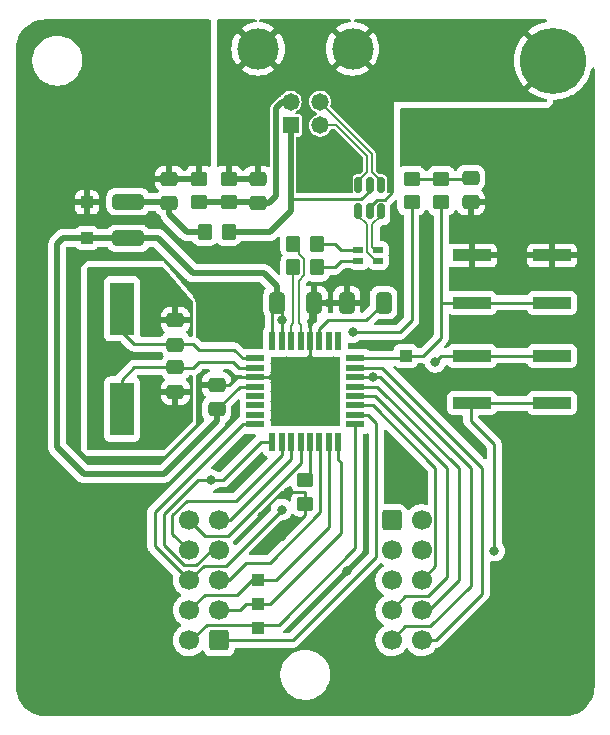
<source format=gbr>
%TF.GenerationSoftware,KiCad,Pcbnew,(6.0.7-1)-1*%
%TF.CreationDate,2022-12-04T14:42:11+01:00*%
%TF.ProjectId,pork-chop-control,706f726b-2d63-4686-9f70-2d636f6e7472,rev?*%
%TF.SameCoordinates,Original*%
%TF.FileFunction,Copper,L1,Top*%
%TF.FilePolarity,Positive*%
%FSLAX46Y46*%
G04 Gerber Fmt 4.6, Leading zero omitted, Abs format (unit mm)*
G04 Created by KiCad (PCBNEW (6.0.7-1)-1) date 2022-12-04 14:42:11*
%MOMM*%
%LPD*%
G01*
G04 APERTURE LIST*
G04 Aperture macros list*
%AMRoundRect*
0 Rectangle with rounded corners*
0 $1 Rounding radius*
0 $2 $3 $4 $5 $6 $7 $8 $9 X,Y pos of 4 corners*
0 Add a 4 corners polygon primitive as box body*
4,1,4,$2,$3,$4,$5,$6,$7,$8,$9,$2,$3,0*
0 Add four circle primitives for the rounded corners*
1,1,$1+$1,$2,$3*
1,1,$1+$1,$4,$5*
1,1,$1+$1,$6,$7*
1,1,$1+$1,$8,$9*
0 Add four rect primitives between the rounded corners*
20,1,$1+$1,$2,$3,$4,$5,0*
20,1,$1+$1,$4,$5,$6,$7,0*
20,1,$1+$1,$6,$7,$8,$9,0*
20,1,$1+$1,$8,$9,$2,$3,0*%
G04 Aperture macros list end*
%TA.AperFunction,ComponentPad*%
%ADD10C,3.500000*%
%TD*%
%TA.AperFunction,ComponentPad*%
%ADD11C,1.478000*%
%TD*%
%TA.AperFunction,ComponentPad*%
%ADD12R,1.478000X1.478000*%
%TD*%
%TA.AperFunction,SMDPad,CuDef*%
%ADD13RoundRect,0.250000X-0.475000X0.337500X-0.475000X-0.337500X0.475000X-0.337500X0.475000X0.337500X0*%
%TD*%
%TA.AperFunction,ComponentPad*%
%ADD14RoundRect,0.250000X0.600000X0.600000X-0.600000X0.600000X-0.600000X-0.600000X0.600000X-0.600000X0*%
%TD*%
%TA.AperFunction,ComponentPad*%
%ADD15C,1.700000*%
%TD*%
%TA.AperFunction,SMDPad,CuDef*%
%ADD16RoundRect,0.250000X0.350000X0.450000X-0.350000X0.450000X-0.350000X-0.450000X0.350000X-0.450000X0*%
%TD*%
%TA.AperFunction,SMDPad,CuDef*%
%ADD17RoundRect,0.250000X-0.412500X-0.650000X0.412500X-0.650000X0.412500X0.650000X-0.412500X0.650000X0*%
%TD*%
%TA.AperFunction,SMDPad,CuDef*%
%ADD18RoundRect,0.250000X-1.075000X0.400000X-1.075000X-0.400000X1.075000X-0.400000X1.075000X0.400000X0*%
%TD*%
%TA.AperFunction,SMDPad,CuDef*%
%ADD19R,3.200000X1.000000*%
%TD*%
%TA.AperFunction,SMDPad,CuDef*%
%ADD20R,1.000000X1.000000*%
%TD*%
%TA.AperFunction,SMDPad,CuDef*%
%ADD21RoundRect,0.250000X0.412500X0.650000X-0.412500X0.650000X-0.412500X-0.650000X0.412500X-0.650000X0*%
%TD*%
%TA.AperFunction,ComponentPad*%
%ADD22RoundRect,0.250000X-0.600000X-0.600000X0.600000X-0.600000X0.600000X0.600000X-0.600000X0.600000X0*%
%TD*%
%TA.AperFunction,SMDPad,CuDef*%
%ADD23RoundRect,0.250000X0.475000X-0.337500X0.475000X0.337500X-0.475000X0.337500X-0.475000X-0.337500X0*%
%TD*%
%TA.AperFunction,ComponentPad*%
%ADD24C,5.600000*%
%TD*%
%TA.AperFunction,SMDPad,CuDef*%
%ADD25R,2.000000X4.500000*%
%TD*%
%TA.AperFunction,SMDPad,CuDef*%
%ADD26RoundRect,0.250000X-0.350000X-0.450000X0.350000X-0.450000X0.350000X0.450000X-0.350000X0.450000X0*%
%TD*%
%TA.AperFunction,SMDPad,CuDef*%
%ADD27RoundRect,0.250000X0.450000X-0.350000X0.450000X0.350000X-0.450000X0.350000X-0.450000X-0.350000X0*%
%TD*%
%TA.AperFunction,SMDPad,CuDef*%
%ADD28RoundRect,0.025500X-0.354500X0.229500X-0.354500X-0.229500X0.354500X-0.229500X0.354500X0.229500X0*%
%TD*%
%TA.AperFunction,SMDPad,CuDef*%
%ADD29R,1.600000X0.550000*%
%TD*%
%TA.AperFunction,SMDPad,CuDef*%
%ADD30R,0.550000X1.600000*%
%TD*%
%TA.AperFunction,SMDPad,CuDef*%
%ADD31RoundRect,0.150000X0.150000X-0.512500X0.150000X0.512500X-0.150000X0.512500X-0.150000X-0.512500X0*%
%TD*%
%TA.AperFunction,SMDPad,CuDef*%
%ADD32RoundRect,0.250000X-0.450000X0.350000X-0.450000X-0.350000X0.450000X-0.350000X0.450000X0.350000X0*%
%TD*%
%TA.AperFunction,ViaPad*%
%ADD33C,0.800000*%
%TD*%
%TA.AperFunction,Conductor*%
%ADD34C,0.200000*%
%TD*%
%TA.AperFunction,Conductor*%
%ADD35C,0.250000*%
%TD*%
%TA.AperFunction,Conductor*%
%ADD36C,0.500000*%
%TD*%
G04 APERTURE END LIST*
D10*
%TO.P,J1,5,Shield*%
%TO.N,GNDPWR*%
X121000000Y-63000000D03*
X129000000Y-63000000D03*
D11*
%TO.P,J1,4,GND*%
%TO.N,Net-(C8-Pad2)*%
X123750000Y-67490000D03*
%TO.P,J1,3,D+*%
%TO.N,/D+*%
X126250000Y-67490000D03*
%TO.P,J1,2,D-*%
%TO.N,/D-*%
X126250000Y-69490000D03*
D12*
%TO.P,J1,1,VBUS*%
%TO.N,Net-(FB2-Pad2)*%
X123750000Y-69490000D03*
%TD*%
D13*
%TO.P,C8,1*%
%TO.N,GNDPWR*%
X121000000Y-74000000D03*
%TO.P,C8,2*%
%TO.N,Net-(C8-Pad2)*%
X121000000Y-76075000D03*
%TD*%
D14*
%TO.P,J2,1,Pin_1*%
%TO.N,C0*%
X117697500Y-113080000D03*
D15*
%TO.P,J2,2,Pin_2*%
%TO.N,C1*%
X115157500Y-113080000D03*
%TO.P,J2,3,Pin_3*%
%TO.N,C2*%
X117697500Y-110540000D03*
%TO.P,J2,4,Pin_4*%
%TO.N,C3*%
X115157500Y-110540000D03*
%TO.P,J2,5,Pin_5*%
%TO.N,C4*%
X117697500Y-108000000D03*
%TO.P,J2,6,Pin_6*%
%TO.N,R0*%
X115157500Y-108000000D03*
%TO.P,J2,7,Pin_7*%
%TO.N,R1*%
X117697500Y-105460000D03*
%TO.P,J2,8,Pin_8*%
%TO.N,R2*%
X115157500Y-105460000D03*
%TO.P,J2,9,Pin_9*%
%TO.N,R3*%
X117697500Y-102920000D03*
%TO.P,J2,10,Pin_10*%
%TO.N,R4*%
X115157500Y-102920000D03*
%TD*%
D16*
%TO.P,R6,1*%
%TO.N,Net-(FL1-Pad2)*%
X126000000Y-79500000D03*
%TO.P,R6,2*%
%TO.N,DDD+*%
X124000000Y-79500000D03*
%TD*%
D13*
%TO.P,C3,1*%
%TO.N,Net-(C3-Pad1)*%
X114000000Y-89962500D03*
%TO.P,C3,2*%
%TO.N,GND*%
X114000000Y-92037500D03*
%TD*%
D17*
%TO.P,C6,1*%
%TO.N,+5V*%
X122625000Y-84500000D03*
%TO.P,C6,2*%
%TO.N,GND*%
X125750000Y-84500000D03*
%TD*%
D18*
%TO.P,F1,1*%
%TO.N,Net-(C7-Pad1)*%
X110000000Y-75950000D03*
%TO.P,F1,2*%
%TO.N,+5V*%
X110000000Y-79050000D03*
%TD*%
D19*
%TO.P,SW1,1,1*%
%TO.N,Net-(R2-Pad2)*%
X139100000Y-84500000D03*
X145900000Y-84500000D03*
%TO.P,SW1,2,2*%
%TO.N,GND*%
X139100000Y-80500000D03*
X145900000Y-80500000D03*
%TD*%
D20*
%TO.P,TP5,1,1*%
%TO.N,GND*%
X106500000Y-76000000D03*
%TD*%
D21*
%TO.P,C4,1*%
%TO.N,Net-(C4-Pad1)*%
X131625000Y-84500000D03*
%TO.P,C4,2*%
%TO.N,GND*%
X128500000Y-84500000D03*
%TD*%
D22*
%TO.P,J3,1,Pin_1*%
%TO.N,R0*%
X132302500Y-102920000D03*
D15*
%TO.P,J3,2,Pin_2*%
%TO.N,R1*%
X134842500Y-102920000D03*
%TO.P,J3,3,Pin_3*%
%TO.N,R2*%
X132302500Y-105460000D03*
%TO.P,J3,4,Pin_4*%
%TO.N,R3*%
X134842500Y-105460000D03*
%TO.P,J3,5,Pin_5*%
%TO.N,R4*%
X132302500Y-108000000D03*
%TO.P,J3,6,Pin_6*%
%TO.N,C5*%
X134842500Y-108000000D03*
%TO.P,J3,7,Pin_7*%
%TO.N,C6*%
X132302500Y-110540000D03*
%TO.P,J3,8,Pin_8*%
%TO.N,C7*%
X134842500Y-110540000D03*
%TO.P,J3,9,Pin_9*%
%TO.N,C8*%
X132302500Y-113080000D03*
%TO.P,J3,10,Pin_10*%
%TO.N,C9*%
X134842500Y-113080000D03*
%TD*%
D20*
%TO.P,TP3,1,1*%
%TO.N,C2*%
X121000000Y-110000000D03*
%TD*%
D23*
%TO.P,C2,1*%
%TO.N,Net-(C2-Pad1)*%
X114000000Y-88037500D03*
%TO.P,C2,2*%
%TO.N,GND*%
X114000000Y-85962500D03*
%TD*%
D19*
%TO.P,SW2,1,1*%
%TO.N,C8*%
X145900000Y-89000000D03*
X139100000Y-89000000D03*
%TO.P,SW2,2,2*%
%TO.N,R3*%
X139100000Y-93000000D03*
X145900000Y-93000000D03*
%TD*%
D24*
%TO.P,H1,1,1*%
%TO.N,GNDPWR*%
X146000000Y-64000000D03*
%TD*%
D20*
%TO.P,TP4,1,1*%
%TO.N,C1*%
X121000000Y-112000000D03*
%TD*%
D16*
%TO.P,R5,1*%
%TO.N,Net-(FL1-Pad3)*%
X126000000Y-81500000D03*
%TO.P,R5,2*%
%TO.N,DDD-*%
X124000000Y-81500000D03*
%TD*%
D25*
%TO.P,Y1,1,1*%
%TO.N,Net-(C2-Pad1)*%
X109500000Y-85000000D03*
%TO.P,Y1,2,2*%
%TO.N,Net-(C3-Pad1)*%
X109500000Y-93500000D03*
%TD*%
D26*
%TO.P,FB2,1*%
%TO.N,Net-(C7-Pad1)*%
X116500000Y-78500000D03*
%TO.P,FB2,2*%
%TO.N,Net-(FB2-Pad2)*%
X118500000Y-78500000D03*
%TD*%
D20*
%TO.P,TP2,1,1*%
%TO.N,C3*%
X121000000Y-108000000D03*
%TD*%
D23*
%TO.P,C7,1*%
%TO.N,Net-(C7-Pad1)*%
X113500000Y-76075000D03*
%TO.P,C7,2*%
%TO.N,GND*%
X113500000Y-74000000D03*
%TD*%
D27*
%TO.P,R4,1*%
%TO.N,Net-(C8-Pad2)*%
X118500000Y-76000000D03*
%TO.P,R4,2*%
%TO.N,GNDPWR*%
X118500000Y-74000000D03*
%TD*%
D20*
%TO.P,TP1,1,1*%
%TO.N,Net-(R2-Pad2)*%
X133500000Y-89000000D03*
%TD*%
D23*
%TO.P,C5,1*%
%TO.N,+5V*%
X117500000Y-93537500D03*
%TO.P,C5,2*%
%TO.N,GND*%
X117500000Y-91462500D03*
%TD*%
D28*
%TO.P,FL1,1,1*%
%TO.N,/DD+*%
X131170000Y-80065000D03*
%TO.P,FL1,2,2*%
%TO.N,Net-(FL1-Pad2)*%
X129500000Y-80065000D03*
%TO.P,FL1,3,3*%
%TO.N,Net-(FL1-Pad3)*%
X129500000Y-80935000D03*
%TO.P,FL1,4,4*%
%TO.N,/DD-*%
X131170000Y-80935000D03*
%TD*%
D27*
%TO.P,R1,1*%
%TO.N,+5V*%
X134000000Y-76000000D03*
%TO.P,R1,2*%
%TO.N,Net-(C1-Pad1)*%
X134000000Y-74000000D03*
%TD*%
D29*
%TO.P,U1,1,XTAL1*%
%TO.N,Net-(C2-Pad1)*%
X120750000Y-89200000D03*
%TO.P,U1,2,PC0/XTAL2*%
%TO.N,Net-(C3-Pad1)*%
X120750000Y-90000000D03*
%TO.P,U1,3,GND*%
%TO.N,GND*%
X120750000Y-90800000D03*
%TO.P,U1,4,VCC*%
%TO.N,+5V*%
X120750000Y-91600000D03*
%TO.P,U1,5,PC2*%
%TO.N,unconnected-(U1-Pad5)*%
X120750000Y-92400000D03*
%TO.P,U1,6,PD0*%
%TO.N,unconnected-(U1-Pad6)*%
X120750000Y-93200000D03*
%TO.P,U1,7,PD1*%
%TO.N,unconnected-(U1-Pad7)*%
X120750000Y-94000000D03*
%TO.P,U1,8,PD2*%
%TO.N,R0*%
X120750000Y-94800000D03*
D30*
%TO.P,U1,9,PD3*%
%TO.N,R1*%
X122200000Y-96250000D03*
%TO.P,U1,10,PD4*%
%TO.N,R2*%
X123000000Y-96250000D03*
%TO.P,U1,11,PD5*%
%TO.N,R3*%
X123800000Y-96250000D03*
%TO.P,U1,12,PD6*%
%TO.N,R4*%
X124600000Y-96250000D03*
%TO.P,U1,13,~{HWB}/PD7*%
%TO.N,Net-(R3-Pad1)*%
X125400000Y-96250000D03*
%TO.P,U1,14,PB0*%
%TO.N,C4*%
X126200000Y-96250000D03*
%TO.P,U1,15,PB1*%
%TO.N,C3*%
X127000000Y-96250000D03*
%TO.P,U1,16,PB2*%
%TO.N,C2*%
X127800000Y-96250000D03*
D29*
%TO.P,U1,17,PB3*%
%TO.N,C1*%
X129250000Y-94800000D03*
%TO.P,U1,18,PB4*%
%TO.N,C0*%
X129250000Y-94000000D03*
%TO.P,U1,19,PB5*%
%TO.N,C5*%
X129250000Y-93200000D03*
%TO.P,U1,20,PB6*%
%TO.N,C6*%
X129250000Y-92400000D03*
%TO.P,U1,21,PB7*%
%TO.N,C7*%
X129250000Y-91600000D03*
%TO.P,U1,22,PC7*%
%TO.N,C8*%
X129250000Y-90800000D03*
%TO.P,U1,23,PC6*%
%TO.N,C9*%
X129250000Y-90000000D03*
%TO.P,U1,24,PC1/~{RESET}*%
%TO.N,Net-(R2-Pad2)*%
X129250000Y-89200000D03*
D30*
%TO.P,U1,25,PC5*%
%TO.N,unconnected-(U1-Pad25)*%
X127800000Y-87750000D03*
%TO.P,U1,26,PC4*%
%TO.N,unconnected-(U1-Pad26)*%
X127000000Y-87750000D03*
%TO.P,U1,27,UCAP*%
%TO.N,Net-(C4-Pad1)*%
X126200000Y-87750000D03*
%TO.P,U1,28,UGND*%
%TO.N,GND*%
X125400000Y-87750000D03*
%TO.P,U1,29,D+*%
%TO.N,DDD+*%
X124600000Y-87750000D03*
%TO.P,U1,30,D-*%
%TO.N,DDD-*%
X123800000Y-87750000D03*
%TO.P,U1,31,UVCC*%
%TO.N,+5V*%
X123000000Y-87750000D03*
%TO.P,U1,32,AVCC*%
X122200000Y-87750000D03*
%TD*%
D31*
%TO.P,U2,1,I/O1*%
%TO.N,/DD-*%
X129500000Y-76775000D03*
%TO.P,U2,2,GND*%
%TO.N,GNDPWR*%
X130450000Y-76775000D03*
%TO.P,U2,3,I/O2*%
%TO.N,/DD+*%
X131400000Y-76775000D03*
%TO.P,U2,4,I/O2*%
%TO.N,/D+*%
X131400000Y-74500000D03*
%TO.P,U2,5,VBUS*%
%TO.N,Net-(FB2-Pad2)*%
X130450000Y-74500000D03*
%TO.P,U2,6,I/O1*%
%TO.N,/D-*%
X129500000Y-74500000D03*
%TD*%
D13*
%TO.P,C1,1*%
%TO.N,Net-(C1-Pad1)*%
X139000000Y-73925000D03*
%TO.P,C1,2*%
%TO.N,GND*%
X139000000Y-76000000D03*
%TD*%
D32*
%TO.P,R3,1*%
%TO.N,Net-(R3-Pad1)*%
X125000000Y-99500000D03*
%TO.P,R3,2*%
%TO.N,GND*%
X125000000Y-101500000D03*
%TD*%
%TO.P,R2,1*%
%TO.N,Net-(C1-Pad1)*%
X136500000Y-74000000D03*
%TO.P,R2,2*%
%TO.N,Net-(R2-Pad2)*%
X136500000Y-76000000D03*
%TD*%
%TO.P,FB1,1*%
%TO.N,GND*%
X116000000Y-74000000D03*
%TO.P,FB1,2*%
%TO.N,Net-(C8-Pad2)*%
X116000000Y-76000000D03*
%TD*%
D20*
%TO.P,TP6,1,1*%
%TO.N,+5V*%
X106500000Y-79000000D03*
%TD*%
D33*
%TO.N,GND*%
X127000000Y-84500000D03*
X115000000Y-72500000D03*
X116000000Y-72500000D03*
X122500000Y-91000000D03*
X128500000Y-107250000D03*
X113000000Y-72500000D03*
X112000000Y-86000000D03*
X121000000Y-98000000D03*
X123500000Y-100500000D03*
X118000000Y-98000000D03*
X114000000Y-72500000D03*
X112000000Y-92000000D03*
X135000000Y-87000000D03*
X133500000Y-99000000D03*
%TO.N,+5V*%
X123000000Y-86000000D03*
X129000000Y-87000000D03*
%TO.N,R0*%
X123012299Y-102012299D03*
%TO.N,R1*%
X117000000Y-99500000D03*
%TO.N,R3*%
X141000000Y-105500000D03*
%TO.N,C8*%
X130750000Y-90800000D03*
X136000000Y-89500000D03*
%TD*%
D34*
%TO.N,DDD+*%
X124450000Y-79950000D02*
X124450000Y-80372183D01*
X124450000Y-80372183D02*
X124900000Y-80822183D01*
X124900000Y-80822183D02*
X124900000Y-82177817D01*
X124900000Y-82177817D02*
X124450000Y-82627817D01*
X124000000Y-79500000D02*
X124450000Y-79950000D01*
X124450000Y-82627817D02*
X124450000Y-86216398D01*
X124450000Y-86216398D02*
X124600000Y-86366398D01*
X124600000Y-86366398D02*
X124600000Y-87750000D01*
%TO.N,DDD-*%
X124000000Y-86243698D02*
X123800000Y-86443698D01*
X123800000Y-86443698D02*
X123800000Y-87750000D01*
X124000000Y-81500000D02*
X124000000Y-86243698D01*
D35*
%TO.N,Net-(FL1-Pad2)*%
X128065000Y-80065000D02*
X129500000Y-80065000D01*
X127500000Y-79500000D02*
X128065000Y-80065000D01*
X126000000Y-79500000D02*
X127500000Y-79500000D01*
%TO.N,Net-(FL1-Pad3)*%
X126000000Y-81500000D02*
X127500000Y-81500000D01*
X127500000Y-81500000D02*
X128065000Y-80935000D01*
X128065000Y-80935000D02*
X129500000Y-80935000D01*
D34*
%TO.N,/DD-*%
X129500000Y-76775000D02*
X129500000Y-77123896D01*
X129500000Y-77123896D02*
X130224999Y-77848895D01*
X130224999Y-77848895D02*
X130224999Y-80164326D01*
X130224999Y-80164326D02*
X130995673Y-80935000D01*
X130995673Y-80935000D02*
X131170000Y-80935000D01*
%TO.N,/DD+*%
X131400000Y-76775000D02*
X131400000Y-77123896D01*
X131400000Y-77123896D02*
X130675001Y-77848895D01*
X130675001Y-77848895D02*
X130675001Y-79803604D01*
X130675001Y-79803604D02*
X130936397Y-80065000D01*
X130936397Y-80065000D02*
X131170000Y-80065000D01*
%TO.N,/D-*%
X126250000Y-69490000D02*
X127613603Y-69490000D01*
X127613603Y-69490000D02*
X130224999Y-72101396D01*
X130224999Y-72101396D02*
X130224999Y-73426105D01*
X130224999Y-73426105D02*
X129500000Y-74151104D01*
X129500000Y-74151104D02*
X129500000Y-74500000D01*
%TO.N,/D+*%
X126250000Y-67490000D02*
X130675001Y-71915001D01*
X130675001Y-71915001D02*
X130675001Y-73426105D01*
X130675001Y-73426105D02*
X131400000Y-74151104D01*
X131400000Y-74151104D02*
X131400000Y-74500000D01*
D35*
%TO.N,Net-(C1-Pad1)*%
X134000000Y-74000000D02*
X136500000Y-74000000D01*
X136500000Y-74000000D02*
X138925000Y-74000000D01*
X138925000Y-74000000D02*
X139000000Y-73925000D01*
%TO.N,GND*%
X123000000Y-100500000D02*
X121000000Y-102500000D01*
X125000000Y-100500000D02*
X123500000Y-100500000D01*
X124950000Y-90800000D02*
X125400000Y-90350000D01*
X119200000Y-90800000D02*
X120750000Y-90800000D01*
X125750000Y-84500000D02*
X127000000Y-84500000D01*
X120750000Y-90800000D02*
X124950000Y-90800000D01*
X123500000Y-100500000D02*
X123000000Y-100500000D01*
X125000000Y-101500000D02*
X125000000Y-100500000D01*
X125400000Y-84850000D02*
X125400000Y-87750000D01*
X125750000Y-84500000D02*
X125400000Y-84850000D01*
X117500000Y-91462500D02*
X117537500Y-91500000D01*
X127000000Y-84500000D02*
X128500000Y-84500000D01*
X125000000Y-101500000D02*
X125000000Y-102500000D01*
X125400000Y-90350000D02*
X125400000Y-87750000D01*
X118500000Y-91500000D02*
X119200000Y-90800000D01*
X125000000Y-102500000D02*
X123000000Y-104500000D01*
X117537500Y-91500000D02*
X118500000Y-91500000D01*
%TO.N,Net-(C2-Pad1)*%
X113962500Y-88000000D02*
X114000000Y-88037500D01*
X109500000Y-85000000D02*
X109500000Y-87000000D01*
X110500000Y-88000000D02*
X113962500Y-88000000D01*
X114000000Y-88037500D02*
X114037500Y-88000000D01*
X119700000Y-89200000D02*
X120750000Y-89200000D01*
X115500000Y-88000000D02*
X116000000Y-88500000D01*
X119000000Y-88500000D02*
X119700000Y-89200000D01*
X116000000Y-88500000D02*
X119000000Y-88500000D01*
X114037500Y-88000000D02*
X115500000Y-88000000D01*
X109500000Y-87000000D02*
X110500000Y-88000000D01*
%TO.N,Net-(C3-Pad1)*%
X115500000Y-90000000D02*
X116000000Y-89500000D01*
X114037500Y-90000000D02*
X115500000Y-90000000D01*
X110537500Y-89962500D02*
X114000000Y-89962500D01*
X114000000Y-89962500D02*
X114037500Y-90000000D01*
X116000000Y-89500000D02*
X118863604Y-89500000D01*
X119363604Y-90000000D02*
X120750000Y-90000000D01*
X118863604Y-89500000D02*
X119363604Y-90000000D01*
X109500000Y-91000000D02*
X110537500Y-89962500D01*
X109500000Y-93500000D02*
X109500000Y-91000000D01*
%TO.N,Net-(C4-Pad1)*%
X130125000Y-86000000D02*
X131625000Y-84500000D01*
X126900000Y-86000000D02*
X130125000Y-86000000D01*
X126200000Y-86700000D02*
X126900000Y-86000000D01*
X126200000Y-87750000D02*
X126200000Y-86700000D01*
%TO.N,+5V*%
X122200000Y-87750000D02*
X122200000Y-84925000D01*
D36*
X104000000Y-79500000D02*
X104000000Y-96750000D01*
X109950000Y-79000000D02*
X110000000Y-79050000D01*
X106250000Y-99000000D02*
X113000000Y-99000000D01*
X113000000Y-99000000D02*
X117500000Y-94500000D01*
D35*
X122625000Y-84500000D02*
X123000000Y-84875000D01*
D36*
X104000000Y-96750000D02*
X106250000Y-99000000D01*
D35*
X133000000Y-87000000D02*
X129000000Y-87000000D01*
X122200000Y-84925000D02*
X122625000Y-84500000D01*
D36*
X110000000Y-79050000D02*
X110050000Y-79000000D01*
X106500000Y-79000000D02*
X109950000Y-79000000D01*
X104500000Y-79000000D02*
X104000000Y-79500000D01*
D35*
X134000000Y-76000000D02*
X134000000Y-86000000D01*
D36*
X115500000Y-82000000D02*
X121500000Y-82000000D01*
D35*
X134000000Y-86000000D02*
X133000000Y-87000000D01*
D36*
X110050000Y-79000000D02*
X112500000Y-79000000D01*
X106500000Y-79000000D02*
X104500000Y-79000000D01*
D35*
X123000000Y-84875000D02*
X123000000Y-87750000D01*
D36*
X117500000Y-94500000D02*
X117500000Y-93537500D01*
D35*
X117500000Y-93537500D02*
X119437500Y-91600000D01*
D36*
X122625000Y-83125000D02*
X122625000Y-84500000D01*
X112500000Y-79000000D02*
X115500000Y-82000000D01*
D35*
X119437500Y-91600000D02*
X120750000Y-91600000D01*
D36*
X121500000Y-82000000D02*
X122625000Y-83125000D01*
%TO.N,Net-(C7-Pad1)*%
X115000000Y-78500000D02*
X116500000Y-78500000D01*
X110000000Y-75950000D02*
X113375000Y-75950000D01*
X113500000Y-76075000D02*
X113500000Y-77000000D01*
X113500000Y-77000000D02*
X115000000Y-78500000D01*
X113375000Y-75950000D02*
X113500000Y-76075000D01*
D35*
%TO.N,GNDPWR*%
X130450000Y-76775000D02*
X130450000Y-76390749D01*
X130450000Y-76390749D02*
X131053249Y-75787500D01*
X132250000Y-75250000D02*
X132250000Y-72750000D01*
X131712500Y-75787500D02*
X132250000Y-75250000D01*
X131053249Y-75787500D02*
X131712500Y-75787500D01*
D36*
%TO.N,Net-(C8-Pad2)*%
X121925000Y-76075000D02*
X120500000Y-76075000D01*
X120425000Y-76000000D02*
X118500000Y-76000000D01*
X123010000Y-67490000D02*
X122500000Y-68000000D01*
X122500000Y-75500000D02*
X121925000Y-76075000D01*
X118500000Y-76000000D02*
X116000000Y-76000000D01*
X120500000Y-76075000D02*
X120425000Y-76000000D01*
X123750000Y-67490000D02*
X123010000Y-67490000D01*
X122500000Y-68000000D02*
X122500000Y-75500000D01*
D35*
%TO.N,Net-(FB2-Pad2)*%
X124000000Y-75750000D02*
X129750000Y-75750000D01*
D36*
X123750000Y-69490000D02*
X123750000Y-72250000D01*
X123750000Y-76750000D02*
X123750000Y-72250000D01*
X118500000Y-78500000D02*
X122000000Y-78500000D01*
D35*
X130450000Y-75050000D02*
X130450000Y-74500000D01*
D36*
X122000000Y-78500000D02*
X123750000Y-76750000D01*
D35*
X129750000Y-75750000D02*
X130450000Y-75050000D01*
%TO.N,R0*%
X119700000Y-94800000D02*
X112250000Y-102250000D01*
X118274598Y-106750000D02*
X123012299Y-102012299D01*
X112250000Y-102250000D02*
X112250000Y-105092500D01*
X116407500Y-106750000D02*
X118274598Y-106750000D01*
X115157500Y-108000000D02*
X116407500Y-106750000D01*
X120750000Y-94800000D02*
X119700000Y-94800000D01*
X112250000Y-105092500D02*
X115157500Y-108000000D01*
%TO.N,R1*%
X113000000Y-105000000D02*
X113000000Y-102385690D01*
X118000000Y-99500000D02*
X117000000Y-99500000D01*
X121250000Y-96250000D02*
X118000000Y-99500000D01*
X115885690Y-99500000D02*
X117000000Y-99500000D01*
X117697500Y-105460000D02*
X117061810Y-105460000D01*
X113000000Y-102385690D02*
X115885690Y-99500000D01*
X114734985Y-106734985D02*
X113000000Y-105000000D01*
X122200000Y-96250000D02*
X121250000Y-96250000D01*
X117061810Y-105460000D02*
X115786825Y-106734985D01*
X115786825Y-106734985D02*
X114734985Y-106734985D01*
%TO.N,R2*%
X123000000Y-97387299D02*
X123000000Y-96250000D01*
X119137299Y-101250000D02*
X123000000Y-97387299D01*
X113750000Y-102510690D02*
X115010690Y-101250000D01*
X115010690Y-101250000D02*
X119137299Y-101250000D01*
X115157500Y-105460000D02*
X113750000Y-104052500D01*
X113750000Y-104052500D02*
X113750000Y-102510690D01*
%TO.N,R3*%
X139100000Y-93000000D02*
X145900000Y-93000000D01*
X139000000Y-94500000D02*
X141000000Y-96500000D01*
X117697500Y-102920000D02*
X118614791Y-102920000D01*
X141000000Y-96500000D02*
X141000000Y-105500000D01*
X139000000Y-93100000D02*
X139000000Y-94500000D01*
X118614791Y-102920000D02*
X123800000Y-97734791D01*
X139100000Y-93000000D02*
X139000000Y-93100000D01*
X123800000Y-97734791D02*
X123800000Y-96250000D01*
%TO.N,R4*%
X116500000Y-104250000D02*
X115170000Y-102920000D01*
X115170000Y-102920000D02*
X115157500Y-102920000D01*
X124600000Y-98093413D02*
X118443413Y-104250000D01*
X118443413Y-104250000D02*
X116500000Y-104250000D01*
X124600000Y-96250000D02*
X124600000Y-98093413D01*
%TO.N,C0*%
X117697500Y-113080000D02*
X123920000Y-113080000D01*
X131000000Y-106000000D02*
X131000000Y-94700000D01*
X123920000Y-113080000D02*
X131000000Y-106000000D01*
X130300000Y-94000000D02*
X129250000Y-94000000D01*
X131000000Y-94700000D02*
X130300000Y-94000000D01*
%TO.N,C1*%
X115362845Y-113080000D02*
X115157500Y-113080000D01*
X129250000Y-105250000D02*
X122750000Y-111750000D01*
X116692845Y-111750000D02*
X115362845Y-113080000D01*
X129250000Y-94800000D02*
X129250000Y-105250000D01*
X122750000Y-111750000D02*
X116692845Y-111750000D01*
%TO.N,C2*%
X128000000Y-98000000D02*
X127800000Y-97800000D01*
X117697500Y-110540000D02*
X119460000Y-110540000D01*
X127800000Y-97800000D02*
X127800000Y-96250000D01*
X119460000Y-110540000D02*
X120000000Y-110000000D01*
X122000000Y-110000000D02*
X128000000Y-104000000D01*
X128000000Y-104000000D02*
X128000000Y-98000000D01*
X120000000Y-110000000D02*
X122000000Y-110000000D01*
%TO.N,C3*%
X127000000Y-103500000D02*
X127000000Y-96250000D01*
X120500000Y-108000000D02*
X122500000Y-108000000D01*
X116473750Y-109250000D02*
X119250000Y-109250000D01*
X122500000Y-108000000D02*
X127000000Y-103500000D01*
X115157500Y-110540000D02*
X115183750Y-110540000D01*
X119250000Y-109250000D02*
X120500000Y-108000000D01*
X115183750Y-110540000D02*
X116473750Y-109250000D01*
%TO.N,C4*%
X126200000Y-96250000D02*
X126250000Y-96300000D01*
X126250000Y-96300000D02*
X126250000Y-102250000D01*
X126250000Y-102250000D02*
X122000000Y-106500000D01*
X118500000Y-108000000D02*
X117697500Y-108000000D01*
X122000000Y-106500000D02*
X120000000Y-106500000D01*
X120000000Y-106500000D02*
X118500000Y-108000000D01*
%TO.N,C5*%
X136017500Y-106825000D02*
X136017500Y-98517500D01*
X134842500Y-108000000D02*
X136017500Y-106825000D01*
X130700000Y-93200000D02*
X129250000Y-93200000D01*
X136017500Y-98517500D02*
X130700000Y-93200000D01*
%TO.N,C6*%
X130900000Y-92400000D02*
X137000000Y-98500000D01*
X137000000Y-98500000D02*
X137000000Y-107730000D01*
X137000000Y-107730000D02*
X135365000Y-109365000D01*
X135365000Y-109365000D02*
X133477500Y-109365000D01*
X129250000Y-92400000D02*
X130900000Y-92400000D01*
X133477500Y-109365000D02*
X132302500Y-110540000D01*
%TO.N,C7*%
X131100000Y-91600000D02*
X138000000Y-98500000D01*
X135460000Y-110540000D02*
X134842500Y-110540000D01*
X129250000Y-91600000D02*
X131100000Y-91600000D01*
X138000000Y-108000000D02*
X135460000Y-110540000D01*
X138000000Y-98500000D02*
X138000000Y-108000000D01*
%TO.N,C8*%
X135595000Y-111905000D02*
X139000000Y-108500000D01*
X129250000Y-90800000D02*
X130750000Y-90800000D01*
X133477500Y-111905000D02*
X135595000Y-111905000D01*
X139100000Y-89000000D02*
X136500000Y-89000000D01*
X132302500Y-113080000D02*
X133477500Y-111905000D01*
X139100000Y-89000000D02*
X145900000Y-89000000D01*
X139000000Y-98500000D02*
X131300000Y-90800000D01*
X136500000Y-89000000D02*
X136000000Y-89500000D01*
X139000000Y-108500000D02*
X139000000Y-98500000D01*
X131300000Y-90800000D02*
X130750000Y-90800000D01*
%TO.N,C9*%
X129250000Y-90000000D02*
X131524598Y-90000000D01*
X140000000Y-98475402D02*
X140000000Y-109124581D01*
X131524598Y-90000000D02*
X140000000Y-98475402D01*
X136044581Y-113080000D02*
X134842500Y-113080000D01*
X140000000Y-109124581D02*
X136044581Y-113080000D01*
%TO.N,Net-(R2-Pad2)*%
X129250000Y-89200000D02*
X133300000Y-89200000D01*
X133300000Y-89200000D02*
X133500000Y-89000000D01*
X136500000Y-84500000D02*
X136500000Y-87500000D01*
X136500000Y-76000000D02*
X136500000Y-84500000D01*
X136500000Y-84500000D02*
X139100000Y-84500000D01*
X135000000Y-89000000D02*
X133500000Y-89000000D01*
X139100000Y-84500000D02*
X145900000Y-84500000D01*
X136500000Y-87500000D02*
X135000000Y-89000000D01*
%TO.N,Net-(R3-Pad1)*%
X125400000Y-99100000D02*
X125000000Y-99500000D01*
X125400000Y-96250000D02*
X125400000Y-99100000D01*
%TD*%
%TA.AperFunction,Conductor*%
%TO.N,GNDPWR*%
G36*
X120837509Y-60520002D02*
G01*
X120884002Y-60573658D01*
X120894106Y-60643932D01*
X120864612Y-60708512D01*
X120804886Y-60746896D01*
X120777629Y-60751730D01*
X120708751Y-60756244D01*
X120700600Y-60757317D01*
X120418383Y-60813454D01*
X120410420Y-60815588D01*
X120137953Y-60908078D01*
X120130349Y-60911228D01*
X119872282Y-61038492D01*
X119865145Y-61042613D01*
X119625901Y-61202470D01*
X119619361Y-61207488D01*
X119604926Y-61220147D01*
X119596528Y-61233386D01*
X119602362Y-61243151D01*
X120987190Y-62627980D01*
X121001131Y-62635592D01*
X121002966Y-62635461D01*
X121009580Y-62631210D01*
X122395884Y-61244905D01*
X122403399Y-61231144D01*
X122396941Y-61221784D01*
X122380639Y-61207488D01*
X122374099Y-61202470D01*
X122134856Y-61042613D01*
X122127719Y-61038492D01*
X121869651Y-60911228D01*
X121862047Y-60908078D01*
X121589580Y-60815588D01*
X121581617Y-60813454D01*
X121299400Y-60757317D01*
X121291249Y-60756244D01*
X121222371Y-60751730D01*
X121155705Y-60727316D01*
X121112820Y-60670734D01*
X121107334Y-60599950D01*
X121140988Y-60537436D01*
X121203097Y-60503041D01*
X121230612Y-60500000D01*
X128769388Y-60500000D01*
X128837509Y-60520002D01*
X128884002Y-60573658D01*
X128894106Y-60643932D01*
X128864612Y-60708512D01*
X128804886Y-60746896D01*
X128777629Y-60751730D01*
X128708751Y-60756244D01*
X128700600Y-60757317D01*
X128418383Y-60813454D01*
X128410420Y-60815588D01*
X128137953Y-60908078D01*
X128130349Y-60911228D01*
X127872282Y-61038492D01*
X127865145Y-61042613D01*
X127625901Y-61202470D01*
X127619361Y-61207488D01*
X127604926Y-61220147D01*
X127596528Y-61233386D01*
X127602362Y-61243151D01*
X128987190Y-62627980D01*
X129001131Y-62635592D01*
X129002966Y-62635461D01*
X129009580Y-62631210D01*
X130395884Y-61244905D01*
X130403399Y-61231144D01*
X130396941Y-61221784D01*
X130380639Y-61207488D01*
X130374099Y-61202470D01*
X130134856Y-61042613D01*
X130127719Y-61038492D01*
X129869651Y-60911228D01*
X129862047Y-60908078D01*
X129589580Y-60815588D01*
X129581617Y-60813454D01*
X129299400Y-60757317D01*
X129291249Y-60756244D01*
X129222371Y-60751730D01*
X129155705Y-60727316D01*
X129112820Y-60670734D01*
X129107334Y-60599950D01*
X129140988Y-60537436D01*
X129203097Y-60503041D01*
X129230612Y-60500000D01*
X132500000Y-60500000D01*
X132500000Y-75124000D01*
X132479998Y-75192121D01*
X132426342Y-75238614D01*
X132374000Y-75250000D01*
X132016413Y-75250000D01*
X131948292Y-75229998D01*
X131901799Y-75176342D01*
X131891733Y-75105810D01*
X131899840Y-75050242D01*
X131900500Y-75045718D01*
X131900500Y-73954282D01*
X131891871Y-73895662D01*
X131891784Y-73895074D01*
X131891784Y-73895073D01*
X131890358Y-73885388D01*
X131838932Y-73780645D01*
X131756350Y-73698207D01*
X131651518Y-73646964D01*
X131621027Y-73642516D01*
X131587744Y-73637660D01*
X131587740Y-73637660D01*
X131583218Y-73637000D01*
X131363057Y-73637000D01*
X131294936Y-73616998D01*
X131273962Y-73600095D01*
X131012406Y-73338539D01*
X130978380Y-73276227D01*
X130975501Y-73249444D01*
X130975501Y-71967367D01*
X130975697Y-71964694D01*
X130977426Y-71959659D01*
X130975590Y-71910745D01*
X130975501Y-71906019D01*
X130975501Y-71887053D01*
X130974620Y-71882318D01*
X130974391Y-71878791D01*
X130973663Y-71859416D01*
X130973227Y-71847792D01*
X130968635Y-71837105D01*
X130967596Y-71832493D01*
X130964044Y-71820801D01*
X130962340Y-71816384D01*
X130960210Y-71804948D01*
X130947273Y-71783960D01*
X130938770Y-71767590D01*
X130932550Y-71753113D01*
X130932548Y-71753109D01*
X130929037Y-71744938D01*
X130925023Y-71740052D01*
X130922838Y-71737867D01*
X130920786Y-71735604D01*
X130920946Y-71735459D01*
X130913826Y-71726452D01*
X130907574Y-71719557D01*
X130901469Y-71709653D01*
X130879681Y-71693085D01*
X130866862Y-71681891D01*
X127154408Y-67969437D01*
X127120382Y-67907125D01*
X127123670Y-67841406D01*
X127134346Y-67808551D01*
X127174032Y-67686409D01*
X127176062Y-67667101D01*
X127193985Y-67496565D01*
X127194675Y-67490000D01*
X127174032Y-67293591D01*
X127113004Y-67105766D01*
X127101596Y-67086006D01*
X127017559Y-66940452D01*
X127014258Y-66934734D01*
X126882111Y-66787970D01*
X126722338Y-66671887D01*
X126716309Y-66669203D01*
X126716306Y-66669201D01*
X126547957Y-66594248D01*
X126547954Y-66594247D01*
X126541921Y-66591561D01*
X126499334Y-66582509D01*
X126355202Y-66551872D01*
X126355198Y-66551872D01*
X126348745Y-66550500D01*
X126151255Y-66550500D01*
X126144802Y-66551872D01*
X126144798Y-66551872D01*
X126054667Y-66571030D01*
X125958079Y-66591561D01*
X125952049Y-66594246D01*
X125952048Y-66594246D01*
X125783693Y-66669202D01*
X125783691Y-66669203D01*
X125777663Y-66671887D01*
X125617889Y-66787970D01*
X125485742Y-66934734D01*
X125482441Y-66940452D01*
X125398405Y-67086006D01*
X125386996Y-67105766D01*
X125325968Y-67293591D01*
X125305325Y-67490000D01*
X125306015Y-67496565D01*
X125323939Y-67667101D01*
X125325968Y-67686409D01*
X125386996Y-67874234D01*
X125485742Y-68045266D01*
X125490160Y-68050173D01*
X125490161Y-68050174D01*
X125613467Y-68187119D01*
X125617889Y-68192030D01*
X125777662Y-68308113D01*
X125883809Y-68355372D01*
X125927654Y-68374893D01*
X125981750Y-68420873D01*
X126002399Y-68488800D01*
X125983047Y-68557108D01*
X125927654Y-68605107D01*
X125783693Y-68669202D01*
X125783691Y-68669203D01*
X125777663Y-68671887D01*
X125772322Y-68675767D01*
X125772321Y-68675768D01*
X125720614Y-68713335D01*
X125617889Y-68787970D01*
X125485742Y-68934734D01*
X125386996Y-69105766D01*
X125325968Y-69293591D01*
X125305325Y-69490000D01*
X125325968Y-69686409D01*
X125386996Y-69874234D01*
X125485742Y-70045266D01*
X125617889Y-70192030D01*
X125687438Y-70242561D01*
X125759698Y-70295061D01*
X125777662Y-70308113D01*
X125783691Y-70310797D01*
X125783694Y-70310799D01*
X125952043Y-70385752D01*
X125952046Y-70385753D01*
X125958079Y-70388439D01*
X126000666Y-70397491D01*
X126144798Y-70428128D01*
X126144802Y-70428128D01*
X126151255Y-70429500D01*
X126348745Y-70429500D01*
X126355198Y-70428128D01*
X126355202Y-70428128D01*
X126499334Y-70397491D01*
X126541921Y-70388439D01*
X126547954Y-70385753D01*
X126547957Y-70385752D01*
X126716306Y-70310799D01*
X126716309Y-70310797D01*
X126722338Y-70308113D01*
X126740303Y-70295061D01*
X126812562Y-70242561D01*
X126882111Y-70192030D01*
X127014258Y-70045266D01*
X127113004Y-69874234D01*
X127115045Y-69867953D01*
X127116247Y-69865253D01*
X127162226Y-69811156D01*
X127231354Y-69790500D01*
X127436942Y-69790500D01*
X127505063Y-69810502D01*
X127526037Y-69827405D01*
X129887594Y-72188962D01*
X129921620Y-72251274D01*
X129924499Y-72278057D01*
X129924499Y-73249444D01*
X129904497Y-73317565D01*
X129887594Y-73338539D01*
X129626038Y-73600095D01*
X129563726Y-73634121D01*
X129536943Y-73637000D01*
X129316782Y-73637000D01*
X129312232Y-73637670D01*
X129312229Y-73637670D01*
X129257574Y-73645716D01*
X129257573Y-73645716D01*
X129247888Y-73647142D01*
X129197992Y-73671640D01*
X129152493Y-73693978D01*
X129152491Y-73693979D01*
X129143145Y-73698568D01*
X129060707Y-73781150D01*
X129009464Y-73885982D01*
X128999500Y-73954282D01*
X128999500Y-75045718D01*
X129000170Y-75050270D01*
X129000171Y-75050282D01*
X129008322Y-75105648D01*
X128998455Y-75175956D01*
X128952144Y-75229768D01*
X128883666Y-75250000D01*
X124326500Y-75250000D01*
X124258379Y-75229998D01*
X124211886Y-75176342D01*
X124200500Y-75124000D01*
X124200500Y-70555500D01*
X124220502Y-70487379D01*
X124274158Y-70440886D01*
X124326500Y-70429500D01*
X124508748Y-70429500D01*
X124515646Y-70428128D01*
X124555061Y-70420288D01*
X124555062Y-70420288D01*
X124567231Y-70417867D01*
X124633552Y-70373552D01*
X124677867Y-70307231D01*
X124689500Y-70248748D01*
X124689500Y-68731252D01*
X124677867Y-68672769D01*
X124633552Y-68606448D01*
X124567231Y-68562133D01*
X124555062Y-68559712D01*
X124555061Y-68559712D01*
X124514816Y-68551707D01*
X124508748Y-68550500D01*
X124270711Y-68550500D01*
X124202590Y-68530498D01*
X124156097Y-68476842D01*
X124145993Y-68406568D01*
X124175487Y-68341988D01*
X124211343Y-68315412D01*
X124210586Y-68314101D01*
X124216306Y-68310798D01*
X124222338Y-68308113D01*
X124382111Y-68192030D01*
X124386533Y-68187119D01*
X124509839Y-68050174D01*
X124509840Y-68050173D01*
X124514258Y-68045266D01*
X124613004Y-67874234D01*
X124674032Y-67686409D01*
X124676062Y-67667101D01*
X124693985Y-67496565D01*
X124694675Y-67490000D01*
X124674032Y-67293591D01*
X124613004Y-67105766D01*
X124601596Y-67086006D01*
X124517559Y-66940452D01*
X124514258Y-66934734D01*
X124382111Y-66787970D01*
X124222338Y-66671887D01*
X124216309Y-66669203D01*
X124216306Y-66669201D01*
X124047957Y-66594248D01*
X124047954Y-66594247D01*
X124041921Y-66591561D01*
X123999334Y-66582509D01*
X123855202Y-66551872D01*
X123855198Y-66551872D01*
X123848745Y-66550500D01*
X123651255Y-66550500D01*
X123644802Y-66551872D01*
X123644798Y-66551872D01*
X123554667Y-66571030D01*
X123458079Y-66591561D01*
X123452049Y-66594246D01*
X123452048Y-66594246D01*
X123283693Y-66669202D01*
X123283691Y-66669203D01*
X123277663Y-66671887D01*
X123117889Y-66787970D01*
X122985742Y-66934734D01*
X122982441Y-66940452D01*
X122949234Y-66997967D01*
X122897851Y-67046960D01*
X122880167Y-67052970D01*
X122880480Y-67053883D01*
X122876038Y-67054551D01*
X122869525Y-67057679D01*
X122862427Y-67058975D01*
X122810353Y-67086025D01*
X122806863Y-67087768D01*
X122753921Y-67113191D01*
X122748635Y-67118077D01*
X122748587Y-67118110D01*
X122742212Y-67121421D01*
X122737172Y-67125725D01*
X122699945Y-67162952D01*
X122696380Y-67166381D01*
X122654444Y-67205146D01*
X122650751Y-67211505D01*
X122645234Y-67217663D01*
X122205650Y-67657247D01*
X122194561Y-67667101D01*
X122175291Y-67682293D01*
X122175289Y-67682295D01*
X122167890Y-67688128D01*
X122162535Y-67695875D01*
X122162534Y-67695877D01*
X122134545Y-67736375D01*
X122132250Y-67739587D01*
X122097366Y-67786816D01*
X122094973Y-67793632D01*
X122090869Y-67799569D01*
X122077638Y-67841406D01*
X122073182Y-67855495D01*
X122071929Y-67859250D01*
X122064658Y-67879957D01*
X122052481Y-67914631D01*
X122052199Y-67921819D01*
X122052188Y-67921878D01*
X122050020Y-67928730D01*
X122049500Y-67935337D01*
X122049500Y-67988016D01*
X122049403Y-67992962D01*
X122047162Y-68049994D01*
X122049046Y-68057100D01*
X122049500Y-68065347D01*
X122049500Y-72900479D01*
X122029498Y-72968600D01*
X121975842Y-73015093D01*
X121905568Y-73025197D01*
X121857385Y-73007739D01*
X121803762Y-72974686D01*
X121790576Y-72968537D01*
X121636290Y-72917362D01*
X121622914Y-72914495D01*
X121528562Y-72904828D01*
X121522145Y-72904500D01*
X121272115Y-72904500D01*
X121256876Y-72908975D01*
X121255671Y-72910365D01*
X121254000Y-72918048D01*
X121254000Y-74128000D01*
X121233998Y-74196121D01*
X121180342Y-74242614D01*
X121128000Y-74254000D01*
X119785119Y-74254000D01*
X119777392Y-74256269D01*
X119715108Y-74258493D01*
X119694455Y-74254000D01*
X118372000Y-74254000D01*
X118303879Y-74233998D01*
X118257386Y-74180342D01*
X118246000Y-74128000D01*
X118246000Y-73727885D01*
X118754000Y-73727885D01*
X118758475Y-73743124D01*
X118759865Y-73744329D01*
X118767548Y-73746000D01*
X119689881Y-73746000D01*
X119697608Y-73743731D01*
X119759892Y-73741507D01*
X119780545Y-73746000D01*
X120727885Y-73746000D01*
X120743124Y-73741525D01*
X120744329Y-73740135D01*
X120746000Y-73732452D01*
X120746000Y-72922616D01*
X120741525Y-72907377D01*
X120740135Y-72906172D01*
X120732452Y-72904501D01*
X120477905Y-72904501D01*
X120471386Y-72904838D01*
X120375794Y-72914757D01*
X120362400Y-72917649D01*
X120208216Y-72969088D01*
X120195038Y-72975261D01*
X120057193Y-73060563D01*
X120045792Y-73069599D01*
X119931261Y-73184329D01*
X119922247Y-73195743D01*
X119848689Y-73315077D01*
X119795917Y-73362571D01*
X119725846Y-73373995D01*
X119660722Y-73345721D01*
X119634285Y-73315265D01*
X119551937Y-73182193D01*
X119542901Y-73170792D01*
X119428171Y-73056261D01*
X119416760Y-73047249D01*
X119278757Y-72962184D01*
X119265576Y-72956037D01*
X119111290Y-72904862D01*
X119097914Y-72901995D01*
X119003562Y-72892328D01*
X118997145Y-72892000D01*
X118772115Y-72892000D01*
X118756876Y-72896475D01*
X118755671Y-72897865D01*
X118754000Y-72905548D01*
X118754000Y-73727885D01*
X118246000Y-73727885D01*
X118246000Y-72910116D01*
X118241525Y-72894877D01*
X118240135Y-72893672D01*
X118232452Y-72892001D01*
X118002905Y-72892001D01*
X117996386Y-72892338D01*
X117900794Y-72902257D01*
X117887400Y-72905149D01*
X117733216Y-72956588D01*
X117720044Y-72962759D01*
X117692303Y-72979925D01*
X117623850Y-72998762D01*
X117556081Y-72977600D01*
X117510510Y-72923159D01*
X117500000Y-72872780D01*
X117500000Y-64768856D01*
X119596601Y-64768856D01*
X119603059Y-64778216D01*
X119619361Y-64792512D01*
X119625901Y-64797530D01*
X119865144Y-64957387D01*
X119872281Y-64961508D01*
X120130349Y-65088772D01*
X120137953Y-65091922D01*
X120410420Y-65184412D01*
X120418383Y-65186546D01*
X120700600Y-65242683D01*
X120708751Y-65243756D01*
X120995881Y-65262575D01*
X121004119Y-65262575D01*
X121291249Y-65243756D01*
X121299400Y-65242683D01*
X121581617Y-65186546D01*
X121589580Y-65184412D01*
X121862047Y-65091922D01*
X121869651Y-65088772D01*
X122127719Y-64961508D01*
X122134856Y-64957387D01*
X122374099Y-64797530D01*
X122380639Y-64792512D01*
X122395074Y-64779853D01*
X122402050Y-64768856D01*
X127596601Y-64768856D01*
X127603059Y-64778216D01*
X127619361Y-64792512D01*
X127625901Y-64797530D01*
X127865144Y-64957387D01*
X127872281Y-64961508D01*
X128130349Y-65088772D01*
X128137953Y-65091922D01*
X128410420Y-65184412D01*
X128418383Y-65186546D01*
X128700600Y-65242683D01*
X128708751Y-65243756D01*
X128995881Y-65262575D01*
X129004119Y-65262575D01*
X129291249Y-65243756D01*
X129299400Y-65242683D01*
X129581617Y-65186546D01*
X129589580Y-65184412D01*
X129862047Y-65091922D01*
X129869651Y-65088772D01*
X130127719Y-64961508D01*
X130134856Y-64957387D01*
X130374099Y-64797530D01*
X130380639Y-64792512D01*
X130395074Y-64779853D01*
X130403472Y-64766614D01*
X130397638Y-64756849D01*
X129012810Y-63372020D01*
X128998869Y-63364408D01*
X128997034Y-63364539D01*
X128990420Y-63368790D01*
X127604116Y-64755095D01*
X127596601Y-64768856D01*
X122402050Y-64768856D01*
X122403472Y-64766614D01*
X122397638Y-64756849D01*
X121012810Y-63372020D01*
X120998869Y-63364408D01*
X120997034Y-63364539D01*
X120990420Y-63368790D01*
X119604116Y-64755095D01*
X119596601Y-64768856D01*
X117500000Y-64768856D01*
X117500000Y-63004119D01*
X118737425Y-63004119D01*
X118756244Y-63291249D01*
X118757317Y-63299400D01*
X118813454Y-63581617D01*
X118815588Y-63589580D01*
X118908078Y-63862047D01*
X118911228Y-63869651D01*
X119038492Y-64127718D01*
X119042613Y-64134855D01*
X119202470Y-64374099D01*
X119207488Y-64380639D01*
X119220147Y-64395074D01*
X119233386Y-64403472D01*
X119243151Y-64397638D01*
X120627980Y-63012810D01*
X120634357Y-63001131D01*
X121364408Y-63001131D01*
X121364539Y-63002966D01*
X121368790Y-63009580D01*
X122755095Y-64395884D01*
X122768856Y-64403399D01*
X122778216Y-64396941D01*
X122792512Y-64380639D01*
X122797530Y-64374099D01*
X122957387Y-64134855D01*
X122961508Y-64127718D01*
X123088772Y-63869651D01*
X123091922Y-63862047D01*
X123184412Y-63589580D01*
X123186546Y-63581617D01*
X123242683Y-63299400D01*
X123243756Y-63291249D01*
X123262575Y-63004119D01*
X126737425Y-63004119D01*
X126756244Y-63291249D01*
X126757317Y-63299400D01*
X126813454Y-63581617D01*
X126815588Y-63589580D01*
X126908078Y-63862047D01*
X126911228Y-63869651D01*
X127038492Y-64127718D01*
X127042613Y-64134855D01*
X127202470Y-64374099D01*
X127207488Y-64380639D01*
X127220147Y-64395074D01*
X127233386Y-64403472D01*
X127243151Y-64397638D01*
X128627980Y-63012810D01*
X128634357Y-63001131D01*
X129364408Y-63001131D01*
X129364539Y-63002966D01*
X129368790Y-63009580D01*
X130755095Y-64395884D01*
X130768856Y-64403399D01*
X130778216Y-64396941D01*
X130792512Y-64380639D01*
X130797530Y-64374099D01*
X130957387Y-64134855D01*
X130961508Y-64127718D01*
X131088772Y-63869651D01*
X131091922Y-63862047D01*
X131184412Y-63589580D01*
X131186546Y-63581617D01*
X131242683Y-63299400D01*
X131243756Y-63291249D01*
X131262575Y-63004119D01*
X131262575Y-62995881D01*
X131243756Y-62708751D01*
X131242683Y-62700600D01*
X131186546Y-62418383D01*
X131184412Y-62410420D01*
X131091922Y-62137953D01*
X131088772Y-62130349D01*
X130961508Y-61872282D01*
X130957387Y-61865145D01*
X130797530Y-61625901D01*
X130792512Y-61619361D01*
X130779853Y-61604926D01*
X130766614Y-61596528D01*
X130756849Y-61602362D01*
X129372020Y-62987190D01*
X129364408Y-63001131D01*
X128634357Y-63001131D01*
X128635592Y-62998869D01*
X128635461Y-62997034D01*
X128631210Y-62990420D01*
X127244905Y-61604116D01*
X127231144Y-61596601D01*
X127221784Y-61603059D01*
X127207488Y-61619361D01*
X127202470Y-61625901D01*
X127042613Y-61865145D01*
X127038492Y-61872282D01*
X126911228Y-62130349D01*
X126908078Y-62137953D01*
X126815588Y-62410420D01*
X126813454Y-62418383D01*
X126757317Y-62700600D01*
X126756244Y-62708751D01*
X126737425Y-62995881D01*
X126737425Y-63004119D01*
X123262575Y-63004119D01*
X123262575Y-62995881D01*
X123243756Y-62708751D01*
X123242683Y-62700600D01*
X123186546Y-62418383D01*
X123184412Y-62410420D01*
X123091922Y-62137953D01*
X123088772Y-62130349D01*
X122961508Y-61872282D01*
X122957387Y-61865145D01*
X122797530Y-61625901D01*
X122792512Y-61619361D01*
X122779853Y-61604926D01*
X122766614Y-61596528D01*
X122756849Y-61602362D01*
X121372020Y-62987190D01*
X121364408Y-63001131D01*
X120634357Y-63001131D01*
X120635592Y-62998869D01*
X120635461Y-62997034D01*
X120631210Y-62990420D01*
X119244905Y-61604116D01*
X119231144Y-61596601D01*
X119221784Y-61603059D01*
X119207488Y-61619361D01*
X119202470Y-61625901D01*
X119042613Y-61865145D01*
X119038492Y-61872282D01*
X118911228Y-62130349D01*
X118908078Y-62137953D01*
X118815588Y-62410420D01*
X118813454Y-62418383D01*
X118757317Y-62700600D01*
X118756244Y-62708751D01*
X118737425Y-62995881D01*
X118737425Y-63004119D01*
X117500000Y-63004119D01*
X117500000Y-60626000D01*
X117520002Y-60557879D01*
X117573658Y-60511386D01*
X117626000Y-60500000D01*
X120769388Y-60500000D01*
X120837509Y-60520002D01*
G37*
%TD.AperFunction*%
%TD*%
%TA.AperFunction,Conductor*%
%TO.N,GND*%
G36*
X116928621Y-60528502D02*
G01*
X116975114Y-60582158D01*
X116986500Y-60634500D01*
X116986500Y-72864556D01*
X116966498Y-72932677D01*
X116912842Y-72979170D01*
X116842568Y-72989274D01*
X116794384Y-72971816D01*
X116778757Y-72962184D01*
X116765576Y-72956037D01*
X116611290Y-72904862D01*
X116597914Y-72901995D01*
X116503562Y-72892328D01*
X116497145Y-72892000D01*
X116272115Y-72892000D01*
X116256876Y-72896475D01*
X116255671Y-72897865D01*
X116254000Y-72905548D01*
X116254000Y-74128000D01*
X116233998Y-74196121D01*
X116180342Y-74242614D01*
X116128000Y-74254000D01*
X114810119Y-74254000D01*
X114802392Y-74256269D01*
X114740108Y-74258493D01*
X114719455Y-74254000D01*
X112285116Y-74254000D01*
X112269877Y-74258475D01*
X112268672Y-74259865D01*
X112267001Y-74267548D01*
X112267001Y-74384595D01*
X112267338Y-74391114D01*
X112277257Y-74486706D01*
X112280149Y-74500100D01*
X112331586Y-74654279D01*
X112337761Y-74667462D01*
X112423063Y-74805307D01*
X112432099Y-74816708D01*
X112546828Y-74931238D01*
X112555762Y-74938294D01*
X112596823Y-74996212D01*
X112600053Y-75067135D01*
X112564426Y-75128546D01*
X112556593Y-75135346D01*
X112550652Y-75139022D01*
X112545479Y-75144204D01*
X112535183Y-75154518D01*
X112472901Y-75188597D01*
X112446010Y-75191500D01*
X111815369Y-75191500D01*
X111747248Y-75171498D01*
X111708228Y-75131807D01*
X111673478Y-75075652D01*
X111548303Y-74950695D01*
X111483556Y-74910784D01*
X111403968Y-74861725D01*
X111403966Y-74861724D01*
X111397738Y-74857885D01*
X111308153Y-74828171D01*
X111236389Y-74804368D01*
X111236387Y-74804368D01*
X111229861Y-74802203D01*
X111223025Y-74801503D01*
X111223022Y-74801502D01*
X111179969Y-74797091D01*
X111125400Y-74791500D01*
X108874600Y-74791500D01*
X108871354Y-74791837D01*
X108871350Y-74791837D01*
X108775692Y-74801762D01*
X108775688Y-74801763D01*
X108768834Y-74802474D01*
X108762298Y-74804655D01*
X108762296Y-74804655D01*
X108630194Y-74848728D01*
X108601054Y-74858450D01*
X108450652Y-74951522D01*
X108445479Y-74956704D01*
X108406040Y-74996212D01*
X108325695Y-75076697D01*
X108321855Y-75082927D01*
X108321854Y-75082928D01*
X108252314Y-75195743D01*
X108232885Y-75227262D01*
X108222697Y-75257979D01*
X108181430Y-75382396D01*
X108177203Y-75395139D01*
X108176503Y-75401975D01*
X108176502Y-75401978D01*
X108172091Y-75445031D01*
X108166500Y-75499600D01*
X108166500Y-76400400D01*
X108166837Y-76403646D01*
X108166837Y-76403650D01*
X108176709Y-76498790D01*
X108177474Y-76506166D01*
X108179655Y-76512702D01*
X108179655Y-76512704D01*
X108192594Y-76551486D01*
X108233450Y-76673946D01*
X108326522Y-76824348D01*
X108331704Y-76829521D01*
X108340984Y-76838785D01*
X108451697Y-76949305D01*
X108457927Y-76953145D01*
X108457928Y-76953146D01*
X108595090Y-77037694D01*
X108602262Y-77042115D01*
X108613906Y-77045977D01*
X108763611Y-77095632D01*
X108763613Y-77095632D01*
X108770139Y-77097797D01*
X108776975Y-77098497D01*
X108776978Y-77098498D01*
X108820031Y-77102909D01*
X108874600Y-77108500D01*
X111125400Y-77108500D01*
X111128646Y-77108163D01*
X111128650Y-77108163D01*
X111224308Y-77098238D01*
X111224312Y-77098237D01*
X111231166Y-77097526D01*
X111237702Y-77095345D01*
X111237704Y-77095345D01*
X111385677Y-77045977D01*
X111398946Y-77041550D01*
X111549348Y-76948478D01*
X111674305Y-76823303D01*
X111678146Y-76817072D01*
X111678148Y-76817070D01*
X111708159Y-76768383D01*
X111760931Y-76720890D01*
X111815418Y-76708500D01*
X112245954Y-76708500D01*
X112314075Y-76728502D01*
X112353098Y-76768197D01*
X112380754Y-76812888D01*
X112426522Y-76886848D01*
X112551697Y-77011805D01*
X112557927Y-77015645D01*
X112557928Y-77015646D01*
X112702262Y-77104615D01*
X112700619Y-77107280D01*
X112743363Y-77144890D01*
X112756371Y-77175842D01*
X112756818Y-77175680D01*
X112756818Y-77175681D01*
X112781735Y-77244327D01*
X112783152Y-77248455D01*
X112802607Y-77308508D01*
X112805649Y-77317899D01*
X112809445Y-77324154D01*
X112811951Y-77329628D01*
X112814670Y-77335058D01*
X112817167Y-77341937D01*
X112821180Y-77348057D01*
X112821180Y-77348058D01*
X112857186Y-77402976D01*
X112859523Y-77406680D01*
X112897405Y-77469107D01*
X112901121Y-77473315D01*
X112901122Y-77473316D01*
X112904803Y-77477484D01*
X112904776Y-77477508D01*
X112907429Y-77480500D01*
X112910132Y-77483733D01*
X112914144Y-77489852D01*
X112919456Y-77494884D01*
X112970383Y-77543128D01*
X112972825Y-77545506D01*
X114416230Y-78988911D01*
X114428616Y-79003323D01*
X114437149Y-79014918D01*
X114437154Y-79014923D01*
X114441492Y-79020818D01*
X114447070Y-79025557D01*
X114447073Y-79025560D01*
X114481768Y-79055035D01*
X114489284Y-79061965D01*
X114494979Y-79067660D01*
X114497861Y-79069940D01*
X114517251Y-79085281D01*
X114520655Y-79088072D01*
X114570703Y-79130591D01*
X114576285Y-79135333D01*
X114582801Y-79138661D01*
X114587850Y-79142028D01*
X114592979Y-79145195D01*
X114598716Y-79149734D01*
X114664875Y-79180655D01*
X114668769Y-79182558D01*
X114733808Y-79215769D01*
X114740916Y-79217508D01*
X114746559Y-79219607D01*
X114752322Y-79221524D01*
X114758950Y-79224622D01*
X114766112Y-79226112D01*
X114766113Y-79226112D01*
X114799748Y-79233108D01*
X114803114Y-79233808D01*
X114830412Y-79239486D01*
X114834696Y-79240456D01*
X114905610Y-79257808D01*
X114911212Y-79258156D01*
X114911215Y-79258156D01*
X114916764Y-79258500D01*
X114916762Y-79258536D01*
X114920755Y-79258775D01*
X114924947Y-79259149D01*
X114932115Y-79260640D01*
X115009520Y-79258546D01*
X115012928Y-79258500D01*
X115378689Y-79258500D01*
X115446810Y-79278502D01*
X115485833Y-79318196D01*
X115551522Y-79424348D01*
X115676697Y-79549305D01*
X115682927Y-79553145D01*
X115682928Y-79553146D01*
X115820090Y-79637694D01*
X115827262Y-79642115D01*
X115907005Y-79668564D01*
X115988611Y-79695632D01*
X115988613Y-79695632D01*
X115995139Y-79697797D01*
X116001975Y-79698497D01*
X116001978Y-79698498D01*
X116045031Y-79702909D01*
X116099600Y-79708500D01*
X116900400Y-79708500D01*
X116903646Y-79708163D01*
X116903650Y-79708163D01*
X116999308Y-79698238D01*
X116999312Y-79698237D01*
X117006166Y-79697526D01*
X117012702Y-79695345D01*
X117012704Y-79695345D01*
X117144806Y-79651272D01*
X117173946Y-79641550D01*
X117324348Y-79548478D01*
X117410784Y-79461891D01*
X117473066Y-79427812D01*
X117543886Y-79432815D01*
X117588975Y-79461736D01*
X117658372Y-79531012D01*
X117676697Y-79549305D01*
X117682927Y-79553145D01*
X117682928Y-79553146D01*
X117820090Y-79637694D01*
X117827262Y-79642115D01*
X117907005Y-79668564D01*
X117988611Y-79695632D01*
X117988613Y-79695632D01*
X117995139Y-79697797D01*
X118001975Y-79698497D01*
X118001978Y-79698498D01*
X118045031Y-79702909D01*
X118099600Y-79708500D01*
X118900400Y-79708500D01*
X118903646Y-79708163D01*
X118903650Y-79708163D01*
X118999308Y-79698238D01*
X118999312Y-79698237D01*
X119006166Y-79697526D01*
X119012702Y-79695345D01*
X119012704Y-79695345D01*
X119144806Y-79651272D01*
X119173946Y-79641550D01*
X119324348Y-79548478D01*
X119449305Y-79423303D01*
X119455638Y-79413030D01*
X119484690Y-79365898D01*
X119513979Y-79318383D01*
X119566750Y-79270891D01*
X119621238Y-79258500D01*
X121932930Y-79258500D01*
X121951880Y-79259933D01*
X121966115Y-79262099D01*
X121966119Y-79262099D01*
X121973349Y-79263199D01*
X121980641Y-79262606D01*
X121980644Y-79262606D01*
X122026018Y-79258915D01*
X122036233Y-79258500D01*
X122044293Y-79258500D01*
X122061680Y-79256473D01*
X122072507Y-79255211D01*
X122076882Y-79254778D01*
X122142339Y-79249454D01*
X122142342Y-79249453D01*
X122149637Y-79248860D01*
X122156601Y-79246604D01*
X122162560Y-79245413D01*
X122168415Y-79244029D01*
X122175681Y-79243182D01*
X122244327Y-79218265D01*
X122248455Y-79216848D01*
X122310936Y-79196607D01*
X122310938Y-79196606D01*
X122317899Y-79194351D01*
X122324154Y-79190555D01*
X122329628Y-79188049D01*
X122335058Y-79185330D01*
X122341937Y-79182833D01*
X122363379Y-79168775D01*
X122402976Y-79142814D01*
X122406680Y-79140477D01*
X122469107Y-79102595D01*
X122477484Y-79095197D01*
X122477508Y-79095224D01*
X122480500Y-79092571D01*
X122483733Y-79089868D01*
X122489852Y-79085856D01*
X122543128Y-79029617D01*
X122545506Y-79027175D01*
X122677294Y-78895387D01*
X122739606Y-78861361D01*
X122810421Y-78866426D01*
X122867257Y-78908973D01*
X122892068Y-78975493D01*
X122891797Y-78993175D01*
X122891992Y-78993185D01*
X122891828Y-78996402D01*
X122891500Y-78999600D01*
X122891500Y-80000400D01*
X122891837Y-80003646D01*
X122891837Y-80003650D01*
X122896973Y-80053146D01*
X122902474Y-80106166D01*
X122904655Y-80112702D01*
X122904655Y-80112704D01*
X122932322Y-80195632D01*
X122958450Y-80273946D01*
X123051522Y-80424348D01*
X123051638Y-80424464D01*
X123077173Y-80487543D01*
X123064004Y-80557308D01*
X123053136Y-80574251D01*
X123050695Y-80576697D01*
X122957885Y-80727262D01*
X122902203Y-80895139D01*
X122891500Y-80999600D01*
X122891500Y-82000400D01*
X122891837Y-82003650D01*
X122892005Y-82006892D01*
X122890900Y-82006949D01*
X122878862Y-82072327D01*
X122830297Y-82124115D01*
X122761443Y-82141425D01*
X122694160Y-82118762D01*
X122677298Y-82104617D01*
X122083770Y-81511089D01*
X122071384Y-81496677D01*
X122062851Y-81485082D01*
X122062846Y-81485077D01*
X122058508Y-81479182D01*
X122052930Y-81474443D01*
X122052927Y-81474440D01*
X122018232Y-81444965D01*
X122010716Y-81438035D01*
X122005021Y-81432340D01*
X121990842Y-81421122D01*
X121982749Y-81414719D01*
X121979345Y-81411928D01*
X121929297Y-81369409D01*
X121929295Y-81369408D01*
X121923715Y-81364667D01*
X121917199Y-81361339D01*
X121912150Y-81357972D01*
X121907021Y-81354805D01*
X121901284Y-81350266D01*
X121835125Y-81319345D01*
X121831225Y-81317439D01*
X121766192Y-81284231D01*
X121759084Y-81282492D01*
X121753441Y-81280393D01*
X121747678Y-81278476D01*
X121741050Y-81275378D01*
X121669583Y-81260513D01*
X121665299Y-81259543D01*
X121594390Y-81242192D01*
X121588788Y-81241844D01*
X121588785Y-81241844D01*
X121583236Y-81241500D01*
X121583238Y-81241464D01*
X121579245Y-81241225D01*
X121575053Y-81240851D01*
X121567885Y-81239360D01*
X121501675Y-81241151D01*
X121490479Y-81241454D01*
X121487072Y-81241500D01*
X115866371Y-81241500D01*
X115798250Y-81221498D01*
X115777276Y-81204595D01*
X113083770Y-78511089D01*
X113071384Y-78496677D01*
X113062851Y-78485082D01*
X113062846Y-78485077D01*
X113058508Y-78479182D01*
X113052930Y-78474443D01*
X113052927Y-78474440D01*
X113018232Y-78444965D01*
X113010716Y-78438035D01*
X113005021Y-78432340D01*
X112988736Y-78419456D01*
X112982749Y-78414719D01*
X112979345Y-78411928D01*
X112929297Y-78369409D01*
X112929295Y-78369408D01*
X112923715Y-78364667D01*
X112917199Y-78361339D01*
X112912150Y-78357972D01*
X112907021Y-78354805D01*
X112901284Y-78350266D01*
X112835125Y-78319345D01*
X112831225Y-78317439D01*
X112766192Y-78284231D01*
X112759084Y-78282492D01*
X112753441Y-78280393D01*
X112747678Y-78278476D01*
X112741050Y-78275378D01*
X112669583Y-78260513D01*
X112665299Y-78259543D01*
X112594390Y-78242192D01*
X112588788Y-78241844D01*
X112588785Y-78241844D01*
X112583236Y-78241500D01*
X112583238Y-78241464D01*
X112579245Y-78241225D01*
X112575053Y-78240851D01*
X112567885Y-78239360D01*
X112504120Y-78241085D01*
X112490479Y-78241454D01*
X112487072Y-78241500D01*
X111784428Y-78241500D01*
X111716307Y-78221498D01*
X111682505Y-78187112D01*
X111681875Y-78187612D01*
X111677332Y-78181880D01*
X111673478Y-78175652D01*
X111548303Y-78050695D01*
X111542072Y-78046854D01*
X111403968Y-77961725D01*
X111403966Y-77961724D01*
X111397738Y-77957885D01*
X111237254Y-77904655D01*
X111236389Y-77904368D01*
X111236387Y-77904368D01*
X111229861Y-77902203D01*
X111223025Y-77901503D01*
X111223022Y-77901502D01*
X111175615Y-77896645D01*
X111125400Y-77891500D01*
X108874600Y-77891500D01*
X108871354Y-77891837D01*
X108871350Y-77891837D01*
X108775692Y-77901762D01*
X108775688Y-77901763D01*
X108768834Y-77902474D01*
X108762298Y-77904655D01*
X108762296Y-77904655D01*
X108647177Y-77943062D01*
X108601054Y-77958450D01*
X108450652Y-78051522D01*
X108325695Y-78176697D01*
X108321854Y-78182928D01*
X108317317Y-78188673D01*
X108315987Y-78187623D01*
X108269893Y-78229108D01*
X108215403Y-78241500D01*
X107504802Y-78241500D01*
X107436681Y-78221498D01*
X107403976Y-78191065D01*
X107368642Y-78143919D01*
X107363261Y-78136739D01*
X107246705Y-78049385D01*
X107110316Y-77998255D01*
X107048134Y-77991500D01*
X105951866Y-77991500D01*
X105889684Y-77998255D01*
X105753295Y-78049385D01*
X105636739Y-78136739D01*
X105631358Y-78143919D01*
X105596024Y-78191065D01*
X105539165Y-78233580D01*
X105495198Y-78241500D01*
X104567070Y-78241500D01*
X104548120Y-78240067D01*
X104533885Y-78237901D01*
X104533881Y-78237901D01*
X104526651Y-78236801D01*
X104519359Y-78237394D01*
X104519356Y-78237394D01*
X104473982Y-78241085D01*
X104463767Y-78241500D01*
X104455707Y-78241500D01*
X104452073Y-78241924D01*
X104452067Y-78241924D01*
X104439042Y-78243443D01*
X104427480Y-78244791D01*
X104423132Y-78245221D01*
X104350364Y-78251140D01*
X104343403Y-78253395D01*
X104337463Y-78254582D01*
X104331588Y-78255971D01*
X104324319Y-78256818D01*
X104255670Y-78281736D01*
X104251542Y-78283153D01*
X104189064Y-78303393D01*
X104189062Y-78303394D01*
X104182101Y-78305649D01*
X104175846Y-78309445D01*
X104170372Y-78311951D01*
X104164942Y-78314670D01*
X104158063Y-78317167D01*
X104151943Y-78321180D01*
X104151942Y-78321180D01*
X104097024Y-78357186D01*
X104093320Y-78359523D01*
X104030893Y-78397405D01*
X104022516Y-78404803D01*
X104022492Y-78404776D01*
X104019500Y-78407429D01*
X104016267Y-78410132D01*
X104010148Y-78414144D01*
X103980951Y-78444965D01*
X103956872Y-78470383D01*
X103954494Y-78472825D01*
X103511089Y-78916230D01*
X103496677Y-78928616D01*
X103485082Y-78937149D01*
X103485077Y-78937154D01*
X103479182Y-78941492D01*
X103474443Y-78947070D01*
X103474440Y-78947073D01*
X103444965Y-78981768D01*
X103438035Y-78989284D01*
X103432340Y-78994979D01*
X103430060Y-78997861D01*
X103414719Y-79017251D01*
X103411928Y-79020655D01*
X103369409Y-79070703D01*
X103364667Y-79076285D01*
X103361339Y-79082801D01*
X103357972Y-79087850D01*
X103354805Y-79092979D01*
X103350266Y-79098716D01*
X103319345Y-79164875D01*
X103317442Y-79168769D01*
X103284231Y-79233808D01*
X103282492Y-79240916D01*
X103280393Y-79246559D01*
X103278476Y-79252322D01*
X103275378Y-79258950D01*
X103264336Y-79312039D01*
X103260514Y-79330412D01*
X103259544Y-79334696D01*
X103242192Y-79405610D01*
X103241844Y-79411212D01*
X103241844Y-79411215D01*
X103241500Y-79416762D01*
X103241500Y-79416764D01*
X103241464Y-79416762D01*
X103241225Y-79420755D01*
X103240851Y-79424947D01*
X103239360Y-79432115D01*
X103239558Y-79439432D01*
X103241454Y-79509521D01*
X103241500Y-79512928D01*
X103241500Y-96682930D01*
X103240067Y-96701880D01*
X103236801Y-96723349D01*
X103237394Y-96730641D01*
X103237394Y-96730644D01*
X103241085Y-96776018D01*
X103241500Y-96786233D01*
X103241500Y-96794293D01*
X103241925Y-96797937D01*
X103244789Y-96822507D01*
X103245222Y-96826882D01*
X103249055Y-96874000D01*
X103251140Y-96899637D01*
X103253396Y-96906601D01*
X103254587Y-96912560D01*
X103255971Y-96918415D01*
X103256818Y-96925681D01*
X103281735Y-96994327D01*
X103283152Y-96998455D01*
X103305649Y-97067899D01*
X103309445Y-97074154D01*
X103311951Y-97079628D01*
X103314670Y-97085058D01*
X103317167Y-97091937D01*
X103321180Y-97098057D01*
X103321180Y-97098058D01*
X103357186Y-97152976D01*
X103359523Y-97156680D01*
X103397405Y-97219107D01*
X103401121Y-97223315D01*
X103401122Y-97223316D01*
X103404803Y-97227484D01*
X103404776Y-97227508D01*
X103407423Y-97230494D01*
X103410134Y-97233736D01*
X103414144Y-97239852D01*
X103419453Y-97244881D01*
X103470383Y-97293128D01*
X103472825Y-97295506D01*
X105666230Y-99488911D01*
X105678616Y-99503323D01*
X105687149Y-99514918D01*
X105687154Y-99514923D01*
X105691492Y-99520818D01*
X105697070Y-99525557D01*
X105697073Y-99525560D01*
X105731768Y-99555035D01*
X105739284Y-99561965D01*
X105744980Y-99567661D01*
X105747841Y-99569924D01*
X105747846Y-99569929D01*
X105767266Y-99585293D01*
X105770667Y-99588082D01*
X105826285Y-99635333D01*
X105832805Y-99638662D01*
X105837852Y-99642028D01*
X105842976Y-99645193D01*
X105848717Y-99649735D01*
X105855348Y-99652834D01*
X105855351Y-99652836D01*
X105902723Y-99674976D01*
X105910949Y-99678820D01*
X105914830Y-99680634D01*
X105918776Y-99682562D01*
X105983808Y-99715769D01*
X105990914Y-99717508D01*
X105996564Y-99719609D01*
X106002321Y-99721524D01*
X106008950Y-99724622D01*
X106080435Y-99739491D01*
X106084701Y-99740457D01*
X106155610Y-99757808D01*
X106161212Y-99758156D01*
X106161215Y-99758156D01*
X106166764Y-99758500D01*
X106166762Y-99758535D01*
X106170734Y-99758775D01*
X106174955Y-99759152D01*
X106182115Y-99760641D01*
X106259542Y-99758546D01*
X106262950Y-99758500D01*
X112932930Y-99758500D01*
X112951880Y-99759933D01*
X112966115Y-99762099D01*
X112966119Y-99762099D01*
X112973349Y-99763199D01*
X112980641Y-99762606D01*
X112980644Y-99762606D01*
X113026018Y-99758915D01*
X113036233Y-99758500D01*
X113044293Y-99758500D01*
X113061680Y-99756473D01*
X113072507Y-99755211D01*
X113076882Y-99754778D01*
X113142339Y-99749454D01*
X113142342Y-99749453D01*
X113149637Y-99748860D01*
X113156601Y-99746604D01*
X113162560Y-99745413D01*
X113168415Y-99744029D01*
X113175681Y-99743182D01*
X113244327Y-99718265D01*
X113248455Y-99716848D01*
X113310936Y-99696607D01*
X113310938Y-99696606D01*
X113317899Y-99694351D01*
X113324154Y-99690555D01*
X113329628Y-99688049D01*
X113335058Y-99685330D01*
X113341937Y-99682833D01*
X113387690Y-99652836D01*
X113402976Y-99642814D01*
X113406680Y-99640477D01*
X113469107Y-99602595D01*
X113477484Y-99595197D01*
X113477508Y-99595224D01*
X113480500Y-99592571D01*
X113483733Y-99589868D01*
X113489852Y-99585856D01*
X113543128Y-99529617D01*
X113545506Y-99527175D01*
X117988911Y-95083770D01*
X118003323Y-95071384D01*
X118014918Y-95062851D01*
X118014923Y-95062846D01*
X118020818Y-95058508D01*
X118025557Y-95052930D01*
X118025560Y-95052927D01*
X118055035Y-95018232D01*
X118061965Y-95010716D01*
X118067660Y-95005021D01*
X118085281Y-94982749D01*
X118088072Y-94979345D01*
X118130591Y-94929297D01*
X118130592Y-94929295D01*
X118135333Y-94923715D01*
X118138661Y-94917199D01*
X118142028Y-94912150D01*
X118145195Y-94907021D01*
X118149734Y-94901284D01*
X118180655Y-94835125D01*
X118182561Y-94831225D01*
X118208941Y-94779563D01*
X118215769Y-94766192D01*
X118217508Y-94759084D01*
X118219607Y-94753441D01*
X118221524Y-94747678D01*
X118224622Y-94741050D01*
X118239487Y-94669583D01*
X118240446Y-94665346D01*
X118246244Y-94641650D01*
X118281862Y-94580239D01*
X118302326Y-94564459D01*
X118449348Y-94473478D01*
X118574305Y-94348303D01*
X118587726Y-94326531D01*
X118663275Y-94203968D01*
X118663276Y-94203966D01*
X118667115Y-94197738D01*
X118722797Y-94029861D01*
X118725024Y-94008131D01*
X118727909Y-93979969D01*
X118733500Y-93925400D01*
X118733500Y-93252095D01*
X118753502Y-93183974D01*
X118770405Y-93162999D01*
X119232886Y-92700519D01*
X119295198Y-92666494D01*
X119366014Y-92671559D01*
X119422849Y-92714106D01*
X119444848Y-92769932D01*
X119445570Y-92769760D01*
X119445826Y-92770836D01*
X119445826Y-92772413D01*
X119447244Y-92776011D01*
X119448255Y-92785320D01*
X119445826Y-92785584D01*
X119445826Y-92814420D01*
X119448255Y-92814684D01*
X119441500Y-92876866D01*
X119441500Y-93523134D01*
X119441869Y-93526531D01*
X119448255Y-93585316D01*
X119445826Y-93585580D01*
X119445826Y-93614420D01*
X119448255Y-93614684D01*
X119441500Y-93676866D01*
X119441500Y-94140562D01*
X119421498Y-94208683D01*
X119389560Y-94242499D01*
X119356613Y-94266436D01*
X119346693Y-94272952D01*
X119315465Y-94291420D01*
X119315462Y-94291422D01*
X119308638Y-94295458D01*
X119294317Y-94309779D01*
X119279284Y-94322619D01*
X119262893Y-94334528D01*
X119250633Y-94349348D01*
X119234702Y-94368605D01*
X119226712Y-94377384D01*
X111857747Y-101746348D01*
X111849461Y-101753888D01*
X111842982Y-101758000D01*
X111837557Y-101763777D01*
X111796357Y-101807651D01*
X111793602Y-101810493D01*
X111773865Y-101830230D01*
X111771385Y-101833427D01*
X111763682Y-101842447D01*
X111733414Y-101874679D01*
X111729595Y-101881625D01*
X111729593Y-101881628D01*
X111723652Y-101892434D01*
X111712801Y-101908953D01*
X111700386Y-101924959D01*
X111697241Y-101932228D01*
X111697238Y-101932232D01*
X111682826Y-101965537D01*
X111677609Y-101976187D01*
X111656305Y-102014940D01*
X111654334Y-102022615D01*
X111654334Y-102022616D01*
X111651267Y-102034562D01*
X111644863Y-102053266D01*
X111636819Y-102071855D01*
X111635580Y-102079678D01*
X111635577Y-102079688D01*
X111629901Y-102115524D01*
X111627495Y-102127144D01*
X111616500Y-102169970D01*
X111616500Y-102190224D01*
X111614949Y-102209934D01*
X111611780Y-102229943D01*
X111612526Y-102237835D01*
X111615941Y-102273961D01*
X111616500Y-102285819D01*
X111616500Y-105013733D01*
X111615973Y-105024916D01*
X111614298Y-105032409D01*
X111614547Y-105040335D01*
X111614547Y-105040336D01*
X111616438Y-105100486D01*
X111616500Y-105104445D01*
X111616500Y-105132356D01*
X111616997Y-105136290D01*
X111616997Y-105136291D01*
X111617005Y-105136356D01*
X111617938Y-105148193D01*
X111619327Y-105192389D01*
X111624978Y-105211839D01*
X111628987Y-105231200D01*
X111631526Y-105251297D01*
X111634445Y-105258668D01*
X111634445Y-105258670D01*
X111647804Y-105292412D01*
X111651649Y-105303642D01*
X111663982Y-105346093D01*
X111668015Y-105352912D01*
X111668017Y-105352917D01*
X111674293Y-105363528D01*
X111682988Y-105381276D01*
X111690448Y-105400117D01*
X111695110Y-105406533D01*
X111695110Y-105406534D01*
X111716436Y-105435887D01*
X111722952Y-105445807D01*
X111745458Y-105483862D01*
X111759779Y-105498183D01*
X111772619Y-105513216D01*
X111784528Y-105529607D01*
X111790634Y-105534658D01*
X111818605Y-105557798D01*
X111827384Y-105565788D01*
X113807277Y-107545682D01*
X113841303Y-107607994D01*
X113839600Y-107668446D01*
X113818489Y-107744570D01*
X113794751Y-107966695D01*
X113807610Y-108189715D01*
X113808747Y-108194761D01*
X113808748Y-108194767D01*
X113832804Y-108301508D01*
X113856722Y-108407639D01*
X113940766Y-108614616D01*
X113964595Y-108653502D01*
X114026114Y-108753891D01*
X114057487Y-108805088D01*
X114203750Y-108973938D01*
X114375626Y-109116632D01*
X114410035Y-109136739D01*
X114448945Y-109159476D01*
X114497669Y-109211114D01*
X114510740Y-109280897D01*
X114484009Y-109346669D01*
X114443555Y-109380027D01*
X114431107Y-109386507D01*
X114426974Y-109389610D01*
X114426971Y-109389612D01*
X114256600Y-109517530D01*
X114252465Y-109520635D01*
X114098129Y-109682138D01*
X113972243Y-109866680D01*
X113878188Y-110069305D01*
X113818489Y-110284570D01*
X113794751Y-110506695D01*
X113795048Y-110511848D01*
X113795048Y-110511851D01*
X113801772Y-110628462D01*
X113807610Y-110729715D01*
X113808747Y-110734761D01*
X113808748Y-110734767D01*
X113813058Y-110753891D01*
X113856722Y-110947639D01*
X113940766Y-111154616D01*
X114057487Y-111345088D01*
X114203750Y-111513938D01*
X114375626Y-111656632D01*
X114446095Y-111697811D01*
X114448945Y-111699476D01*
X114497669Y-111751114D01*
X114510740Y-111820897D01*
X114484009Y-111886669D01*
X114443555Y-111920027D01*
X114431107Y-111926507D01*
X114426974Y-111929610D01*
X114426971Y-111929612D01*
X114256600Y-112057530D01*
X114252465Y-112060635D01*
X114098129Y-112222138D01*
X113972243Y-112406680D01*
X113878188Y-112609305D01*
X113818489Y-112824570D01*
X113794751Y-113046695D01*
X113807610Y-113269715D01*
X113808747Y-113274761D01*
X113808748Y-113274767D01*
X113832804Y-113381508D01*
X113856722Y-113487639D01*
X113916514Y-113634890D01*
X113934162Y-113678351D01*
X113940766Y-113694616D01*
X113981400Y-113760925D01*
X114054791Y-113880688D01*
X114057487Y-113885088D01*
X114203750Y-114053938D01*
X114375626Y-114196632D01*
X114568500Y-114309338D01*
X114777192Y-114389030D01*
X114782260Y-114390061D01*
X114782263Y-114390062D01*
X114889517Y-114411883D01*
X114996097Y-114433567D01*
X115001272Y-114433757D01*
X115001274Y-114433757D01*
X115214173Y-114441564D01*
X115214177Y-114441564D01*
X115219337Y-114441753D01*
X115224457Y-114441097D01*
X115224459Y-114441097D01*
X115435788Y-114414025D01*
X115435789Y-114414025D01*
X115440916Y-114413368D01*
X115445866Y-114411883D01*
X115649929Y-114350661D01*
X115649934Y-114350659D01*
X115654884Y-114349174D01*
X115855494Y-114250896D01*
X116037360Y-114121173D01*
X116195596Y-113963489D01*
X116196171Y-113964066D01*
X116251891Y-113927562D01*
X116322885Y-113926939D01*
X116382946Y-113964796D01*
X116402551Y-113994691D01*
X116403633Y-113997000D01*
X116405950Y-114003946D01*
X116499022Y-114154348D01*
X116624197Y-114279305D01*
X116630427Y-114283145D01*
X116630428Y-114283146D01*
X116767590Y-114367694D01*
X116774762Y-114372115D01*
X116828871Y-114390062D01*
X116936111Y-114425632D01*
X116936113Y-114425632D01*
X116942639Y-114427797D01*
X116949475Y-114428497D01*
X116949478Y-114428498D01*
X116988872Y-114432534D01*
X117047100Y-114438500D01*
X118347900Y-114438500D01*
X118351146Y-114438163D01*
X118351150Y-114438163D01*
X118446808Y-114428238D01*
X118446812Y-114428237D01*
X118453666Y-114427526D01*
X118460202Y-114425345D01*
X118460204Y-114425345D01*
X118612523Y-114374527D01*
X118621446Y-114371550D01*
X118771848Y-114278478D01*
X118896805Y-114153303D01*
X118954958Y-114058962D01*
X118985775Y-114008968D01*
X118985776Y-114008966D01*
X118989615Y-114002738D01*
X119045297Y-113834861D01*
X119045998Y-113828020D01*
X119045999Y-113828015D01*
X119046139Y-113826651D01*
X119046460Y-113825864D01*
X119047441Y-113821290D01*
X119048257Y-113821465D01*
X119072983Y-113760925D01*
X119131100Y-113720146D01*
X119171482Y-113713500D01*
X123841233Y-113713500D01*
X123852416Y-113714027D01*
X123859909Y-113715702D01*
X123867835Y-113715453D01*
X123867836Y-113715453D01*
X123927986Y-113713562D01*
X123931945Y-113713500D01*
X123959856Y-113713500D01*
X123963791Y-113713003D01*
X123963856Y-113712995D01*
X123975693Y-113712062D01*
X124007951Y-113711048D01*
X124011970Y-113710922D01*
X124019889Y-113710673D01*
X124039343Y-113705021D01*
X124058700Y-113701013D01*
X124070930Y-113699468D01*
X124070931Y-113699468D01*
X124078797Y-113698474D01*
X124086168Y-113695555D01*
X124086170Y-113695555D01*
X124119912Y-113682196D01*
X124131142Y-113678351D01*
X124165983Y-113668229D01*
X124165984Y-113668229D01*
X124173593Y-113666018D01*
X124180412Y-113661985D01*
X124180417Y-113661983D01*
X124191028Y-113655707D01*
X124208776Y-113647012D01*
X124227617Y-113639552D01*
X124263387Y-113613564D01*
X124273307Y-113607048D01*
X124304535Y-113588580D01*
X124304538Y-113588578D01*
X124311362Y-113584542D01*
X124325683Y-113570221D01*
X124340717Y-113557380D01*
X124350694Y-113550131D01*
X124357107Y-113545472D01*
X124385298Y-113511395D01*
X124393288Y-113502616D01*
X131329397Y-106566508D01*
X131391709Y-106532482D01*
X131462524Y-106537547D01*
X131498976Y-106558658D01*
X131508432Y-106566508D01*
X131520626Y-106576632D01*
X131591095Y-106617811D01*
X131593945Y-106619476D01*
X131642669Y-106671114D01*
X131655740Y-106740897D01*
X131629009Y-106806669D01*
X131588555Y-106840027D01*
X131576107Y-106846507D01*
X131571974Y-106849610D01*
X131571971Y-106849612D01*
X131417660Y-106965472D01*
X131397465Y-106980635D01*
X131243129Y-107142138D01*
X131117243Y-107326680D01*
X131023188Y-107529305D01*
X130963489Y-107744570D01*
X130939751Y-107966695D01*
X130952610Y-108189715D01*
X130953747Y-108194761D01*
X130953748Y-108194767D01*
X130977804Y-108301508D01*
X131001722Y-108407639D01*
X131085766Y-108614616D01*
X131109595Y-108653502D01*
X131171114Y-108753891D01*
X131202487Y-108805088D01*
X131348750Y-108973938D01*
X131520626Y-109116632D01*
X131555035Y-109136739D01*
X131593945Y-109159476D01*
X131642669Y-109211114D01*
X131655740Y-109280897D01*
X131629009Y-109346669D01*
X131588555Y-109380027D01*
X131576107Y-109386507D01*
X131571974Y-109389610D01*
X131571971Y-109389612D01*
X131401600Y-109517530D01*
X131397465Y-109520635D01*
X131243129Y-109682138D01*
X131117243Y-109866680D01*
X131023188Y-110069305D01*
X130963489Y-110284570D01*
X130939751Y-110506695D01*
X130940048Y-110511848D01*
X130940048Y-110511851D01*
X130946772Y-110628462D01*
X130952610Y-110729715D01*
X130953747Y-110734761D01*
X130953748Y-110734767D01*
X130958058Y-110753891D01*
X131001722Y-110947639D01*
X131085766Y-111154616D01*
X131202487Y-111345088D01*
X131348750Y-111513938D01*
X131520626Y-111656632D01*
X131591095Y-111697811D01*
X131593945Y-111699476D01*
X131642669Y-111751114D01*
X131655740Y-111820897D01*
X131629009Y-111886669D01*
X131588555Y-111920027D01*
X131576107Y-111926507D01*
X131571974Y-111929610D01*
X131571971Y-111929612D01*
X131401600Y-112057530D01*
X131397465Y-112060635D01*
X131243129Y-112222138D01*
X131117243Y-112406680D01*
X131023188Y-112609305D01*
X130963489Y-112824570D01*
X130939751Y-113046695D01*
X130952610Y-113269715D01*
X130953747Y-113274761D01*
X130953748Y-113274767D01*
X130977804Y-113381508D01*
X131001722Y-113487639D01*
X131061514Y-113634890D01*
X131079162Y-113678351D01*
X131085766Y-113694616D01*
X131126400Y-113760925D01*
X131199791Y-113880688D01*
X131202487Y-113885088D01*
X131348750Y-114053938D01*
X131520626Y-114196632D01*
X131713500Y-114309338D01*
X131922192Y-114389030D01*
X131927260Y-114390061D01*
X131927263Y-114390062D01*
X132034517Y-114411883D01*
X132141097Y-114433567D01*
X132146272Y-114433757D01*
X132146274Y-114433757D01*
X132359173Y-114441564D01*
X132359177Y-114441564D01*
X132364337Y-114441753D01*
X132369457Y-114441097D01*
X132369459Y-114441097D01*
X132580788Y-114414025D01*
X132580789Y-114414025D01*
X132585916Y-114413368D01*
X132590866Y-114411883D01*
X132794929Y-114350661D01*
X132794934Y-114350659D01*
X132799884Y-114349174D01*
X133000494Y-114250896D01*
X133182360Y-114121173D01*
X133340596Y-113963489D01*
X133379816Y-113908909D01*
X133470953Y-113782077D01*
X133472276Y-113783028D01*
X133519145Y-113739857D01*
X133589080Y-113727625D01*
X133654526Y-113755144D01*
X133682375Y-113786994D01*
X133742487Y-113885088D01*
X133888750Y-114053938D01*
X134060626Y-114196632D01*
X134253500Y-114309338D01*
X134462192Y-114389030D01*
X134467260Y-114390061D01*
X134467263Y-114390062D01*
X134574517Y-114411883D01*
X134681097Y-114433567D01*
X134686272Y-114433757D01*
X134686274Y-114433757D01*
X134899173Y-114441564D01*
X134899177Y-114441564D01*
X134904337Y-114441753D01*
X134909457Y-114441097D01*
X134909459Y-114441097D01*
X135120788Y-114414025D01*
X135120789Y-114414025D01*
X135125916Y-114413368D01*
X135130866Y-114411883D01*
X135334929Y-114350661D01*
X135334934Y-114350659D01*
X135339884Y-114349174D01*
X135540494Y-114250896D01*
X135722360Y-114121173D01*
X135880596Y-113963489D01*
X135919816Y-113908909D01*
X136007935Y-113786277D01*
X136010953Y-113782077D01*
X136013246Y-113777438D01*
X136015905Y-113773012D01*
X136017947Y-113774239D01*
X136059338Y-113729334D01*
X136120211Y-113711436D01*
X136136550Y-113710922D01*
X136144470Y-113710673D01*
X136163924Y-113705021D01*
X136183281Y-113701013D01*
X136195511Y-113699468D01*
X136195512Y-113699468D01*
X136203378Y-113698474D01*
X136210749Y-113695555D01*
X136210751Y-113695555D01*
X136244493Y-113682196D01*
X136255723Y-113678351D01*
X136290564Y-113668229D01*
X136290565Y-113668229D01*
X136298174Y-113666018D01*
X136304993Y-113661985D01*
X136304998Y-113661983D01*
X136315609Y-113655707D01*
X136333357Y-113647012D01*
X136352198Y-113639552D01*
X136387968Y-113613564D01*
X136397888Y-113607048D01*
X136429116Y-113588580D01*
X136429119Y-113588578D01*
X136435943Y-113584542D01*
X136450264Y-113570221D01*
X136465298Y-113557380D01*
X136475275Y-113550131D01*
X136481688Y-113545472D01*
X136509879Y-113511395D01*
X136517869Y-113502616D01*
X140392247Y-109628238D01*
X140400537Y-109620694D01*
X140407018Y-109616581D01*
X140453659Y-109566913D01*
X140456413Y-109564072D01*
X140476134Y-109544351D01*
X140478612Y-109541156D01*
X140486318Y-109532134D01*
X140511158Y-109505682D01*
X140516586Y-109499902D01*
X140526346Y-109482149D01*
X140537199Y-109465626D01*
X140544753Y-109455887D01*
X140549613Y-109449622D01*
X140567176Y-109409038D01*
X140572383Y-109398408D01*
X140593695Y-109359641D01*
X140595666Y-109351964D01*
X140595668Y-109351959D01*
X140598732Y-109340023D01*
X140605138Y-109321311D01*
X140610033Y-109310000D01*
X140613181Y-109302726D01*
X140614421Y-109294898D01*
X140614423Y-109294891D01*
X140620099Y-109259057D01*
X140622505Y-109247437D01*
X140631528Y-109212292D01*
X140631528Y-109212291D01*
X140633500Y-109204611D01*
X140633500Y-109184357D01*
X140635051Y-109164646D01*
X140636980Y-109152467D01*
X140638220Y-109144638D01*
X140634059Y-109100619D01*
X140633500Y-109088762D01*
X140633500Y-106506492D01*
X140653502Y-106438371D01*
X140707158Y-106391878D01*
X140777432Y-106381774D01*
X140785697Y-106383245D01*
X140898056Y-106407128D01*
X140898061Y-106407128D01*
X140904513Y-106408500D01*
X141095487Y-106408500D01*
X141101939Y-106407128D01*
X141101944Y-106407128D01*
X141188887Y-106388647D01*
X141282288Y-106368794D01*
X141330931Y-106347137D01*
X141450722Y-106293803D01*
X141450724Y-106293802D01*
X141456752Y-106291118D01*
X141487209Y-106268990D01*
X141512157Y-106250864D01*
X141611253Y-106178866D01*
X141626370Y-106162077D01*
X141734621Y-106041852D01*
X141734622Y-106041851D01*
X141739040Y-106036944D01*
X141834527Y-105871556D01*
X141893542Y-105689928D01*
X141900333Y-105625321D01*
X141912814Y-105506565D01*
X141913504Y-105500000D01*
X141905128Y-105420310D01*
X141894232Y-105316635D01*
X141894232Y-105316633D01*
X141893542Y-105310072D01*
X141834527Y-105128444D01*
X141818386Y-105100486D01*
X141774515Y-105024500D01*
X141739040Y-104963056D01*
X141665863Y-104881785D01*
X141635147Y-104817779D01*
X141633500Y-104797476D01*
X141633500Y-96578767D01*
X141634027Y-96567584D01*
X141635702Y-96560091D01*
X141633562Y-96492014D01*
X141633500Y-96488055D01*
X141633500Y-96460144D01*
X141632995Y-96456144D01*
X141632062Y-96444301D01*
X141631796Y-96435819D01*
X141630673Y-96400110D01*
X141625022Y-96380658D01*
X141621014Y-96361306D01*
X141619467Y-96349063D01*
X141618474Y-96341203D01*
X141615556Y-96333832D01*
X141602200Y-96300097D01*
X141598355Y-96288870D01*
X141589424Y-96258131D01*
X141586018Y-96246407D01*
X141575707Y-96228972D01*
X141567012Y-96211224D01*
X141559552Y-96192383D01*
X141533564Y-96156613D01*
X141527048Y-96146693D01*
X141508580Y-96115465D01*
X141508578Y-96115462D01*
X141504542Y-96108638D01*
X141490221Y-96094317D01*
X141477380Y-96079283D01*
X141470131Y-96069306D01*
X141465472Y-96062893D01*
X141431395Y-96034702D01*
X141422616Y-96026712D01*
X139670405Y-94274500D01*
X139636379Y-94212188D01*
X139633500Y-94185405D01*
X139633500Y-94134500D01*
X139653502Y-94066379D01*
X139707158Y-94019886D01*
X139759500Y-94008500D01*
X140748134Y-94008500D01*
X140810316Y-94001745D01*
X140946705Y-93950615D01*
X141063261Y-93863261D01*
X141150615Y-93746705D01*
X141153769Y-93738293D01*
X141162401Y-93715269D01*
X141205043Y-93658505D01*
X141271605Y-93633806D01*
X141280382Y-93633500D01*
X143719618Y-93633500D01*
X143787739Y-93653502D01*
X143834232Y-93707158D01*
X143837599Y-93715269D01*
X143846231Y-93738293D01*
X143849385Y-93746705D01*
X143936739Y-93863261D01*
X144053295Y-93950615D01*
X144189684Y-94001745D01*
X144251866Y-94008500D01*
X147548134Y-94008500D01*
X147610316Y-94001745D01*
X147746705Y-93950615D01*
X147863261Y-93863261D01*
X147950615Y-93746705D01*
X148001745Y-93610316D01*
X148008500Y-93548134D01*
X148008500Y-92451866D01*
X148001745Y-92389684D01*
X147950615Y-92253295D01*
X147863261Y-92136739D01*
X147746705Y-92049385D01*
X147610316Y-91998255D01*
X147548134Y-91991500D01*
X144251866Y-91991500D01*
X144189684Y-91998255D01*
X144053295Y-92049385D01*
X143936739Y-92136739D01*
X143849385Y-92253295D01*
X143846233Y-92261703D01*
X143846231Y-92261707D01*
X143837599Y-92284731D01*
X143794957Y-92341495D01*
X143728395Y-92366194D01*
X143719618Y-92366500D01*
X141280382Y-92366500D01*
X141212261Y-92346498D01*
X141165768Y-92292842D01*
X141162401Y-92284731D01*
X141153769Y-92261707D01*
X141153767Y-92261703D01*
X141150615Y-92253295D01*
X141063261Y-92136739D01*
X140946705Y-92049385D01*
X140810316Y-91998255D01*
X140748134Y-91991500D01*
X137451866Y-91991500D01*
X137389684Y-91998255D01*
X137253295Y-92049385D01*
X137136739Y-92136739D01*
X137049385Y-92253295D01*
X136998255Y-92389684D01*
X136991500Y-92451866D01*
X136991500Y-93548134D01*
X136998255Y-93610316D01*
X137049385Y-93746705D01*
X137136739Y-93863261D01*
X137253295Y-93950615D01*
X137389684Y-94001745D01*
X137451866Y-94008500D01*
X138240500Y-94008500D01*
X138308621Y-94028502D01*
X138355114Y-94082158D01*
X138366500Y-94134500D01*
X138366500Y-94421233D01*
X138365973Y-94432416D01*
X138364298Y-94439909D01*
X138364547Y-94447835D01*
X138364547Y-94447836D01*
X138366438Y-94507986D01*
X138366500Y-94511945D01*
X138366500Y-94539856D01*
X138366997Y-94543790D01*
X138366997Y-94543791D01*
X138367005Y-94543856D01*
X138367938Y-94555693D01*
X138369327Y-94599889D01*
X138374978Y-94619339D01*
X138378987Y-94638700D01*
X138381526Y-94658797D01*
X138384445Y-94666168D01*
X138384445Y-94666170D01*
X138397804Y-94699912D01*
X138401649Y-94711142D01*
X138413982Y-94753593D01*
X138418015Y-94760412D01*
X138418017Y-94760417D01*
X138424293Y-94771028D01*
X138432988Y-94788776D01*
X138440448Y-94807617D01*
X138445110Y-94814033D01*
X138445110Y-94814034D01*
X138466436Y-94843387D01*
X138472952Y-94853307D01*
X138490880Y-94883621D01*
X138495458Y-94891362D01*
X138509779Y-94905683D01*
X138522619Y-94920716D01*
X138534528Y-94937107D01*
X138548004Y-94948255D01*
X138568605Y-94965298D01*
X138577384Y-94973288D01*
X140329595Y-96725500D01*
X140363621Y-96787812D01*
X140366500Y-96814595D01*
X140366500Y-97641807D01*
X140346498Y-97709928D01*
X140292842Y-97756421D01*
X140222568Y-97766525D01*
X140157988Y-97737031D01*
X140151405Y-97730902D01*
X132478489Y-90057986D01*
X132444463Y-89995674D01*
X132449528Y-89924859D01*
X132492075Y-89868023D01*
X132558595Y-89843212D01*
X132627969Y-89858303D01*
X132643149Y-89868065D01*
X132753295Y-89950615D01*
X132889684Y-90001745D01*
X132951866Y-90008500D01*
X134048134Y-90008500D01*
X134110316Y-90001745D01*
X134246705Y-89950615D01*
X134363261Y-89863261D01*
X134450615Y-89746705D01*
X134453769Y-89738293D01*
X134462401Y-89715269D01*
X134505043Y-89658505D01*
X134571605Y-89633806D01*
X134580382Y-89633500D01*
X134921233Y-89633500D01*
X134932416Y-89634027D01*
X134939909Y-89635702D01*
X134947834Y-89635453D01*
X134947835Y-89635453D01*
X134973293Y-89634653D01*
X134992776Y-89634040D01*
X135061491Y-89651892D01*
X135109647Y-89704060D01*
X135116566Y-89721038D01*
X135165473Y-89871556D01*
X135260960Y-90036944D01*
X135265378Y-90041851D01*
X135265379Y-90041852D01*
X135363840Y-90151204D01*
X135388747Y-90178866D01*
X135543248Y-90291118D01*
X135549276Y-90293802D01*
X135549278Y-90293803D01*
X135615157Y-90323134D01*
X135717712Y-90368794D01*
X135811113Y-90388647D01*
X135898056Y-90407128D01*
X135898061Y-90407128D01*
X135904513Y-90408500D01*
X136095487Y-90408500D01*
X136101939Y-90407128D01*
X136101944Y-90407128D01*
X136188887Y-90388647D01*
X136282288Y-90368794D01*
X136384843Y-90323134D01*
X136450722Y-90293803D01*
X136450724Y-90293802D01*
X136456752Y-90291118D01*
X136611253Y-90178866D01*
X136636160Y-90151204D01*
X136734621Y-90041852D01*
X136734622Y-90041851D01*
X136739040Y-90036944D01*
X136834527Y-89871556D01*
X136852769Y-89815413D01*
X136892843Y-89756808D01*
X136958240Y-89729171D01*
X137028197Y-89741278D01*
X137073427Y-89778784D01*
X137136739Y-89863261D01*
X137253295Y-89950615D01*
X137389684Y-90001745D01*
X137451866Y-90008500D01*
X140748134Y-90008500D01*
X140810316Y-90001745D01*
X140946705Y-89950615D01*
X141063261Y-89863261D01*
X141150615Y-89746705D01*
X141153769Y-89738293D01*
X141162401Y-89715269D01*
X141205043Y-89658505D01*
X141271605Y-89633806D01*
X141280382Y-89633500D01*
X143719618Y-89633500D01*
X143787739Y-89653502D01*
X143834232Y-89707158D01*
X143837599Y-89715269D01*
X143846231Y-89738293D01*
X143849385Y-89746705D01*
X143936739Y-89863261D01*
X144053295Y-89950615D01*
X144189684Y-90001745D01*
X144251866Y-90008500D01*
X147548134Y-90008500D01*
X147610316Y-90001745D01*
X147746705Y-89950615D01*
X147863261Y-89863261D01*
X147950615Y-89746705D01*
X148001745Y-89610316D01*
X148008500Y-89548134D01*
X148008500Y-88451866D01*
X148001745Y-88389684D01*
X147950615Y-88253295D01*
X147863261Y-88136739D01*
X147746705Y-88049385D01*
X147610316Y-87998255D01*
X147548134Y-87991500D01*
X144251866Y-87991500D01*
X144189684Y-87998255D01*
X144053295Y-88049385D01*
X143936739Y-88136739D01*
X143849385Y-88253295D01*
X143846233Y-88261703D01*
X143846231Y-88261707D01*
X143837599Y-88284731D01*
X143794957Y-88341495D01*
X143728395Y-88366194D01*
X143719618Y-88366500D01*
X141280382Y-88366500D01*
X141212261Y-88346498D01*
X141165768Y-88292842D01*
X141162401Y-88284731D01*
X141153769Y-88261707D01*
X141153767Y-88261703D01*
X141150615Y-88253295D01*
X141063261Y-88136739D01*
X140946705Y-88049385D01*
X140810316Y-87998255D01*
X140748134Y-87991500D01*
X137451866Y-87991500D01*
X137389684Y-87998255D01*
X137253295Y-88049385D01*
X137136739Y-88136739D01*
X137049385Y-88253295D01*
X137046233Y-88261703D01*
X137046231Y-88261707D01*
X137037599Y-88284731D01*
X136994957Y-88341495D01*
X136928395Y-88366194D01*
X136919618Y-88366500D01*
X136833594Y-88366500D01*
X136765473Y-88346498D01*
X136718980Y-88292842D01*
X136708876Y-88222568D01*
X136738370Y-88157988D01*
X136744499Y-88151405D01*
X136892247Y-88003657D01*
X136900537Y-87996113D01*
X136907018Y-87992000D01*
X136953659Y-87942332D01*
X136956413Y-87939491D01*
X136976134Y-87919770D01*
X136978612Y-87916575D01*
X136986318Y-87907553D01*
X137002832Y-87889967D01*
X137016586Y-87875321D01*
X137022732Y-87864142D01*
X137026346Y-87857568D01*
X137037199Y-87841045D01*
X137044753Y-87831306D01*
X137049613Y-87825041D01*
X137067176Y-87784457D01*
X137072383Y-87773827D01*
X137093695Y-87735060D01*
X137095666Y-87727383D01*
X137095668Y-87727378D01*
X137098732Y-87715442D01*
X137105138Y-87696730D01*
X137110034Y-87685417D01*
X137113181Y-87678145D01*
X137119548Y-87637949D01*
X137120097Y-87634481D01*
X137122504Y-87622860D01*
X137131528Y-87587711D01*
X137131528Y-87587710D01*
X137133500Y-87580030D01*
X137133500Y-87559769D01*
X137135051Y-87540058D01*
X137136633Y-87530073D01*
X137138219Y-87520057D01*
X137134059Y-87476046D01*
X137133500Y-87464189D01*
X137133500Y-85587504D01*
X137153502Y-85519383D01*
X137207158Y-85472890D01*
X137277432Y-85462786D01*
X137303728Y-85469521D01*
X137389684Y-85501745D01*
X137451866Y-85508500D01*
X140748134Y-85508500D01*
X140810316Y-85501745D01*
X140946705Y-85450615D01*
X141063261Y-85363261D01*
X141150615Y-85246705D01*
X141153769Y-85238293D01*
X141162401Y-85215269D01*
X141205043Y-85158505D01*
X141271605Y-85133806D01*
X141280382Y-85133500D01*
X143719618Y-85133500D01*
X143787739Y-85153502D01*
X143834232Y-85207158D01*
X143837599Y-85215269D01*
X143846231Y-85238293D01*
X143849385Y-85246705D01*
X143936739Y-85363261D01*
X144053295Y-85450615D01*
X144189684Y-85501745D01*
X144251866Y-85508500D01*
X147548134Y-85508500D01*
X147610316Y-85501745D01*
X147746705Y-85450615D01*
X147863261Y-85363261D01*
X147950615Y-85246705D01*
X148001745Y-85110316D01*
X148008500Y-85048134D01*
X148008500Y-83951866D01*
X148001745Y-83889684D01*
X147950615Y-83753295D01*
X147863261Y-83636739D01*
X147746705Y-83549385D01*
X147610316Y-83498255D01*
X147548134Y-83491500D01*
X144251866Y-83491500D01*
X144189684Y-83498255D01*
X144053295Y-83549385D01*
X143936739Y-83636739D01*
X143849385Y-83753295D01*
X143846233Y-83761703D01*
X143846231Y-83761707D01*
X143837599Y-83784731D01*
X143794957Y-83841495D01*
X143728395Y-83866194D01*
X143719618Y-83866500D01*
X141280382Y-83866500D01*
X141212261Y-83846498D01*
X141165768Y-83792842D01*
X141162401Y-83784731D01*
X141153769Y-83761707D01*
X141153767Y-83761703D01*
X141150615Y-83753295D01*
X141063261Y-83636739D01*
X140946705Y-83549385D01*
X140810316Y-83498255D01*
X140748134Y-83491500D01*
X137451866Y-83491500D01*
X137389684Y-83498255D01*
X137303729Y-83530478D01*
X137232923Y-83535661D01*
X137170554Y-83501740D01*
X137136424Y-83439485D01*
X137133500Y-83412496D01*
X137133500Y-81586970D01*
X137153502Y-81518849D01*
X137207158Y-81472356D01*
X137277432Y-81462252D01*
X137303730Y-81468988D01*
X137382394Y-81498478D01*
X137397649Y-81502105D01*
X137448514Y-81507631D01*
X137455328Y-81508000D01*
X138827885Y-81508000D01*
X138843124Y-81503525D01*
X138844329Y-81502135D01*
X138846000Y-81494452D01*
X138846000Y-81489884D01*
X139354000Y-81489884D01*
X139358475Y-81505123D01*
X139359865Y-81506328D01*
X139367548Y-81507999D01*
X140744669Y-81507999D01*
X140751490Y-81507629D01*
X140802352Y-81502105D01*
X140817604Y-81498479D01*
X140938054Y-81453324D01*
X140953649Y-81444786D01*
X141055724Y-81368285D01*
X141068285Y-81355724D01*
X141144786Y-81253649D01*
X141153324Y-81238054D01*
X141198478Y-81117606D01*
X141202105Y-81102351D01*
X141207631Y-81051486D01*
X141208000Y-81044672D01*
X141208000Y-81044669D01*
X143792001Y-81044669D01*
X143792371Y-81051490D01*
X143797895Y-81102352D01*
X143801521Y-81117604D01*
X143846676Y-81238054D01*
X143855214Y-81253649D01*
X143931715Y-81355724D01*
X143944276Y-81368285D01*
X144046351Y-81444786D01*
X144061946Y-81453324D01*
X144182394Y-81498478D01*
X144197649Y-81502105D01*
X144248514Y-81507631D01*
X144255328Y-81508000D01*
X145627885Y-81508000D01*
X145643124Y-81503525D01*
X145644329Y-81502135D01*
X145646000Y-81494452D01*
X145646000Y-81489884D01*
X146154000Y-81489884D01*
X146158475Y-81505123D01*
X146159865Y-81506328D01*
X146167548Y-81507999D01*
X147544669Y-81507999D01*
X147551490Y-81507629D01*
X147602352Y-81502105D01*
X147617604Y-81498479D01*
X147738054Y-81453324D01*
X147753649Y-81444786D01*
X147855724Y-81368285D01*
X147868285Y-81355724D01*
X147944786Y-81253649D01*
X147953324Y-81238054D01*
X147998478Y-81117606D01*
X148002105Y-81102351D01*
X148007631Y-81051486D01*
X148008000Y-81044672D01*
X148008000Y-80772115D01*
X148003525Y-80756876D01*
X148002135Y-80755671D01*
X147994452Y-80754000D01*
X146172115Y-80754000D01*
X146156876Y-80758475D01*
X146155671Y-80759865D01*
X146154000Y-80767548D01*
X146154000Y-81489884D01*
X145646000Y-81489884D01*
X145646000Y-80772115D01*
X145641525Y-80756876D01*
X145640135Y-80755671D01*
X145632452Y-80754000D01*
X143810116Y-80754000D01*
X143794877Y-80758475D01*
X143793672Y-80759865D01*
X143792001Y-80767548D01*
X143792001Y-81044669D01*
X141208000Y-81044669D01*
X141208000Y-80772115D01*
X141203525Y-80756876D01*
X141202135Y-80755671D01*
X141194452Y-80754000D01*
X139372115Y-80754000D01*
X139356876Y-80758475D01*
X139355671Y-80759865D01*
X139354000Y-80767548D01*
X139354000Y-81489884D01*
X138846000Y-81489884D01*
X138846000Y-80227885D01*
X139354000Y-80227885D01*
X139358475Y-80243124D01*
X139359865Y-80244329D01*
X139367548Y-80246000D01*
X141189884Y-80246000D01*
X141205123Y-80241525D01*
X141206328Y-80240135D01*
X141207999Y-80232452D01*
X141207999Y-80227885D01*
X143792000Y-80227885D01*
X143796475Y-80243124D01*
X143797865Y-80244329D01*
X143805548Y-80246000D01*
X145627885Y-80246000D01*
X145643124Y-80241525D01*
X145644329Y-80240135D01*
X145646000Y-80232452D01*
X145646000Y-80227885D01*
X146154000Y-80227885D01*
X146158475Y-80243124D01*
X146159865Y-80244329D01*
X146167548Y-80246000D01*
X147989884Y-80246000D01*
X148005123Y-80241525D01*
X148006328Y-80240135D01*
X148007999Y-80232452D01*
X148007999Y-79955331D01*
X148007629Y-79948510D01*
X148002105Y-79897648D01*
X147998479Y-79882396D01*
X147953324Y-79761946D01*
X147944786Y-79746351D01*
X147868285Y-79644276D01*
X147855724Y-79631715D01*
X147753649Y-79555214D01*
X147738054Y-79546676D01*
X147617606Y-79501522D01*
X147602351Y-79497895D01*
X147551486Y-79492369D01*
X147544672Y-79492000D01*
X146172115Y-79492000D01*
X146156876Y-79496475D01*
X146155671Y-79497865D01*
X146154000Y-79505548D01*
X146154000Y-80227885D01*
X145646000Y-80227885D01*
X145646000Y-79510116D01*
X145641525Y-79494877D01*
X145640135Y-79493672D01*
X145632452Y-79492001D01*
X144255331Y-79492001D01*
X144248510Y-79492371D01*
X144197648Y-79497895D01*
X144182396Y-79501521D01*
X144061946Y-79546676D01*
X144046351Y-79555214D01*
X143944276Y-79631715D01*
X143931715Y-79644276D01*
X143855214Y-79746351D01*
X143846676Y-79761946D01*
X143801522Y-79882394D01*
X143797895Y-79897649D01*
X143792369Y-79948514D01*
X143792000Y-79955328D01*
X143792000Y-80227885D01*
X141207999Y-80227885D01*
X141207999Y-79955331D01*
X141207629Y-79948510D01*
X141202105Y-79897648D01*
X141198479Y-79882396D01*
X141153324Y-79761946D01*
X141144786Y-79746351D01*
X141068285Y-79644276D01*
X141055724Y-79631715D01*
X140953649Y-79555214D01*
X140938054Y-79546676D01*
X140817606Y-79501522D01*
X140802351Y-79497895D01*
X140751486Y-79492369D01*
X140744672Y-79492000D01*
X139372115Y-79492000D01*
X139356876Y-79496475D01*
X139355671Y-79497865D01*
X139354000Y-79505548D01*
X139354000Y-80227885D01*
X138846000Y-80227885D01*
X138846000Y-79510116D01*
X138841525Y-79494877D01*
X138840135Y-79493672D01*
X138832452Y-79492001D01*
X137455331Y-79492001D01*
X137448510Y-79492371D01*
X137397648Y-79497895D01*
X137382397Y-79501521D01*
X137303730Y-79531012D01*
X137232923Y-79536195D01*
X137170554Y-79502274D01*
X137136424Y-79440019D01*
X137133500Y-79413030D01*
X137133500Y-77179197D01*
X137153502Y-77111076D01*
X137207158Y-77064583D01*
X137219623Y-77059674D01*
X137267002Y-77043867D01*
X137267004Y-77043866D01*
X137273946Y-77041550D01*
X137290247Y-77031463D01*
X137418120Y-76952332D01*
X137424348Y-76948478D01*
X137549305Y-76823303D01*
X137554010Y-76815671D01*
X137634326Y-76685374D01*
X137687098Y-76637881D01*
X137757170Y-76626457D01*
X137822294Y-76654731D01*
X137848730Y-76685187D01*
X137923063Y-76805307D01*
X137932099Y-76816708D01*
X138046829Y-76931239D01*
X138058240Y-76940251D01*
X138196243Y-77025316D01*
X138209424Y-77031463D01*
X138363710Y-77082638D01*
X138377086Y-77085505D01*
X138471438Y-77095172D01*
X138477854Y-77095500D01*
X138727885Y-77095500D01*
X138743124Y-77091025D01*
X138744329Y-77089635D01*
X138746000Y-77081952D01*
X138746000Y-77077384D01*
X139254000Y-77077384D01*
X139258475Y-77092623D01*
X139259865Y-77093828D01*
X139267548Y-77095499D01*
X139522095Y-77095499D01*
X139528614Y-77095162D01*
X139624206Y-77085243D01*
X139637600Y-77082351D01*
X139791784Y-77030912D01*
X139804962Y-77024739D01*
X139942807Y-76939437D01*
X139954208Y-76930401D01*
X140068739Y-76815671D01*
X140077751Y-76804260D01*
X140162816Y-76666257D01*
X140168963Y-76653076D01*
X140220138Y-76498790D01*
X140223005Y-76485414D01*
X140232672Y-76391062D01*
X140233000Y-76384646D01*
X140233000Y-76272115D01*
X140228525Y-76256876D01*
X140227135Y-76255671D01*
X140219452Y-76254000D01*
X139272115Y-76254000D01*
X139256876Y-76258475D01*
X139255671Y-76259865D01*
X139254000Y-76267548D01*
X139254000Y-77077384D01*
X138746000Y-77077384D01*
X138746000Y-75872000D01*
X138766002Y-75803879D01*
X138819658Y-75757386D01*
X138872000Y-75746000D01*
X140214884Y-75746000D01*
X140230123Y-75741525D01*
X140231328Y-75740135D01*
X140232999Y-75732452D01*
X140232999Y-75615405D01*
X140232662Y-75608886D01*
X140222743Y-75513294D01*
X140219851Y-75499900D01*
X140168412Y-75345716D01*
X140162239Y-75332538D01*
X140076937Y-75194693D01*
X140067901Y-75183292D01*
X139953172Y-75068762D01*
X139944238Y-75061706D01*
X139903177Y-75003788D01*
X139899947Y-74932865D01*
X139935574Y-74871454D01*
X139943407Y-74864654D01*
X139949348Y-74860978D01*
X140074305Y-74735803D01*
X140105784Y-74684735D01*
X140163275Y-74591468D01*
X140163276Y-74591466D01*
X140167115Y-74585238D01*
X140222797Y-74417361D01*
X140233500Y-74312900D01*
X140233500Y-73537100D01*
X140229776Y-73501210D01*
X140223238Y-73438192D01*
X140223237Y-73438188D01*
X140222526Y-73431334D01*
X140166550Y-73263554D01*
X140073478Y-73113152D01*
X139948303Y-72988195D01*
X139931193Y-72977648D01*
X139803968Y-72899225D01*
X139803966Y-72899224D01*
X139797738Y-72895385D01*
X139637254Y-72842155D01*
X139636389Y-72841868D01*
X139636387Y-72841868D01*
X139629861Y-72839703D01*
X139623025Y-72839003D01*
X139623022Y-72839002D01*
X139579969Y-72834591D01*
X139525400Y-72829000D01*
X138474600Y-72829000D01*
X138471354Y-72829337D01*
X138471350Y-72829337D01*
X138375692Y-72839262D01*
X138375688Y-72839263D01*
X138368834Y-72839974D01*
X138362298Y-72842155D01*
X138362296Y-72842155D01*
X138297305Y-72863838D01*
X138201054Y-72895950D01*
X138050652Y-72989022D01*
X137925695Y-73114197D01*
X137832885Y-73264762D01*
X137832139Y-73267010D01*
X137786568Y-73318768D01*
X137718291Y-73338230D01*
X137650331Y-73317689D01*
X137612145Y-73278537D01*
X137602874Y-73263554D01*
X137548478Y-73175652D01*
X137423303Y-73050695D01*
X137323660Y-72989274D01*
X137278968Y-72961725D01*
X137278966Y-72961724D01*
X137272738Y-72957885D01*
X137166405Y-72922616D01*
X137111389Y-72904368D01*
X137111387Y-72904368D01*
X137104861Y-72902203D01*
X137098025Y-72901503D01*
X137098022Y-72901502D01*
X137054969Y-72897091D01*
X137000400Y-72891500D01*
X135999600Y-72891500D01*
X135996354Y-72891837D01*
X135996350Y-72891837D01*
X135900692Y-72901762D01*
X135900688Y-72901763D01*
X135893834Y-72902474D01*
X135887298Y-72904655D01*
X135887296Y-72904655D01*
X135857017Y-72914757D01*
X135726054Y-72958450D01*
X135575652Y-73051522D01*
X135450695Y-73176697D01*
X135446855Y-73182927D01*
X135446854Y-73182928D01*
X135370611Y-73306616D01*
X135317838Y-73354110D01*
X135263351Y-73366500D01*
X135236781Y-73366500D01*
X135168660Y-73346498D01*
X135129637Y-73306803D01*
X135053848Y-73184329D01*
X135048478Y-73175652D01*
X134923303Y-73050695D01*
X134823660Y-72989274D01*
X134778968Y-72961725D01*
X134778966Y-72961724D01*
X134772738Y-72957885D01*
X134666405Y-72922616D01*
X134611389Y-72904368D01*
X134611387Y-72904368D01*
X134604861Y-72902203D01*
X134598025Y-72901503D01*
X134598022Y-72901502D01*
X134554969Y-72897091D01*
X134500400Y-72891500D01*
X133499600Y-72891500D01*
X133496354Y-72891837D01*
X133496350Y-72891837D01*
X133400692Y-72901762D01*
X133400688Y-72901763D01*
X133393834Y-72902474D01*
X133387298Y-72904655D01*
X133387296Y-72904655D01*
X133357017Y-72914757D01*
X133226054Y-72958450D01*
X133205801Y-72970983D01*
X133137352Y-72989820D01*
X133069582Y-72968659D01*
X133024011Y-72914219D01*
X133013500Y-72863838D01*
X133013500Y-68139500D01*
X133033502Y-68071379D01*
X133087158Y-68024886D01*
X133139500Y-68013500D01*
X145351559Y-68013500D01*
X145368006Y-68013237D01*
X145368517Y-68013221D01*
X145368543Y-68013220D01*
X145373492Y-68013061D01*
X145376057Y-68012979D01*
X145380674Y-68012757D01*
X145387429Y-68012433D01*
X145387432Y-68012433D01*
X145392421Y-68012193D01*
X145535466Y-67982191D01*
X145539691Y-67980651D01*
X145597938Y-67959420D01*
X145597943Y-67959418D01*
X145602170Y-67957877D01*
X145606134Y-67955751D01*
X145606140Y-67955748D01*
X145666766Y-67923228D01*
X145730968Y-67888790D01*
X145745923Y-67874056D01*
X145831876Y-67789377D01*
X145831879Y-67789373D01*
X145835085Y-67786215D01*
X145878054Y-67729699D01*
X145949055Y-67601946D01*
X145981187Y-67459365D01*
X145983887Y-67425202D01*
X146009194Y-67358869D01*
X146066346Y-67316749D01*
X146110152Y-67309132D01*
X146161857Y-67309403D01*
X146165242Y-67309053D01*
X146165246Y-67309053D01*
X146514932Y-67272917D01*
X146514941Y-67272916D01*
X146518324Y-67272566D01*
X146521657Y-67271852D01*
X146521660Y-67271851D01*
X146694186Y-67234864D01*
X146868727Y-67197446D01*
X147208968Y-67084922D01*
X147535066Y-66936311D01*
X147629052Y-66880506D01*
X147840262Y-66755099D01*
X147840267Y-66755096D01*
X147843207Y-66753350D01*
X148129786Y-66538180D01*
X148391451Y-66293319D01*
X148625140Y-66021630D01*
X148772136Y-65807750D01*
X148826190Y-65729101D01*
X148826195Y-65729094D01*
X148828120Y-65726292D01*
X148829732Y-65723298D01*
X148829737Y-65723290D01*
X148996395Y-65413772D01*
X148998017Y-65410760D01*
X149132842Y-65078724D01*
X149231020Y-64734070D01*
X149241301Y-64673924D01*
X149272495Y-64610148D01*
X149333217Y-64573360D01*
X149404189Y-64575241D01*
X149462877Y-64615193D01*
X149490649Y-64680533D01*
X149491500Y-64695154D01*
X149491500Y-116950633D01*
X149490000Y-116970018D01*
X149487690Y-116984851D01*
X149487690Y-116984855D01*
X149486309Y-116993724D01*
X149488558Y-117010919D01*
X149489391Y-117034863D01*
X149473794Y-117292710D01*
X149471960Y-117307814D01*
X149420477Y-117588754D01*
X149416836Y-117603526D01*
X149356175Y-117798196D01*
X149331859Y-117876227D01*
X149326466Y-117890445D01*
X149234911Y-118093873D01*
X149209243Y-118150906D01*
X149202172Y-118164379D01*
X149054405Y-118408813D01*
X149045762Y-118421334D01*
X148869615Y-118646171D01*
X148859525Y-118657560D01*
X148657560Y-118859525D01*
X148646171Y-118869615D01*
X148421334Y-119045762D01*
X148408813Y-119054405D01*
X148164379Y-119202172D01*
X148150908Y-119209242D01*
X147890445Y-119326466D01*
X147876231Y-119331858D01*
X147603527Y-119416836D01*
X147588760Y-119420475D01*
X147379786Y-119458771D01*
X147307814Y-119471960D01*
X147292710Y-119473794D01*
X147042096Y-119488953D01*
X147015284Y-119487692D01*
X147015148Y-119487690D01*
X147006276Y-119486309D01*
X146997374Y-119487473D01*
X146997372Y-119487473D01*
X146982707Y-119489391D01*
X146974714Y-119490436D01*
X146958379Y-119491500D01*
X103049367Y-119491500D01*
X103029982Y-119490000D01*
X103015149Y-119487690D01*
X103015145Y-119487690D01*
X103006276Y-119486309D01*
X102989077Y-119488558D01*
X102965137Y-119489391D01*
X102707290Y-119473794D01*
X102692186Y-119471960D01*
X102620214Y-119458771D01*
X102411240Y-119420475D01*
X102396473Y-119416836D01*
X102123769Y-119331858D01*
X102109555Y-119326466D01*
X101849092Y-119209242D01*
X101835621Y-119202172D01*
X101591187Y-119054405D01*
X101578666Y-119045762D01*
X101353829Y-118869615D01*
X101342440Y-118859525D01*
X101140475Y-118657560D01*
X101130385Y-118646171D01*
X100954238Y-118421334D01*
X100945595Y-118408813D01*
X100797828Y-118164379D01*
X100790757Y-118150906D01*
X100765089Y-118093873D01*
X100673534Y-117890445D01*
X100668141Y-117876227D01*
X100643826Y-117798196D01*
X100583164Y-117603526D01*
X100579523Y-117588754D01*
X100528040Y-117307814D01*
X100526206Y-117292710D01*
X100511269Y-117045768D01*
X100512520Y-117022216D01*
X100512334Y-117022199D01*
X100512769Y-117017350D01*
X100513576Y-117012552D01*
X100513729Y-117000000D01*
X100509773Y-116972376D01*
X100508500Y-116954514D01*
X100508500Y-116132703D01*
X122890743Y-116132703D01*
X122928268Y-116417734D01*
X123004129Y-116695036D01*
X123005813Y-116698984D01*
X123114807Y-116954514D01*
X123116923Y-116959476D01*
X123264561Y-117206161D01*
X123444313Y-117430528D01*
X123461397Y-117446740D01*
X123611049Y-117588754D01*
X123652851Y-117628423D01*
X123886317Y-117796186D01*
X123890112Y-117798195D01*
X123890113Y-117798196D01*
X123911869Y-117809715D01*
X124140392Y-117930712D01*
X124410373Y-118029511D01*
X124691264Y-118090755D01*
X124719841Y-118093004D01*
X124914282Y-118108307D01*
X124914291Y-118108307D01*
X124916739Y-118108500D01*
X125072271Y-118108500D01*
X125074407Y-118108354D01*
X125074418Y-118108354D01*
X125282548Y-118094165D01*
X125282554Y-118094164D01*
X125286825Y-118093873D01*
X125291020Y-118093004D01*
X125291022Y-118093004D01*
X125427583Y-118064724D01*
X125568342Y-118035574D01*
X125839343Y-117939607D01*
X126094812Y-117807750D01*
X126098313Y-117805289D01*
X126098317Y-117805287D01*
X126269041Y-117685300D01*
X126330023Y-117642441D01*
X126540622Y-117446740D01*
X126722713Y-117224268D01*
X126872927Y-116979142D01*
X126988483Y-116715898D01*
X127067244Y-116439406D01*
X127107751Y-116154784D01*
X127107845Y-116136951D01*
X127109235Y-115871583D01*
X127109235Y-115871576D01*
X127109257Y-115867297D01*
X127071732Y-115582266D01*
X126995871Y-115304964D01*
X126883077Y-115040524D01*
X126735439Y-114793839D01*
X126555687Y-114569472D01*
X126365541Y-114389030D01*
X126350258Y-114374527D01*
X126350255Y-114374525D01*
X126347149Y-114371577D01*
X126113683Y-114203814D01*
X126091843Y-114192250D01*
X126018284Y-114153303D01*
X125859608Y-114069288D01*
X125589627Y-113970489D01*
X125308736Y-113909245D01*
X125277685Y-113906801D01*
X125085718Y-113891693D01*
X125085709Y-113891693D01*
X125083261Y-113891500D01*
X124927729Y-113891500D01*
X124925593Y-113891646D01*
X124925582Y-113891646D01*
X124717452Y-113905835D01*
X124717446Y-113905836D01*
X124713175Y-113906127D01*
X124708980Y-113906996D01*
X124708978Y-113906996D01*
X124572417Y-113935276D01*
X124431658Y-113964426D01*
X124160657Y-114060393D01*
X124156848Y-114062359D01*
X123970611Y-114158483D01*
X123905188Y-114192250D01*
X123901687Y-114194711D01*
X123901683Y-114194713D01*
X123898953Y-114196632D01*
X123669977Y-114357559D01*
X123459378Y-114553260D01*
X123277287Y-114775732D01*
X123127073Y-115020858D01*
X123011517Y-115284102D01*
X122932756Y-115560594D01*
X122892249Y-115845216D01*
X122892227Y-115849505D01*
X122892226Y-115849512D01*
X122890765Y-116128417D01*
X122890743Y-116132703D01*
X100508500Y-116132703D01*
X100508500Y-76544669D01*
X105492001Y-76544669D01*
X105492371Y-76551490D01*
X105497895Y-76602352D01*
X105501521Y-76617604D01*
X105546676Y-76738054D01*
X105555214Y-76753649D01*
X105631715Y-76855724D01*
X105644276Y-76868285D01*
X105746351Y-76944786D01*
X105761946Y-76953324D01*
X105882394Y-76998478D01*
X105897649Y-77002105D01*
X105948514Y-77007631D01*
X105955328Y-77008000D01*
X106227885Y-77008000D01*
X106243124Y-77003525D01*
X106244329Y-77002135D01*
X106246000Y-76994452D01*
X106246000Y-76989884D01*
X106754000Y-76989884D01*
X106758475Y-77005123D01*
X106759865Y-77006328D01*
X106767548Y-77007999D01*
X107044669Y-77007999D01*
X107051490Y-77007629D01*
X107102352Y-77002105D01*
X107117604Y-76998479D01*
X107238054Y-76953324D01*
X107253649Y-76944786D01*
X107355724Y-76868285D01*
X107368285Y-76855724D01*
X107444786Y-76753649D01*
X107453324Y-76738054D01*
X107498478Y-76617606D01*
X107502105Y-76602351D01*
X107507631Y-76551486D01*
X107508000Y-76544672D01*
X107508000Y-76272115D01*
X107503525Y-76256876D01*
X107502135Y-76255671D01*
X107494452Y-76254000D01*
X106772115Y-76254000D01*
X106756876Y-76258475D01*
X106755671Y-76259865D01*
X106754000Y-76267548D01*
X106754000Y-76989884D01*
X106246000Y-76989884D01*
X106246000Y-76272115D01*
X106241525Y-76256876D01*
X106240135Y-76255671D01*
X106232452Y-76254000D01*
X105510116Y-76254000D01*
X105494877Y-76258475D01*
X105493672Y-76259865D01*
X105492001Y-76267548D01*
X105492001Y-76544669D01*
X100508500Y-76544669D01*
X100508500Y-75727885D01*
X105492000Y-75727885D01*
X105496475Y-75743124D01*
X105497865Y-75744329D01*
X105505548Y-75746000D01*
X106227885Y-75746000D01*
X106243124Y-75741525D01*
X106244329Y-75740135D01*
X106246000Y-75732452D01*
X106246000Y-75727885D01*
X106754000Y-75727885D01*
X106758475Y-75743124D01*
X106759865Y-75744329D01*
X106767548Y-75746000D01*
X107489884Y-75746000D01*
X107505123Y-75741525D01*
X107506328Y-75740135D01*
X107507999Y-75732452D01*
X107507999Y-75455331D01*
X107507629Y-75448510D01*
X107502105Y-75397648D01*
X107498479Y-75382396D01*
X107453324Y-75261946D01*
X107444786Y-75246351D01*
X107368285Y-75144276D01*
X107355724Y-75131715D01*
X107253649Y-75055214D01*
X107238054Y-75046676D01*
X107117606Y-75001522D01*
X107102351Y-74997895D01*
X107051486Y-74992369D01*
X107044672Y-74992000D01*
X106772115Y-74992000D01*
X106756876Y-74996475D01*
X106755671Y-74997865D01*
X106754000Y-75005548D01*
X106754000Y-75727885D01*
X106246000Y-75727885D01*
X106246000Y-75010116D01*
X106241525Y-74994877D01*
X106240135Y-74993672D01*
X106232452Y-74992001D01*
X105955331Y-74992001D01*
X105948510Y-74992371D01*
X105897648Y-74997895D01*
X105882396Y-75001521D01*
X105761946Y-75046676D01*
X105746351Y-75055214D01*
X105644276Y-75131715D01*
X105631715Y-75144276D01*
X105555214Y-75246351D01*
X105546676Y-75261946D01*
X105501522Y-75382394D01*
X105497895Y-75397649D01*
X105492369Y-75448514D01*
X105492000Y-75455328D01*
X105492000Y-75727885D01*
X100508500Y-75727885D01*
X100508500Y-73727885D01*
X112267000Y-73727885D01*
X112271475Y-73743124D01*
X112272865Y-73744329D01*
X112280548Y-73746000D01*
X113227885Y-73746000D01*
X113243124Y-73741525D01*
X113244329Y-73740135D01*
X113246000Y-73732452D01*
X113246000Y-73727885D01*
X113754000Y-73727885D01*
X113758475Y-73743124D01*
X113759865Y-73744329D01*
X113767548Y-73746000D01*
X114714881Y-73746000D01*
X114722608Y-73743731D01*
X114784892Y-73741507D01*
X114805545Y-73746000D01*
X115727885Y-73746000D01*
X115743124Y-73741525D01*
X115744329Y-73740135D01*
X115746000Y-73732452D01*
X115746000Y-72910116D01*
X115741525Y-72894877D01*
X115740135Y-72893672D01*
X115732452Y-72892001D01*
X115502905Y-72892001D01*
X115496386Y-72892338D01*
X115400794Y-72902257D01*
X115387400Y-72905149D01*
X115233216Y-72956588D01*
X115220038Y-72962761D01*
X115082193Y-73048063D01*
X115070792Y-73057099D01*
X114956261Y-73171829D01*
X114947249Y-73183240D01*
X114865969Y-73315102D01*
X114813197Y-73362595D01*
X114743126Y-73374019D01*
X114678002Y-73345745D01*
X114651565Y-73315290D01*
X114576934Y-73194690D01*
X114567901Y-73183292D01*
X114453171Y-73068761D01*
X114441760Y-73059749D01*
X114303757Y-72974684D01*
X114290576Y-72968537D01*
X114136290Y-72917362D01*
X114122914Y-72914495D01*
X114028562Y-72904828D01*
X114022145Y-72904500D01*
X113772115Y-72904500D01*
X113756876Y-72908975D01*
X113755671Y-72910365D01*
X113754000Y-72918048D01*
X113754000Y-73727885D01*
X113246000Y-73727885D01*
X113246000Y-72922616D01*
X113241525Y-72907377D01*
X113240135Y-72906172D01*
X113232452Y-72904501D01*
X112977905Y-72904501D01*
X112971386Y-72904838D01*
X112875794Y-72914757D01*
X112862400Y-72917649D01*
X112708216Y-72969088D01*
X112695038Y-72975261D01*
X112557193Y-73060563D01*
X112545792Y-73069599D01*
X112431261Y-73184329D01*
X112422249Y-73195740D01*
X112337184Y-73333743D01*
X112331037Y-73346924D01*
X112279862Y-73501210D01*
X112276995Y-73514586D01*
X112267328Y-73608938D01*
X112267000Y-73615355D01*
X112267000Y-73727885D01*
X100508500Y-73727885D01*
X100508500Y-64132703D01*
X101890743Y-64132703D01*
X101928268Y-64417734D01*
X102004129Y-64695036D01*
X102116923Y-64959476D01*
X102264561Y-65206161D01*
X102444313Y-65430528D01*
X102652851Y-65628423D01*
X102886317Y-65796186D01*
X102890112Y-65798195D01*
X102890113Y-65798196D01*
X102911869Y-65809715D01*
X103140392Y-65930712D01*
X103410373Y-66029511D01*
X103691264Y-66090755D01*
X103719841Y-66093004D01*
X103914282Y-66108307D01*
X103914291Y-66108307D01*
X103916739Y-66108500D01*
X104072271Y-66108500D01*
X104074407Y-66108354D01*
X104074418Y-66108354D01*
X104282548Y-66094165D01*
X104282554Y-66094164D01*
X104286825Y-66093873D01*
X104291020Y-66093004D01*
X104291022Y-66093004D01*
X104427583Y-66064724D01*
X104568342Y-66035574D01*
X104839343Y-65939607D01*
X105094812Y-65807750D01*
X105098313Y-65805289D01*
X105098317Y-65805287D01*
X105214986Y-65723290D01*
X105330023Y-65642441D01*
X105540622Y-65446740D01*
X105722713Y-65224268D01*
X105872927Y-64979142D01*
X105981978Y-64730718D01*
X105986757Y-64719830D01*
X105988483Y-64715898D01*
X106067244Y-64439406D01*
X106107751Y-64154784D01*
X106107845Y-64136951D01*
X106109235Y-63871583D01*
X106109235Y-63871576D01*
X106109257Y-63867297D01*
X106071732Y-63582266D01*
X105995871Y-63304964D01*
X105883077Y-63040524D01*
X105735439Y-62793839D01*
X105555687Y-62569472D01*
X105432289Y-62452372D01*
X105350258Y-62374527D01*
X105350255Y-62374525D01*
X105347149Y-62371577D01*
X105113683Y-62203814D01*
X105091843Y-62192250D01*
X104962512Y-62123773D01*
X104859608Y-62069288D01*
X104589627Y-61970489D01*
X104308736Y-61909245D01*
X104277685Y-61906801D01*
X104085718Y-61891693D01*
X104085709Y-61891693D01*
X104083261Y-61891500D01*
X103927729Y-61891500D01*
X103925593Y-61891646D01*
X103925582Y-61891646D01*
X103717452Y-61905835D01*
X103717446Y-61905836D01*
X103713175Y-61906127D01*
X103708980Y-61906996D01*
X103708978Y-61906996D01*
X103572417Y-61935276D01*
X103431658Y-61964426D01*
X103160657Y-62060393D01*
X102905188Y-62192250D01*
X102901687Y-62194711D01*
X102901683Y-62194713D01*
X102891594Y-62201804D01*
X102669977Y-62357559D01*
X102459378Y-62553260D01*
X102277287Y-62775732D01*
X102127073Y-63020858D01*
X102125347Y-63024791D01*
X102125346Y-63024792D01*
X102121558Y-63033421D01*
X102011517Y-63284102D01*
X102010342Y-63288229D01*
X102010341Y-63288230D01*
X101997097Y-63334724D01*
X101932756Y-63560594D01*
X101892249Y-63845216D01*
X101892227Y-63849505D01*
X101892226Y-63849512D01*
X101891438Y-64000000D01*
X101890743Y-64132703D01*
X100508500Y-64132703D01*
X100508500Y-63053250D01*
X100510246Y-63032345D01*
X100512770Y-63017344D01*
X100512770Y-63017341D01*
X100513576Y-63012552D01*
X100513729Y-63000000D01*
X100513040Y-62995186D01*
X100513039Y-62995177D01*
X100511869Y-62987006D01*
X100510827Y-62961540D01*
X100526206Y-62707290D01*
X100528040Y-62692186D01*
X100579523Y-62411246D01*
X100583164Y-62396473D01*
X100643199Y-62203814D01*
X100668142Y-62123769D01*
X100673534Y-62109555D01*
X100790758Y-61849092D01*
X100797828Y-61835621D01*
X100945595Y-61591187D01*
X100954238Y-61578666D01*
X101130385Y-61353829D01*
X101140475Y-61342440D01*
X101342440Y-61140475D01*
X101353829Y-61130385D01*
X101578666Y-60954238D01*
X101591187Y-60945595D01*
X101817642Y-60808697D01*
X101835622Y-60797827D01*
X101849094Y-60790757D01*
X101891777Y-60771547D01*
X102109555Y-60673534D01*
X102123769Y-60668142D01*
X102396474Y-60583164D01*
X102411240Y-60579525D01*
X102663302Y-60533333D01*
X102692186Y-60528040D01*
X102707290Y-60526206D01*
X102957904Y-60511047D01*
X102984716Y-60512308D01*
X102984852Y-60512310D01*
X102993724Y-60513691D01*
X103002626Y-60512527D01*
X103002628Y-60512527D01*
X103017677Y-60510559D01*
X103025286Y-60509564D01*
X103041621Y-60508500D01*
X116860500Y-60508500D01*
X116928621Y-60528502D01*
G37*
%TD.AperFunction*%
%TA.AperFunction,Conductor*%
G36*
X130329446Y-95592003D02*
G01*
X130363575Y-95654258D01*
X130366500Y-95681248D01*
X130366500Y-105685406D01*
X130346498Y-105753527D01*
X130329595Y-105774501D01*
X123694500Y-112409595D01*
X123632188Y-112443621D01*
X123605405Y-112446500D01*
X123256912Y-112446500D01*
X123188791Y-112426498D01*
X123142298Y-112372842D01*
X123132194Y-112302568D01*
X123161688Y-112237988D01*
X123175064Y-112225712D01*
X123174917Y-112225556D01*
X123180693Y-112220132D01*
X123187107Y-112215472D01*
X123215298Y-112181395D01*
X123223288Y-112172616D01*
X129642247Y-105753657D01*
X129650537Y-105746113D01*
X129657018Y-105742000D01*
X129703659Y-105692332D01*
X129706413Y-105689491D01*
X129726134Y-105669770D01*
X129728612Y-105666575D01*
X129736318Y-105657553D01*
X129761158Y-105631101D01*
X129766586Y-105625321D01*
X129776346Y-105607568D01*
X129787199Y-105591045D01*
X129794753Y-105581306D01*
X129799613Y-105575041D01*
X129817176Y-105534457D01*
X129822383Y-105523827D01*
X129843695Y-105485060D01*
X129845666Y-105477383D01*
X129845668Y-105477378D01*
X129848732Y-105465442D01*
X129855138Y-105446730D01*
X129855538Y-105445807D01*
X129863181Y-105428145D01*
X129864421Y-105420317D01*
X129864423Y-105420310D01*
X129870099Y-105384476D01*
X129872505Y-105372856D01*
X129881528Y-105337711D01*
X129881528Y-105337710D01*
X129883500Y-105330030D01*
X129883500Y-105309776D01*
X129885051Y-105290065D01*
X129886980Y-105277886D01*
X129888220Y-105270057D01*
X129884059Y-105226038D01*
X129883500Y-105214181D01*
X129883500Y-95709500D01*
X129903502Y-95641379D01*
X129957158Y-95594886D01*
X130009500Y-95583500D01*
X130098134Y-95583500D01*
X130160316Y-95576745D01*
X130196272Y-95563266D01*
X130267076Y-95558083D01*
X130329446Y-95592003D01*
G37*
%TD.AperFunction*%
%TA.AperFunction,Conductor*%
G36*
X124012137Y-102385392D02*
G01*
X124023267Y-102395261D01*
X124071829Y-102443739D01*
X124083240Y-102452751D01*
X124221243Y-102537816D01*
X124234424Y-102543963D01*
X124388710Y-102595138D01*
X124402086Y-102598005D01*
X124496438Y-102607672D01*
X124502854Y-102608000D01*
X124691906Y-102608000D01*
X124760027Y-102628002D01*
X124806520Y-102681658D01*
X124816624Y-102751932D01*
X124787130Y-102816512D01*
X124781004Y-102823092D01*
X123255217Y-104348878D01*
X121774500Y-105829595D01*
X121712188Y-105863621D01*
X121685405Y-105866500D01*
X120358192Y-105866500D01*
X120290071Y-105846498D01*
X120243578Y-105792842D01*
X120233474Y-105722568D01*
X120262968Y-105657988D01*
X120269097Y-105651405D01*
X121545182Y-104375321D01*
X122962799Y-102957704D01*
X123025111Y-102923678D01*
X123051894Y-102920799D01*
X123107786Y-102920799D01*
X123114238Y-102919427D01*
X123114243Y-102919427D01*
X123201186Y-102900946D01*
X123294587Y-102881093D01*
X123300618Y-102878408D01*
X123463021Y-102806102D01*
X123463023Y-102806101D01*
X123469051Y-102803417D01*
X123623552Y-102691165D01*
X123698434Y-102608000D01*
X123746920Y-102554151D01*
X123746921Y-102554150D01*
X123751339Y-102549243D01*
X123812252Y-102443739D01*
X123825130Y-102421434D01*
X123876513Y-102372441D01*
X123946226Y-102359005D01*
X124012137Y-102385392D01*
G37*
%TD.AperFunction*%
%TA.AperFunction,Conductor*%
G36*
X122050104Y-101643379D02*
G01*
X122106940Y-101685926D01*
X122131751Y-101752446D01*
X122125905Y-101800370D01*
X122123540Y-101807651D01*
X122118757Y-101822371D01*
X122118067Y-101828932D01*
X122118067Y-101828934D01*
X122113867Y-101868900D01*
X122102590Y-101976198D01*
X122101392Y-101987592D01*
X122074379Y-102053249D01*
X122065177Y-102063517D01*
X119155168Y-104973525D01*
X119092856Y-105007551D01*
X119022040Y-105002486D01*
X118965205Y-104959939D01*
X118950527Y-104934678D01*
X118898854Y-104815840D01*
X118898709Y-104815616D01*
X118884435Y-104747527D01*
X118909747Y-104681196D01*
X118920947Y-104668370D01*
X121916978Y-101672339D01*
X121979289Y-101638314D01*
X122050104Y-101643379D01*
G37*
%TD.AperFunction*%
%TA.AperFunction,Conductor*%
G36*
X131842012Y-95238370D02*
G01*
X131848595Y-95244499D01*
X135347095Y-98742999D01*
X135381121Y-98805311D01*
X135384000Y-98832094D01*
X135384000Y-101492230D01*
X135363998Y-101560351D01*
X135310342Y-101606844D01*
X135240068Y-101616948D01*
X135215939Y-101611002D01*
X135195594Y-101603797D01*
X135195585Y-101603795D01*
X135190712Y-101602069D01*
X135185619Y-101601162D01*
X135185616Y-101601161D01*
X134975873Y-101563800D01*
X134975867Y-101563799D01*
X134970784Y-101562894D01*
X134896952Y-101561992D01*
X134752581Y-101560228D01*
X134752579Y-101560228D01*
X134747411Y-101560165D01*
X134526591Y-101593955D01*
X134314256Y-101663357D01*
X134309664Y-101665747D01*
X134309665Y-101665747D01*
X134142836Y-101752593D01*
X134116107Y-101766507D01*
X134111974Y-101769610D01*
X134111971Y-101769612D01*
X133941600Y-101897530D01*
X133937465Y-101900635D01*
X133828233Y-102014940D01*
X133803527Y-102040793D01*
X133742003Y-102076223D01*
X133671090Y-102072766D01*
X133613304Y-102031520D01*
X133598333Y-102007194D01*
X133596365Y-102002994D01*
X133594050Y-101996054D01*
X133500978Y-101845652D01*
X133375803Y-101720695D01*
X133369572Y-101716854D01*
X133231468Y-101631725D01*
X133231466Y-101631724D01*
X133225238Y-101627885D01*
X133120584Y-101593173D01*
X133063889Y-101574368D01*
X133063887Y-101574368D01*
X133057361Y-101572203D01*
X133050525Y-101571503D01*
X133050522Y-101571502D01*
X133007469Y-101567091D01*
X132952900Y-101561500D01*
X131759500Y-101561500D01*
X131691379Y-101541498D01*
X131644886Y-101487842D01*
X131633500Y-101435500D01*
X131633500Y-95333594D01*
X131653502Y-95265473D01*
X131707158Y-95218980D01*
X131777432Y-95208876D01*
X131842012Y-95238370D01*
G37*
%TD.AperFunction*%
%TA.AperFunction,Conductor*%
G36*
X123736617Y-99956867D02*
G01*
X123793453Y-99999414D01*
X123812108Y-100035046D01*
X123846440Y-100137949D01*
X123858450Y-100173946D01*
X123951522Y-100324348D01*
X123956704Y-100329521D01*
X124038463Y-100411138D01*
X124072542Y-100473421D01*
X124067539Y-100544241D01*
X124038618Y-100589329D01*
X123956261Y-100671829D01*
X123947249Y-100683240D01*
X123862184Y-100821243D01*
X123856037Y-100834424D01*
X123804862Y-100988710D01*
X123801995Y-101002086D01*
X123792328Y-101096438D01*
X123792000Y-101102855D01*
X123792000Y-101208529D01*
X123771998Y-101276650D01*
X123718342Y-101323143D01*
X123648068Y-101333247D01*
X123591939Y-101310465D01*
X123474393Y-101225062D01*
X123474392Y-101225061D01*
X123469051Y-101221181D01*
X123463023Y-101218497D01*
X123463021Y-101218496D01*
X123300618Y-101146190D01*
X123300617Y-101146190D01*
X123294587Y-101143505D01*
X123201187Y-101123652D01*
X123114243Y-101105171D01*
X123114238Y-101105171D01*
X123107786Y-101103799D01*
X122916812Y-101103799D01*
X122910360Y-101105171D01*
X122910355Y-101105171D01*
X122785172Y-101131780D01*
X122714381Y-101126378D01*
X122657749Y-101083561D01*
X122633255Y-101016923D01*
X122648676Y-100947622D01*
X122669880Y-100919438D01*
X123603490Y-99985828D01*
X123665802Y-99951802D01*
X123736617Y-99956867D01*
G37*
%TD.AperFunction*%
%TA.AperFunction,Conductor*%
G36*
X121366832Y-97133240D02*
G01*
X121423667Y-97175787D01*
X121440781Y-97207067D01*
X121449564Y-97230494D01*
X121474385Y-97296705D01*
X121561739Y-97413261D01*
X121678295Y-97500615D01*
X121686703Y-97503767D01*
X121722330Y-97517123D01*
X121779094Y-97559765D01*
X121803794Y-97626326D01*
X121788587Y-97695675D01*
X121767195Y-97724200D01*
X118911799Y-100579595D01*
X118849487Y-100613621D01*
X118822704Y-100616500D01*
X117313228Y-100616500D01*
X117245107Y-100596498D01*
X117198614Y-100542842D01*
X117188510Y-100472568D01*
X117218004Y-100407988D01*
X117274291Y-100370667D01*
X117275832Y-100370166D01*
X117282288Y-100368794D01*
X117288319Y-100366109D01*
X117450722Y-100293803D01*
X117450724Y-100293802D01*
X117456752Y-100291118D01*
X117611253Y-100178866D01*
X117615668Y-100173963D01*
X117620580Y-100169540D01*
X117621705Y-100170789D01*
X117675014Y-100137949D01*
X117708200Y-100133500D01*
X117921233Y-100133500D01*
X117932416Y-100134027D01*
X117939909Y-100135702D01*
X117947835Y-100135453D01*
X117947836Y-100135453D01*
X118007986Y-100133562D01*
X118011945Y-100133500D01*
X118039856Y-100133500D01*
X118043791Y-100133003D01*
X118043856Y-100132995D01*
X118055693Y-100132062D01*
X118087951Y-100131048D01*
X118091970Y-100130922D01*
X118099889Y-100130673D01*
X118119343Y-100125021D01*
X118138700Y-100121013D01*
X118150930Y-100119468D01*
X118150931Y-100119468D01*
X118158797Y-100118474D01*
X118166168Y-100115555D01*
X118166170Y-100115555D01*
X118199912Y-100102196D01*
X118211142Y-100098351D01*
X118245983Y-100088229D01*
X118245984Y-100088229D01*
X118253593Y-100086018D01*
X118260412Y-100081985D01*
X118260417Y-100081983D01*
X118271028Y-100075707D01*
X118288776Y-100067012D01*
X118307617Y-100059552D01*
X118343387Y-100033564D01*
X118353307Y-100027048D01*
X118384535Y-100008580D01*
X118384538Y-100008578D01*
X118391362Y-100004542D01*
X118405683Y-99990221D01*
X118420717Y-99977380D01*
X118430694Y-99970131D01*
X118437107Y-99965472D01*
X118465298Y-99931395D01*
X118473288Y-99922616D01*
X121233704Y-97162201D01*
X121296016Y-97128175D01*
X121366832Y-97133240D01*
G37*
%TD.AperFunction*%
%TA.AperFunction,Conductor*%
G36*
X119898462Y-95583131D02*
G01*
X119898476Y-95583132D01*
X119901866Y-95583500D01*
X120711433Y-95583500D01*
X120779554Y-95603502D01*
X120826047Y-95657158D01*
X120836151Y-95727432D01*
X120808518Y-95789815D01*
X120784702Y-95818604D01*
X120776712Y-95827384D01*
X117785666Y-98818429D01*
X117723354Y-98852455D01*
X117652538Y-98847390D01*
X117613683Y-98823833D01*
X117611253Y-98821134D01*
X117456752Y-98708882D01*
X117450724Y-98706198D01*
X117450722Y-98706197D01*
X117288319Y-98633891D01*
X117288318Y-98633891D01*
X117282288Y-98631206D01*
X117095487Y-98591500D01*
X117092830Y-98591500D01*
X117028526Y-98565048D01*
X116987893Y-98506829D01*
X116985186Y-98435884D01*
X117018253Y-98377652D01*
X119778483Y-95617422D01*
X119840795Y-95583396D01*
X119881183Y-95581254D01*
X119898462Y-95583131D01*
G37*
%TD.AperFunction*%
%TA.AperFunction,Conductor*%
G36*
X105563319Y-79778502D02*
G01*
X105596024Y-79808935D01*
X105636739Y-79863261D01*
X105753295Y-79950615D01*
X105889684Y-80001745D01*
X105951866Y-80008500D01*
X107048134Y-80008500D01*
X107110316Y-80001745D01*
X107246705Y-79950615D01*
X107363261Y-79863261D01*
X107403976Y-79808935D01*
X107460835Y-79766420D01*
X107504802Y-79758500D01*
X108153689Y-79758500D01*
X108221810Y-79778502D01*
X108260833Y-79818196D01*
X108326522Y-79924348D01*
X108451697Y-80049305D01*
X108457927Y-80053145D01*
X108457928Y-80053146D01*
X108595090Y-80137694D01*
X108602262Y-80142115D01*
X108636593Y-80153502D01*
X108763611Y-80195632D01*
X108763613Y-80195632D01*
X108770139Y-80197797D01*
X108776975Y-80198497D01*
X108776978Y-80198498D01*
X108820031Y-80202909D01*
X108874600Y-80208500D01*
X111125400Y-80208500D01*
X111128646Y-80208163D01*
X111128650Y-80208163D01*
X111224308Y-80198238D01*
X111224312Y-80198237D01*
X111231166Y-80197526D01*
X111237702Y-80195345D01*
X111237704Y-80195345D01*
X111369806Y-80151272D01*
X111398946Y-80141550D01*
X111549348Y-80048478D01*
X111674305Y-79923303D01*
X111738979Y-79818383D01*
X111791750Y-79770891D01*
X111846238Y-79758500D01*
X112133629Y-79758500D01*
X112201750Y-79778502D01*
X112222724Y-79795405D01*
X114916230Y-82488911D01*
X114928616Y-82503323D01*
X114937149Y-82514918D01*
X114937154Y-82514923D01*
X114941492Y-82520818D01*
X114947070Y-82525557D01*
X114947073Y-82525560D01*
X114981768Y-82555035D01*
X114989284Y-82561965D01*
X114994980Y-82567661D01*
X114997841Y-82569924D01*
X114997846Y-82569929D01*
X115017266Y-82585293D01*
X115020667Y-82588082D01*
X115076285Y-82635333D01*
X115082798Y-82638659D01*
X115087837Y-82642020D01*
X115092979Y-82645196D01*
X115098716Y-82649734D01*
X115164875Y-82680655D01*
X115168769Y-82682558D01*
X115233808Y-82715769D01*
X115240917Y-82717508D01*
X115246551Y-82719604D01*
X115252321Y-82721523D01*
X115258950Y-82724622D01*
X115266113Y-82726112D01*
X115266116Y-82726113D01*
X115316830Y-82736661D01*
X115330435Y-82739491D01*
X115334701Y-82740457D01*
X115405610Y-82757808D01*
X115411212Y-82758156D01*
X115411215Y-82758156D01*
X115416764Y-82758500D01*
X115416762Y-82758535D01*
X115420734Y-82758775D01*
X115424955Y-82759152D01*
X115432115Y-82760641D01*
X115509542Y-82758546D01*
X115512950Y-82758500D01*
X121133629Y-82758500D01*
X121201750Y-82778502D01*
X121222724Y-82795405D01*
X121619505Y-83192186D01*
X121653531Y-83254498D01*
X121648466Y-83325313D01*
X121622627Y-83365557D01*
X121622902Y-83365774D01*
X121620688Y-83368577D01*
X121619584Y-83370297D01*
X121613195Y-83376697D01*
X121520385Y-83527262D01*
X121464703Y-83695139D01*
X121454000Y-83799600D01*
X121454000Y-85200400D01*
X121454337Y-85203646D01*
X121454337Y-85203650D01*
X121463592Y-85292842D01*
X121464974Y-85306166D01*
X121467155Y-85312702D01*
X121467155Y-85312704D01*
X121484369Y-85364299D01*
X121520950Y-85473946D01*
X121524806Y-85480177D01*
X121547644Y-85517083D01*
X121566500Y-85583386D01*
X121566500Y-86538411D01*
X121546498Y-86606532D01*
X121541326Y-86613975D01*
X121474385Y-86703295D01*
X121423255Y-86839684D01*
X121416500Y-86901866D01*
X121416500Y-88290500D01*
X121396498Y-88358621D01*
X121342842Y-88405114D01*
X121290500Y-88416500D01*
X119901866Y-88416500D01*
X119898476Y-88416868D01*
X119898462Y-88416869D01*
X119881183Y-88418746D01*
X119811300Y-88406216D01*
X119778483Y-88382578D01*
X119503652Y-88107747D01*
X119496112Y-88099461D01*
X119492000Y-88092982D01*
X119442348Y-88046356D01*
X119439507Y-88043602D01*
X119419770Y-88023865D01*
X119416573Y-88021385D01*
X119407551Y-88013680D01*
X119381100Y-87988841D01*
X119375321Y-87983414D01*
X119368375Y-87979595D01*
X119368372Y-87979593D01*
X119357566Y-87973652D01*
X119341047Y-87962801D01*
X119340583Y-87962441D01*
X119325041Y-87950386D01*
X119317772Y-87947241D01*
X119317768Y-87947238D01*
X119284463Y-87932826D01*
X119273813Y-87927609D01*
X119235060Y-87906305D01*
X119215437Y-87901267D01*
X119196734Y-87894863D01*
X119185420Y-87889967D01*
X119185419Y-87889967D01*
X119178145Y-87886819D01*
X119170322Y-87885580D01*
X119170312Y-87885577D01*
X119134476Y-87879901D01*
X119122856Y-87877495D01*
X119087711Y-87868472D01*
X119087710Y-87868472D01*
X119080030Y-87866500D01*
X119059776Y-87866500D01*
X119040065Y-87864949D01*
X119027886Y-87863020D01*
X119020057Y-87861780D01*
X119012165Y-87862526D01*
X118976039Y-87865941D01*
X118964181Y-87866500D01*
X116314595Y-87866500D01*
X116246474Y-87846498D01*
X116225499Y-87829595D01*
X116123283Y-87727378D01*
X116003647Y-87607742D01*
X115996113Y-87599463D01*
X115992000Y-87592982D01*
X115942348Y-87546356D01*
X115939507Y-87543602D01*
X115919770Y-87523865D01*
X115916573Y-87521385D01*
X115907551Y-87513680D01*
X115891845Y-87498931D01*
X115875321Y-87483414D01*
X115868375Y-87479595D01*
X115868372Y-87479593D01*
X115857566Y-87473652D01*
X115841047Y-87462801D01*
X115831307Y-87455246D01*
X115831306Y-87455245D01*
X115825041Y-87450386D01*
X115817764Y-87447237D01*
X115811861Y-87443746D01*
X115763408Y-87391853D01*
X115750000Y-87335292D01*
X115750000Y-84500000D01*
X115623000Y-84246000D01*
X115503258Y-84006515D01*
X115503256Y-84006512D01*
X115500000Y-84000000D01*
X115462736Y-83955283D01*
X113011598Y-81013917D01*
X113011597Y-81013916D01*
X113000000Y-81000000D01*
X106500000Y-81000000D01*
X106000000Y-81500000D01*
X106000000Y-97000000D01*
X106500000Y-97500000D01*
X113000000Y-97500000D01*
X115750000Y-94750000D01*
X115750000Y-90664610D01*
X115770002Y-90596489D01*
X115808403Y-90560634D01*
X115807617Y-90559552D01*
X115843387Y-90533564D01*
X115853307Y-90527048D01*
X115884535Y-90508580D01*
X115884538Y-90508578D01*
X115891362Y-90504542D01*
X115905683Y-90490221D01*
X115920717Y-90477380D01*
X115921425Y-90476866D01*
X115937107Y-90465472D01*
X115965288Y-90431407D01*
X115973278Y-90422626D01*
X116225501Y-90170404D01*
X116287813Y-90136379D01*
X116314596Y-90133500D01*
X116825896Y-90133500D01*
X116894017Y-90153502D01*
X116940510Y-90207158D01*
X116950614Y-90277432D01*
X116921120Y-90342012D01*
X116865772Y-90379024D01*
X116708216Y-90431588D01*
X116695038Y-90437761D01*
X116557193Y-90523063D01*
X116545792Y-90532099D01*
X116431261Y-90646829D01*
X116422249Y-90658240D01*
X116337184Y-90796243D01*
X116331037Y-90809424D01*
X116279862Y-90963710D01*
X116276995Y-90977086D01*
X116267328Y-91071438D01*
X116267000Y-91077855D01*
X116267000Y-91190385D01*
X116271475Y-91205624D01*
X116272865Y-91206829D01*
X116280548Y-91208500D01*
X117628000Y-91208500D01*
X117696121Y-91228502D01*
X117742614Y-91282158D01*
X117754000Y-91334500D01*
X117754000Y-91590500D01*
X117733998Y-91658621D01*
X117680342Y-91705114D01*
X117628000Y-91716500D01*
X116285116Y-91716500D01*
X116269877Y-91720975D01*
X116268672Y-91722365D01*
X116267001Y-91730048D01*
X116267001Y-91847095D01*
X116267338Y-91853614D01*
X116277257Y-91949206D01*
X116280149Y-91962600D01*
X116331588Y-92116784D01*
X116337761Y-92129962D01*
X116423063Y-92267807D01*
X116432099Y-92279208D01*
X116546828Y-92393738D01*
X116555762Y-92400794D01*
X116596823Y-92458712D01*
X116600053Y-92529635D01*
X116564426Y-92591046D01*
X116556593Y-92597846D01*
X116550652Y-92601522D01*
X116425695Y-92726697D01*
X116421855Y-92732927D01*
X116421854Y-92732928D01*
X116371622Y-92814420D01*
X116332885Y-92877262D01*
X116277203Y-93045139D01*
X116266500Y-93149600D01*
X116266500Y-93925400D01*
X116266837Y-93928646D01*
X116266837Y-93928650D01*
X116276304Y-94019886D01*
X116277474Y-94031166D01*
X116333450Y-94198946D01*
X116390675Y-94291420D01*
X116421130Y-94340634D01*
X116425063Y-94346990D01*
X116426522Y-94349348D01*
X116426118Y-94349598D01*
X116450995Y-94411067D01*
X116437822Y-94480831D01*
X116414707Y-94512612D01*
X112722724Y-98204595D01*
X112660412Y-98238621D01*
X112633629Y-98241500D01*
X106616371Y-98241500D01*
X106548250Y-98221498D01*
X106527276Y-98204595D01*
X104795405Y-96472724D01*
X104761379Y-96410412D01*
X104758500Y-96383629D01*
X104758500Y-79884500D01*
X104778502Y-79816379D01*
X104832158Y-79769886D01*
X104884500Y-79758500D01*
X105495198Y-79758500D01*
X105563319Y-79778502D01*
G37*
%TD.AperFunction*%
%TA.AperFunction,Conductor*%
G36*
X113009106Y-81520002D02*
G01*
X113037780Y-81545336D01*
X115459847Y-84451816D01*
X115470796Y-84464955D01*
X115499040Y-84530092D01*
X115500000Y-84545618D01*
X115500000Y-87240500D01*
X115479998Y-87308621D01*
X115426342Y-87355114D01*
X115374000Y-87366500D01*
X115230840Y-87366500D01*
X115162719Y-87346498D01*
X115123696Y-87306803D01*
X115118332Y-87298134D01*
X115073478Y-87225652D01*
X114948303Y-87100695D01*
X114943765Y-87097898D01*
X114903176Y-87040647D01*
X114899946Y-86969724D01*
X114935572Y-86908313D01*
X114944068Y-86900938D01*
X114954207Y-86892902D01*
X115068739Y-86778171D01*
X115077751Y-86766760D01*
X115162816Y-86628757D01*
X115168963Y-86615576D01*
X115220138Y-86461290D01*
X115223005Y-86447914D01*
X115232672Y-86353562D01*
X115233000Y-86347146D01*
X115233000Y-86234615D01*
X115228525Y-86219376D01*
X115227135Y-86218171D01*
X115219452Y-86216500D01*
X112785116Y-86216500D01*
X112769877Y-86220975D01*
X112768672Y-86222365D01*
X112767001Y-86230048D01*
X112767001Y-86347095D01*
X112767338Y-86353614D01*
X112777257Y-86449206D01*
X112780149Y-86462600D01*
X112831588Y-86616784D01*
X112837761Y-86629962D01*
X112923063Y-86767807D01*
X112932099Y-86779208D01*
X113046828Y-86893738D01*
X113055762Y-86900794D01*
X113096823Y-86958712D01*
X113100053Y-87029635D01*
X113064426Y-87091046D01*
X113056593Y-87097846D01*
X113050652Y-87101522D01*
X112925695Y-87226697D01*
X112921855Y-87232927D01*
X112921854Y-87232928D01*
X112876432Y-87306616D01*
X112823660Y-87354109D01*
X112769172Y-87366500D01*
X111134500Y-87366500D01*
X111066379Y-87346498D01*
X111019886Y-87292842D01*
X111008500Y-87240500D01*
X111008500Y-85690385D01*
X112767000Y-85690385D01*
X112771475Y-85705624D01*
X112772865Y-85706829D01*
X112780548Y-85708500D01*
X113727885Y-85708500D01*
X113743124Y-85704025D01*
X113744329Y-85702635D01*
X113746000Y-85694952D01*
X113746000Y-85690385D01*
X114254000Y-85690385D01*
X114258475Y-85705624D01*
X114259865Y-85706829D01*
X114267548Y-85708500D01*
X115214884Y-85708500D01*
X115230123Y-85704025D01*
X115231328Y-85702635D01*
X115232999Y-85694952D01*
X115232999Y-85577905D01*
X115232662Y-85571386D01*
X115222743Y-85475794D01*
X115219851Y-85462400D01*
X115168412Y-85308216D01*
X115162239Y-85295038D01*
X115076937Y-85157193D01*
X115067901Y-85145792D01*
X114953171Y-85031261D01*
X114941760Y-85022249D01*
X114803757Y-84937184D01*
X114790576Y-84931037D01*
X114636290Y-84879862D01*
X114622914Y-84876995D01*
X114528562Y-84867328D01*
X114522145Y-84867000D01*
X114272115Y-84867000D01*
X114256876Y-84871475D01*
X114255671Y-84872865D01*
X114254000Y-84880548D01*
X114254000Y-85690385D01*
X113746000Y-85690385D01*
X113746000Y-84885116D01*
X113741525Y-84869877D01*
X113740135Y-84868672D01*
X113732452Y-84867001D01*
X113477905Y-84867001D01*
X113471386Y-84867338D01*
X113375794Y-84877257D01*
X113362400Y-84880149D01*
X113208216Y-84931588D01*
X113195038Y-84937761D01*
X113057193Y-85023063D01*
X113045792Y-85032099D01*
X112931261Y-85146829D01*
X112922249Y-85158240D01*
X112837184Y-85296243D01*
X112831037Y-85309424D01*
X112779862Y-85463710D01*
X112776995Y-85477086D01*
X112767328Y-85571438D01*
X112767000Y-85577855D01*
X112767000Y-85690385D01*
X111008500Y-85690385D01*
X111008500Y-82701866D01*
X111001745Y-82639684D01*
X110950615Y-82503295D01*
X110863261Y-82386739D01*
X110746705Y-82299385D01*
X110610316Y-82248255D01*
X110548134Y-82241500D01*
X108451866Y-82241500D01*
X108389684Y-82248255D01*
X108253295Y-82299385D01*
X108136739Y-82386739D01*
X108049385Y-82503295D01*
X107998255Y-82639684D01*
X107991500Y-82701866D01*
X107991500Y-87298134D01*
X107998255Y-87360316D01*
X108049385Y-87496705D01*
X108136739Y-87613261D01*
X108253295Y-87700615D01*
X108389684Y-87751745D01*
X108451866Y-87758500D01*
X109310406Y-87758500D01*
X109378527Y-87778502D01*
X109399501Y-87795405D01*
X109996343Y-88392247D01*
X110003887Y-88400537D01*
X110008000Y-88407018D01*
X110013777Y-88412443D01*
X110057667Y-88453658D01*
X110060509Y-88456413D01*
X110080231Y-88476135D01*
X110083355Y-88478558D01*
X110083359Y-88478562D01*
X110083424Y-88478612D01*
X110092445Y-88486317D01*
X110124679Y-88516586D01*
X110131627Y-88520405D01*
X110131629Y-88520407D01*
X110142432Y-88526346D01*
X110158959Y-88537202D01*
X110168698Y-88544757D01*
X110168700Y-88544758D01*
X110174960Y-88549614D01*
X110215540Y-88567174D01*
X110226188Y-88572391D01*
X110264940Y-88593695D01*
X110272616Y-88595666D01*
X110272619Y-88595667D01*
X110284562Y-88598733D01*
X110303267Y-88605137D01*
X110321855Y-88613181D01*
X110329678Y-88614420D01*
X110329688Y-88614423D01*
X110365524Y-88620099D01*
X110377144Y-88622505D01*
X110412289Y-88631528D01*
X110419970Y-88633500D01*
X110440224Y-88633500D01*
X110459934Y-88635051D01*
X110479943Y-88638220D01*
X110487835Y-88637474D01*
X110523961Y-88634059D01*
X110535819Y-88633500D01*
X112723613Y-88633500D01*
X112791734Y-88653502D01*
X112832184Y-88699730D01*
X112833450Y-88698946D01*
X112926522Y-88849348D01*
X112931704Y-88854521D01*
X112988109Y-88910828D01*
X113022188Y-88973111D01*
X113017185Y-89043931D01*
X112988264Y-89089019D01*
X112925695Y-89151697D01*
X112865060Y-89250066D01*
X112853317Y-89269116D01*
X112800545Y-89316609D01*
X112746057Y-89329000D01*
X110616268Y-89329000D01*
X110605085Y-89328473D01*
X110597592Y-89326798D01*
X110589666Y-89327047D01*
X110589665Y-89327047D01*
X110529502Y-89328938D01*
X110525544Y-89329000D01*
X110497644Y-89329000D01*
X110493654Y-89329504D01*
X110481820Y-89330436D01*
X110437611Y-89331826D01*
X110429995Y-89334039D01*
X110429993Y-89334039D01*
X110418152Y-89337479D01*
X110398793Y-89341488D01*
X110397483Y-89341654D01*
X110378703Y-89344026D01*
X110371337Y-89346942D01*
X110371331Y-89346944D01*
X110337598Y-89360300D01*
X110326368Y-89364145D01*
X110318262Y-89366500D01*
X110283907Y-89376481D01*
X110277084Y-89380516D01*
X110266466Y-89386795D01*
X110248713Y-89395492D01*
X110241068Y-89398519D01*
X110229883Y-89402948D01*
X110223468Y-89407609D01*
X110194112Y-89428937D01*
X110184195Y-89435451D01*
X110146138Y-89457958D01*
X110131817Y-89472279D01*
X110116784Y-89485119D01*
X110100393Y-89497028D01*
X110095343Y-89503132D01*
X110095338Y-89503137D01*
X110072207Y-89531098D01*
X110064217Y-89539879D01*
X109107742Y-90496353D01*
X109099463Y-90503887D01*
X109092982Y-90508000D01*
X109061500Y-90541525D01*
X109046357Y-90557651D01*
X109043602Y-90560493D01*
X109023865Y-90580230D01*
X109021385Y-90583427D01*
X109013682Y-90592447D01*
X108983414Y-90624679D01*
X108979595Y-90631625D01*
X108979593Y-90631628D01*
X108973652Y-90642434D01*
X108962801Y-90658953D01*
X108950386Y-90674959D01*
X108948082Y-90680283D01*
X108896881Y-90728091D01*
X108840319Y-90741500D01*
X108451866Y-90741500D01*
X108389684Y-90748255D01*
X108253295Y-90799385D01*
X108136739Y-90886739D01*
X108049385Y-91003295D01*
X107998255Y-91139684D01*
X107991500Y-91201866D01*
X107991500Y-95798134D01*
X107998255Y-95860316D01*
X108049385Y-95996705D01*
X108136739Y-96113261D01*
X108253295Y-96200615D01*
X108389684Y-96251745D01*
X108451866Y-96258500D01*
X110548134Y-96258500D01*
X110610316Y-96251745D01*
X110746705Y-96200615D01*
X110863261Y-96113261D01*
X110950615Y-95996705D01*
X111001745Y-95860316D01*
X111008500Y-95798134D01*
X111008500Y-92422095D01*
X112767001Y-92422095D01*
X112767338Y-92428614D01*
X112777257Y-92524206D01*
X112780149Y-92537600D01*
X112831588Y-92691784D01*
X112837761Y-92704962D01*
X112923063Y-92842807D01*
X112932099Y-92854208D01*
X113046829Y-92968739D01*
X113058240Y-92977751D01*
X113196243Y-93062816D01*
X113209424Y-93068963D01*
X113363710Y-93120138D01*
X113377086Y-93123005D01*
X113471438Y-93132672D01*
X113477854Y-93133000D01*
X113727885Y-93133000D01*
X113743124Y-93128525D01*
X113744329Y-93127135D01*
X113746000Y-93119452D01*
X113746000Y-93114884D01*
X114254000Y-93114884D01*
X114258475Y-93130123D01*
X114259865Y-93131328D01*
X114267548Y-93132999D01*
X114522095Y-93132999D01*
X114528614Y-93132662D01*
X114624206Y-93122743D01*
X114637600Y-93119851D01*
X114791784Y-93068412D01*
X114804962Y-93062239D01*
X114942807Y-92976937D01*
X114954208Y-92967901D01*
X115068739Y-92853171D01*
X115077751Y-92841760D01*
X115162816Y-92703757D01*
X115168963Y-92690576D01*
X115220138Y-92536290D01*
X115223005Y-92522914D01*
X115232672Y-92428562D01*
X115233000Y-92422146D01*
X115233000Y-92309615D01*
X115228525Y-92294376D01*
X115227135Y-92293171D01*
X115219452Y-92291500D01*
X114272115Y-92291500D01*
X114256876Y-92295975D01*
X114255671Y-92297365D01*
X114254000Y-92305048D01*
X114254000Y-93114884D01*
X113746000Y-93114884D01*
X113746000Y-92309615D01*
X113741525Y-92294376D01*
X113740135Y-92293171D01*
X113732452Y-92291500D01*
X112785116Y-92291500D01*
X112769877Y-92295975D01*
X112768672Y-92297365D01*
X112767001Y-92305048D01*
X112767001Y-92422095D01*
X111008500Y-92422095D01*
X111008500Y-91201866D01*
X111001745Y-91139684D01*
X110950615Y-91003295D01*
X110863261Y-90886739D01*
X110777982Y-90822826D01*
X110735467Y-90765967D01*
X110730441Y-90695148D01*
X110764501Y-90632855D01*
X110826832Y-90598865D01*
X110853547Y-90596000D01*
X112745954Y-90596000D01*
X112814075Y-90616002D01*
X112853098Y-90655697D01*
X112926522Y-90774348D01*
X113051697Y-90899305D01*
X113056235Y-90902102D01*
X113096824Y-90959353D01*
X113100054Y-91030276D01*
X113064428Y-91091687D01*
X113055932Y-91099062D01*
X113045793Y-91107098D01*
X112931261Y-91221829D01*
X112922249Y-91233240D01*
X112837184Y-91371243D01*
X112831037Y-91384424D01*
X112779862Y-91538710D01*
X112776995Y-91552086D01*
X112767328Y-91646438D01*
X112767000Y-91652855D01*
X112767000Y-91765385D01*
X112771475Y-91780624D01*
X112772865Y-91781829D01*
X112780548Y-91783500D01*
X115214884Y-91783500D01*
X115230123Y-91779025D01*
X115231328Y-91777635D01*
X115232999Y-91769952D01*
X115232999Y-91652905D01*
X115232662Y-91646386D01*
X115222743Y-91550794D01*
X115219851Y-91537400D01*
X115168412Y-91383216D01*
X115162239Y-91370038D01*
X115076937Y-91232193D01*
X115067901Y-91220792D01*
X114953172Y-91106262D01*
X114944238Y-91099206D01*
X114903177Y-91041288D01*
X114899947Y-90970365D01*
X114935574Y-90908954D01*
X114943407Y-90902154D01*
X114949348Y-90898478D01*
X115074305Y-90773303D01*
X115083471Y-90758434D01*
X115123568Y-90693384D01*
X115176340Y-90645891D01*
X115230828Y-90633500D01*
X115374000Y-90633500D01*
X115442121Y-90653502D01*
X115488614Y-90707158D01*
X115500000Y-90759500D01*
X115500000Y-94447810D01*
X115479998Y-94515931D01*
X115463095Y-94536905D01*
X113036905Y-96963095D01*
X112974593Y-96997121D01*
X112947810Y-97000000D01*
X106626000Y-97000000D01*
X106557879Y-96979998D01*
X106511386Y-96926342D01*
X106500000Y-96874000D01*
X106500000Y-81626000D01*
X106520002Y-81557879D01*
X106573658Y-81511386D01*
X106626000Y-81500000D01*
X112940985Y-81500000D01*
X113009106Y-81520002D01*
G37*
%TD.AperFunction*%
%TA.AperFunction,Conductor*%
G36*
X125489145Y-88818504D02*
G01*
X125500825Y-88831984D01*
X125561739Y-88913261D01*
X125568919Y-88918642D01*
X125568920Y-88918643D01*
X125603565Y-88944608D01*
X125646080Y-89001467D01*
X125651413Y-89031074D01*
X125658475Y-89055123D01*
X125659865Y-89056328D01*
X125667548Y-89057999D01*
X125719669Y-89057999D01*
X125726490Y-89057629D01*
X125785207Y-89051252D01*
X125785505Y-89053998D01*
X125814446Y-89053940D01*
X125814684Y-89051745D01*
X125868867Y-89057631D01*
X125876866Y-89058500D01*
X126523134Y-89058500D01*
X126531134Y-89057631D01*
X126585316Y-89051745D01*
X126585580Y-89054174D01*
X126614420Y-89054174D01*
X126614684Y-89051745D01*
X126668867Y-89057631D01*
X126676866Y-89058500D01*
X127323134Y-89058500D01*
X127331134Y-89057631D01*
X127385316Y-89051745D01*
X127385580Y-89054174D01*
X127414420Y-89054174D01*
X127414684Y-89051745D01*
X127468867Y-89057631D01*
X127476866Y-89058500D01*
X127815500Y-89058500D01*
X127883621Y-89078502D01*
X127930114Y-89132158D01*
X127941500Y-89184500D01*
X127941500Y-89523134D01*
X127941869Y-89526531D01*
X127948255Y-89585316D01*
X127945826Y-89585580D01*
X127945826Y-89614420D01*
X127948255Y-89614684D01*
X127946529Y-89630577D01*
X127941500Y-89676866D01*
X127941500Y-90323134D01*
X127941869Y-90326531D01*
X127948255Y-90385316D01*
X127945826Y-90385580D01*
X127945826Y-90414420D01*
X127948255Y-90414684D01*
X127941500Y-90476866D01*
X127941500Y-91123134D01*
X127941869Y-91126531D01*
X127948255Y-91185316D01*
X127945826Y-91185580D01*
X127945826Y-91214420D01*
X127948255Y-91214684D01*
X127941500Y-91276866D01*
X127941500Y-91923134D01*
X127941869Y-91926531D01*
X127948255Y-91985316D01*
X127945826Y-91985580D01*
X127945826Y-92014420D01*
X127948255Y-92014684D01*
X127941500Y-92076866D01*
X127941500Y-92723134D01*
X127941869Y-92726531D01*
X127948255Y-92785316D01*
X127945826Y-92785580D01*
X127945826Y-92814420D01*
X127948255Y-92814684D01*
X127941500Y-92876866D01*
X127941500Y-93523134D01*
X127941869Y-93526531D01*
X127948255Y-93585316D01*
X127945826Y-93585580D01*
X127945826Y-93614420D01*
X127948255Y-93614684D01*
X127941500Y-93676866D01*
X127941500Y-94323134D01*
X127941869Y-94326531D01*
X127948255Y-94385316D01*
X127945826Y-94385580D01*
X127945826Y-94414420D01*
X127948255Y-94414684D01*
X127941500Y-94476866D01*
X127941500Y-94815500D01*
X127921498Y-94883621D01*
X127867842Y-94930114D01*
X127815500Y-94941500D01*
X127476866Y-94941500D01*
X127414684Y-94948255D01*
X127414420Y-94945826D01*
X127385580Y-94945826D01*
X127385316Y-94948255D01*
X127326531Y-94941869D01*
X127323134Y-94941500D01*
X126676866Y-94941500D01*
X126614684Y-94948255D01*
X126614420Y-94945826D01*
X126585580Y-94945826D01*
X126585316Y-94948255D01*
X126526531Y-94941869D01*
X126523134Y-94941500D01*
X125876866Y-94941500D01*
X125814684Y-94948255D01*
X125814420Y-94945826D01*
X125785580Y-94945826D01*
X125785316Y-94948255D01*
X125726531Y-94941869D01*
X125723134Y-94941500D01*
X125076866Y-94941500D01*
X125014684Y-94948255D01*
X125014420Y-94945826D01*
X124985580Y-94945826D01*
X124985316Y-94948255D01*
X124926531Y-94941869D01*
X124923134Y-94941500D01*
X124276866Y-94941500D01*
X124214684Y-94948255D01*
X124214420Y-94945826D01*
X124185580Y-94945826D01*
X124185316Y-94948255D01*
X124126531Y-94941869D01*
X124123134Y-94941500D01*
X123476866Y-94941500D01*
X123414684Y-94948255D01*
X123414420Y-94945826D01*
X123385580Y-94945826D01*
X123385316Y-94948255D01*
X123326531Y-94941869D01*
X123323134Y-94941500D01*
X122676866Y-94941500D01*
X122614684Y-94948255D01*
X122614420Y-94945826D01*
X122585580Y-94945826D01*
X122585316Y-94948255D01*
X122526531Y-94941869D01*
X122523134Y-94941500D01*
X122184500Y-94941500D01*
X122116379Y-94921498D01*
X122069886Y-94867842D01*
X122058500Y-94815500D01*
X122058500Y-94476866D01*
X122051745Y-94414684D01*
X122054174Y-94414420D01*
X122054174Y-94385580D01*
X122051745Y-94385316D01*
X122058131Y-94326531D01*
X122058500Y-94323134D01*
X122058500Y-93676866D01*
X122051745Y-93614684D01*
X122054174Y-93614420D01*
X122054174Y-93585580D01*
X122051745Y-93585316D01*
X122058131Y-93526531D01*
X122058500Y-93523134D01*
X122058500Y-92876866D01*
X122051745Y-92814684D01*
X122054174Y-92814420D01*
X122054174Y-92785580D01*
X122051745Y-92785316D01*
X122058131Y-92726531D01*
X122058500Y-92723134D01*
X122058500Y-92076866D01*
X122051745Y-92014684D01*
X122054174Y-92014420D01*
X122054174Y-91985580D01*
X122051745Y-91985316D01*
X122058131Y-91926531D01*
X122058500Y-91923134D01*
X122058500Y-91276866D01*
X122051745Y-91214684D01*
X122053884Y-91214452D01*
X122053834Y-91185488D01*
X122051252Y-91185207D01*
X122057631Y-91126486D01*
X122058000Y-91119672D01*
X122058000Y-91072115D01*
X122053525Y-91056876D01*
X122052135Y-91055671D01*
X122031217Y-91051121D01*
X122031482Y-91049903D01*
X121977313Y-91033998D01*
X121944608Y-91003565D01*
X121918643Y-90968920D01*
X121918642Y-90968919D01*
X121913261Y-90961739D01*
X121831985Y-90900826D01*
X121789470Y-90843967D01*
X121784444Y-90773148D01*
X121818504Y-90710855D01*
X121831985Y-90699174D01*
X121906081Y-90643642D01*
X121913261Y-90638261D01*
X121925070Y-90622505D01*
X121944608Y-90596435D01*
X122001467Y-90553920D01*
X122031074Y-90548587D01*
X122055123Y-90541525D01*
X122056328Y-90540135D01*
X122057999Y-90532452D01*
X122057999Y-90480331D01*
X122057629Y-90473510D01*
X122051252Y-90414793D01*
X122053998Y-90414495D01*
X122053940Y-90385554D01*
X122051745Y-90385316D01*
X122058131Y-90326531D01*
X122058500Y-90323134D01*
X122058500Y-89676866D01*
X122053472Y-89630577D01*
X122051745Y-89614684D01*
X122054174Y-89614420D01*
X122054174Y-89585580D01*
X122051745Y-89585316D01*
X122058131Y-89526531D01*
X122058500Y-89523134D01*
X122058500Y-89184500D01*
X122078502Y-89116379D01*
X122132158Y-89069886D01*
X122184500Y-89058500D01*
X122523134Y-89058500D01*
X122531134Y-89057631D01*
X122585316Y-89051745D01*
X122585580Y-89054174D01*
X122614420Y-89054174D01*
X122614684Y-89051745D01*
X122668867Y-89057631D01*
X122676866Y-89058500D01*
X123323134Y-89058500D01*
X123331134Y-89057631D01*
X123385316Y-89051745D01*
X123385580Y-89054174D01*
X123414420Y-89054174D01*
X123414684Y-89051745D01*
X123468867Y-89057631D01*
X123476866Y-89058500D01*
X124123134Y-89058500D01*
X124131134Y-89057631D01*
X124185316Y-89051745D01*
X124185580Y-89054174D01*
X124214420Y-89054174D01*
X124214684Y-89051745D01*
X124268867Y-89057631D01*
X124276866Y-89058500D01*
X124923134Y-89058500D01*
X124931134Y-89057631D01*
X124985316Y-89051745D01*
X124985548Y-89053884D01*
X125014512Y-89053834D01*
X125014793Y-89051252D01*
X125073514Y-89057631D01*
X125080328Y-89058000D01*
X125127885Y-89058000D01*
X125143124Y-89053525D01*
X125144329Y-89052135D01*
X125148879Y-89031217D01*
X125150097Y-89031482D01*
X125166002Y-88977313D01*
X125196435Y-88944608D01*
X125231080Y-88918643D01*
X125231081Y-88918642D01*
X125238261Y-88913261D01*
X125299174Y-88831985D01*
X125356033Y-88789470D01*
X125426852Y-88784444D01*
X125489145Y-88818504D01*
G37*
%TD.AperFunction*%
%TA.AperFunction,Conductor*%
G36*
X118617130Y-90153502D02*
G01*
X118638104Y-90170404D01*
X118754936Y-90287237D01*
X118859957Y-90392258D01*
X118867491Y-90400537D01*
X118871604Y-90407018D01*
X118921255Y-90453643D01*
X118924097Y-90456398D01*
X118943834Y-90476135D01*
X118947031Y-90478615D01*
X118956051Y-90486318D01*
X118988283Y-90516586D01*
X118995229Y-90520405D01*
X118995232Y-90520407D01*
X119006038Y-90526348D01*
X119022557Y-90537199D01*
X119038563Y-90549614D01*
X119045832Y-90552759D01*
X119045836Y-90552762D01*
X119079141Y-90567174D01*
X119089791Y-90572391D01*
X119128544Y-90593695D01*
X119136219Y-90595666D01*
X119136220Y-90595666D01*
X119148166Y-90598733D01*
X119166871Y-90605137D01*
X119185459Y-90613181D01*
X119193282Y-90614420D01*
X119193292Y-90614423D01*
X119229128Y-90620099D01*
X119240748Y-90622505D01*
X119274148Y-90631080D01*
X119283574Y-90633500D01*
X119303828Y-90633500D01*
X119323538Y-90635051D01*
X119343547Y-90638220D01*
X119351439Y-90637474D01*
X119387565Y-90634059D01*
X119399423Y-90633500D01*
X119538411Y-90633500D01*
X119606532Y-90653502D01*
X119613976Y-90658674D01*
X119668015Y-90699174D01*
X119710530Y-90756033D01*
X119715556Y-90826852D01*
X119681496Y-90889145D01*
X119668015Y-90900826D01*
X119613976Y-90941326D01*
X119547470Y-90966174D01*
X119538411Y-90966500D01*
X119516268Y-90966500D01*
X119505085Y-90965973D01*
X119497592Y-90964298D01*
X119489666Y-90964547D01*
X119489665Y-90964547D01*
X119429502Y-90966438D01*
X119425544Y-90966500D01*
X119397644Y-90966500D01*
X119393654Y-90967004D01*
X119381820Y-90967936D01*
X119337611Y-90969326D01*
X119329997Y-90971538D01*
X119329992Y-90971539D01*
X119318159Y-90974977D01*
X119298796Y-90978988D01*
X119278703Y-90981526D01*
X119271336Y-90984443D01*
X119271331Y-90984444D01*
X119237592Y-90997802D01*
X119226365Y-91001646D01*
X119183907Y-91013982D01*
X119177081Y-91018019D01*
X119166472Y-91024293D01*
X119148724Y-91032988D01*
X119129883Y-91040448D01*
X119123467Y-91045110D01*
X119123466Y-91045110D01*
X119094113Y-91066436D01*
X119084193Y-91072952D01*
X119052965Y-91091420D01*
X119052962Y-91091422D01*
X119046138Y-91095458D01*
X119031817Y-91109779D01*
X119016784Y-91122619D01*
X119000393Y-91134528D01*
X118995343Y-91140632D01*
X118995338Y-91140637D01*
X118972207Y-91168598D01*
X118964217Y-91177378D01*
X118948094Y-91193501D01*
X118885782Y-91227527D01*
X118814967Y-91222462D01*
X118758131Y-91179915D01*
X118733320Y-91113395D01*
X118732999Y-91104406D01*
X118732999Y-91077905D01*
X118732662Y-91071386D01*
X118722743Y-90975794D01*
X118719851Y-90962400D01*
X118668412Y-90808216D01*
X118662239Y-90795038D01*
X118576937Y-90657193D01*
X118567901Y-90645792D01*
X118453171Y-90531261D01*
X118441760Y-90522249D01*
X118303757Y-90437184D01*
X118290576Y-90431037D01*
X118133971Y-90379093D01*
X118075612Y-90338662D01*
X118048375Y-90273098D01*
X118060909Y-90203216D01*
X118109233Y-90151204D01*
X118173639Y-90133500D01*
X118549009Y-90133500D01*
X118617130Y-90153502D01*
G37*
%TD.AperFunction*%
%TA.AperFunction,Conductor*%
G36*
X135318943Y-76632014D02*
G01*
X135356436Y-76675193D01*
X135358450Y-76673946D01*
X135451522Y-76824348D01*
X135456704Y-76829521D01*
X135465984Y-76838785D01*
X135576697Y-76949305D01*
X135582927Y-76953145D01*
X135582928Y-76953146D01*
X135720090Y-77037694D01*
X135727262Y-77042115D01*
X135780168Y-77059663D01*
X135838527Y-77100094D01*
X135865764Y-77165658D01*
X135866500Y-77179256D01*
X135866500Y-84428207D01*
X135864268Y-84451816D01*
X135862725Y-84459906D01*
X135866170Y-84514668D01*
X135866251Y-84515951D01*
X135866500Y-84523862D01*
X135866500Y-87185405D01*
X135846498Y-87253526D01*
X135829595Y-87274500D01*
X134774500Y-88329595D01*
X134712188Y-88363621D01*
X134685405Y-88366500D01*
X134580382Y-88366500D01*
X134512261Y-88346498D01*
X134465768Y-88292842D01*
X134462401Y-88284731D01*
X134453769Y-88261707D01*
X134453767Y-88261703D01*
X134450615Y-88253295D01*
X134363261Y-88136739D01*
X134246705Y-88049385D01*
X134110316Y-87998255D01*
X134048134Y-87991500D01*
X132951866Y-87991500D01*
X132889684Y-87998255D01*
X132753295Y-88049385D01*
X132636739Y-88136739D01*
X132549385Y-88253295D01*
X132498255Y-88389684D01*
X132491500Y-88451866D01*
X132490361Y-88451742D01*
X132468289Y-88514234D01*
X132412206Y-88557768D01*
X132366116Y-88566500D01*
X130461589Y-88566500D01*
X130393468Y-88546498D01*
X130386024Y-88541326D01*
X130358112Y-88520407D01*
X130296705Y-88474385D01*
X130160316Y-88423255D01*
X130098134Y-88416500D01*
X128709500Y-88416500D01*
X128641379Y-88396498D01*
X128594886Y-88342842D01*
X128583500Y-88290500D01*
X128583500Y-87995864D01*
X128603502Y-87927743D01*
X128657158Y-87881250D01*
X128727432Y-87871146D01*
X128735697Y-87872617D01*
X128898056Y-87907128D01*
X128898061Y-87907128D01*
X128904513Y-87908500D01*
X129095487Y-87908500D01*
X129101939Y-87907128D01*
X129101944Y-87907128D01*
X129188887Y-87888647D01*
X129282288Y-87868794D01*
X129295257Y-87863020D01*
X129450722Y-87793803D01*
X129450724Y-87793802D01*
X129456752Y-87791118D01*
X129474117Y-87778502D01*
X129605914Y-87682745D01*
X129611253Y-87678866D01*
X129615668Y-87673963D01*
X129620580Y-87669540D01*
X129621705Y-87670789D01*
X129675014Y-87637949D01*
X129708200Y-87633500D01*
X132921233Y-87633500D01*
X132932416Y-87634027D01*
X132939909Y-87635702D01*
X132947835Y-87635453D01*
X132947836Y-87635453D01*
X133007986Y-87633562D01*
X133011945Y-87633500D01*
X133039856Y-87633500D01*
X133043791Y-87633003D01*
X133043856Y-87632995D01*
X133055693Y-87632062D01*
X133087951Y-87631048D01*
X133091970Y-87630922D01*
X133099889Y-87630673D01*
X133119343Y-87625021D01*
X133138700Y-87621013D01*
X133150930Y-87619468D01*
X133150931Y-87619468D01*
X133158797Y-87618474D01*
X133166168Y-87615555D01*
X133166170Y-87615555D01*
X133199912Y-87602196D01*
X133211142Y-87598351D01*
X133245983Y-87588229D01*
X133245984Y-87588229D01*
X133253593Y-87586018D01*
X133260412Y-87581985D01*
X133260417Y-87581983D01*
X133271028Y-87575707D01*
X133288776Y-87567012D01*
X133307617Y-87559552D01*
X133327625Y-87545016D01*
X133343387Y-87533564D01*
X133353307Y-87527048D01*
X133384535Y-87508580D01*
X133384538Y-87508578D01*
X133391362Y-87504542D01*
X133405683Y-87490221D01*
X133420717Y-87477380D01*
X133430694Y-87470131D01*
X133437107Y-87465472D01*
X133465298Y-87431395D01*
X133473288Y-87422616D01*
X134392247Y-86503657D01*
X134400537Y-86496113D01*
X134407018Y-86492000D01*
X134453659Y-86442332D01*
X134456413Y-86439491D01*
X134476135Y-86419769D01*
X134478612Y-86416576D01*
X134486317Y-86407555D01*
X134511159Y-86381100D01*
X134516586Y-86375321D01*
X134520407Y-86368371D01*
X134526346Y-86357568D01*
X134537202Y-86341041D01*
X134544757Y-86331302D01*
X134544758Y-86331300D01*
X134549614Y-86325040D01*
X134567174Y-86284460D01*
X134572391Y-86273812D01*
X134589875Y-86242009D01*
X134589876Y-86242007D01*
X134593695Y-86235060D01*
X134596903Y-86222568D01*
X134598460Y-86216500D01*
X134598733Y-86215437D01*
X134605137Y-86196734D01*
X134610033Y-86185420D01*
X134610033Y-86185419D01*
X134613181Y-86178145D01*
X134614420Y-86170322D01*
X134614423Y-86170312D01*
X134620099Y-86134476D01*
X134622505Y-86122856D01*
X134631528Y-86087711D01*
X134631528Y-86087710D01*
X134633500Y-86080030D01*
X134633500Y-86059776D01*
X134635051Y-86040065D01*
X134636980Y-86027886D01*
X134638220Y-86020057D01*
X134634059Y-85976038D01*
X134633500Y-85964181D01*
X134633500Y-77179197D01*
X134653502Y-77111076D01*
X134707158Y-77064583D01*
X134719623Y-77059674D01*
X134767002Y-77043867D01*
X134767004Y-77043866D01*
X134773946Y-77041550D01*
X134790247Y-77031463D01*
X134918120Y-76952332D01*
X134924348Y-76948478D01*
X135049305Y-76823303D01*
X135054010Y-76815671D01*
X135142115Y-76672738D01*
X135144601Y-76674270D01*
X135182706Y-76630970D01*
X135250978Y-76611491D01*
X135318943Y-76632014D01*
G37*
%TD.AperFunction*%
%TA.AperFunction,Conductor*%
G36*
X132709533Y-75790540D02*
G01*
X132766368Y-75833087D01*
X132791179Y-75899607D01*
X132791500Y-75908596D01*
X132791500Y-76400400D01*
X132791837Y-76403646D01*
X132791837Y-76403650D01*
X132801709Y-76498790D01*
X132802474Y-76506166D01*
X132804655Y-76512702D01*
X132804655Y-76512704D01*
X132817594Y-76551486D01*
X132858450Y-76673946D01*
X132951522Y-76824348D01*
X132956704Y-76829521D01*
X132965984Y-76838785D01*
X133076697Y-76949305D01*
X133082927Y-76953145D01*
X133082928Y-76953146D01*
X133220090Y-77037694D01*
X133227262Y-77042115D01*
X133280168Y-77059663D01*
X133338527Y-77100094D01*
X133365764Y-77165658D01*
X133366500Y-77179256D01*
X133366500Y-85685405D01*
X133346498Y-85753526D01*
X133329595Y-85774501D01*
X132774499Y-86329596D01*
X132712187Y-86363621D01*
X132685404Y-86366500D01*
X130958594Y-86366500D01*
X130890473Y-86346498D01*
X130843980Y-86292842D01*
X130833876Y-86222568D01*
X130863370Y-86157988D01*
X130869499Y-86151405D01*
X131075499Y-85945405D01*
X131137811Y-85911379D01*
X131164594Y-85908500D01*
X132087900Y-85908500D01*
X132091146Y-85908163D01*
X132091150Y-85908163D01*
X132186808Y-85898238D01*
X132186812Y-85898237D01*
X132193666Y-85897526D01*
X132200202Y-85895345D01*
X132200204Y-85895345D01*
X132354498Y-85843868D01*
X132361446Y-85841550D01*
X132511848Y-85748478D01*
X132636805Y-85623303D01*
X132664820Y-85577855D01*
X132725775Y-85478968D01*
X132725776Y-85478966D01*
X132729615Y-85472738D01*
X132756064Y-85392995D01*
X132783132Y-85311389D01*
X132783132Y-85311387D01*
X132785297Y-85304861D01*
X132786304Y-85295038D01*
X132792117Y-85238297D01*
X132796000Y-85200400D01*
X132796000Y-83799600D01*
X132794457Y-83784731D01*
X132785738Y-83700692D01*
X132785737Y-83700688D01*
X132785026Y-83693834D01*
X132767420Y-83641061D01*
X132731368Y-83533002D01*
X132729050Y-83526054D01*
X132635978Y-83375652D01*
X132510803Y-83250695D01*
X132504572Y-83246854D01*
X132366468Y-83161725D01*
X132366466Y-83161724D01*
X132360238Y-83157885D01*
X132280495Y-83131436D01*
X132198889Y-83104368D01*
X132198887Y-83104368D01*
X132192361Y-83102203D01*
X132185525Y-83101503D01*
X132185522Y-83101502D01*
X132142469Y-83097091D01*
X132087900Y-83091500D01*
X131162100Y-83091500D01*
X131158854Y-83091837D01*
X131158850Y-83091837D01*
X131063192Y-83101762D01*
X131063188Y-83101763D01*
X131056334Y-83102474D01*
X131049798Y-83104655D01*
X131049796Y-83104655D01*
X131033428Y-83110116D01*
X130888554Y-83158450D01*
X130738152Y-83251522D01*
X130613195Y-83376697D01*
X130609355Y-83382927D01*
X130609354Y-83382928D01*
X130542202Y-83491869D01*
X130520385Y-83527262D01*
X130464703Y-83695139D01*
X130454000Y-83799600D01*
X130454000Y-84722905D01*
X130433998Y-84791026D01*
X130417095Y-84812000D01*
X129899500Y-85329595D01*
X129837188Y-85363621D01*
X129810405Y-85366500D01*
X129793047Y-85366500D01*
X129724926Y-85346498D01*
X129678433Y-85292842D01*
X129667703Y-85227656D01*
X129670172Y-85203557D01*
X129670500Y-85197146D01*
X129670500Y-84772115D01*
X129666025Y-84756876D01*
X129664635Y-84755671D01*
X129656952Y-84754000D01*
X127347616Y-84754000D01*
X127332377Y-84758475D01*
X127331172Y-84759865D01*
X127329501Y-84767548D01*
X127329501Y-85197095D01*
X127329839Y-85203617D01*
X127332316Y-85227498D01*
X127319450Y-85297320D01*
X127270879Y-85349101D01*
X127206989Y-85366500D01*
X127043047Y-85366500D01*
X126974926Y-85346498D01*
X126928433Y-85292842D01*
X126917703Y-85227656D01*
X126920172Y-85203557D01*
X126920500Y-85197146D01*
X126920500Y-84772115D01*
X126916025Y-84756876D01*
X126914635Y-84755671D01*
X126906952Y-84754000D01*
X126022115Y-84754000D01*
X126006876Y-84758475D01*
X126005671Y-84759865D01*
X126004000Y-84767548D01*
X126004000Y-85889882D01*
X126007954Y-85903348D01*
X126007954Y-85974345D01*
X125976153Y-86027942D01*
X125807747Y-86196348D01*
X125799461Y-86203888D01*
X125792982Y-86208000D01*
X125787557Y-86213777D01*
X125746357Y-86257651D01*
X125743602Y-86260493D01*
X125723865Y-86280230D01*
X125721385Y-86283427D01*
X125713682Y-86292447D01*
X125683414Y-86324679D01*
X125679595Y-86331625D01*
X125679593Y-86331628D01*
X125673652Y-86342434D01*
X125662801Y-86358953D01*
X125650386Y-86374959D01*
X125647241Y-86382228D01*
X125647238Y-86382232D01*
X125632826Y-86415537D01*
X125627609Y-86426187D01*
X125606305Y-86464940D01*
X125604334Y-86472615D01*
X125604334Y-86472616D01*
X125601267Y-86484562D01*
X125594863Y-86503266D01*
X125586819Y-86521855D01*
X125585580Y-86529679D01*
X125585578Y-86529685D01*
X125585394Y-86530849D01*
X125584996Y-86531688D01*
X125583366Y-86537299D01*
X125582461Y-86537036D01*
X125559645Y-86585170D01*
X125561739Y-86586739D01*
X125539222Y-86616784D01*
X125500826Y-86668015D01*
X125443967Y-86710530D01*
X125373148Y-86715556D01*
X125310855Y-86681496D01*
X125299174Y-86668015D01*
X125260779Y-86616784D01*
X125238261Y-86586739D01*
X125239865Y-86585537D01*
X125211379Y-86533370D01*
X125208500Y-86506587D01*
X125208500Y-86414534D01*
X125209578Y-86398088D01*
X125211666Y-86382232D01*
X125213750Y-86366398D01*
X125208500Y-86326518D01*
X125208500Y-86326513D01*
X125192838Y-86207548D01*
X125170004Y-86152422D01*
X125139889Y-86079717D01*
X125132300Y-86009128D01*
X125164079Y-85945641D01*
X125225137Y-85909414D01*
X125269141Y-85906156D01*
X125283940Y-85907672D01*
X125290354Y-85908000D01*
X125477885Y-85908000D01*
X125493124Y-85903525D01*
X125494329Y-85902135D01*
X125496000Y-85894452D01*
X125496000Y-84227885D01*
X126004000Y-84227885D01*
X126008475Y-84243124D01*
X126009865Y-84244329D01*
X126017548Y-84246000D01*
X126902384Y-84246000D01*
X126917623Y-84241525D01*
X126918828Y-84240135D01*
X126920499Y-84232452D01*
X126920499Y-84227885D01*
X127329500Y-84227885D01*
X127333975Y-84243124D01*
X127335365Y-84244329D01*
X127343048Y-84246000D01*
X128227885Y-84246000D01*
X128243124Y-84241525D01*
X128244329Y-84240135D01*
X128246000Y-84232452D01*
X128246000Y-84227885D01*
X128754000Y-84227885D01*
X128758475Y-84243124D01*
X128759865Y-84244329D01*
X128767548Y-84246000D01*
X129652384Y-84246000D01*
X129667623Y-84241525D01*
X129668828Y-84240135D01*
X129670499Y-84232452D01*
X129670499Y-83802905D01*
X129670162Y-83796386D01*
X129660243Y-83700794D01*
X129657351Y-83687400D01*
X129605912Y-83533216D01*
X129599739Y-83520038D01*
X129514437Y-83382193D01*
X129505401Y-83370792D01*
X129390671Y-83256261D01*
X129379260Y-83247249D01*
X129241257Y-83162184D01*
X129228076Y-83156037D01*
X129073790Y-83104862D01*
X129060414Y-83101995D01*
X128966062Y-83092328D01*
X128959645Y-83092000D01*
X128772115Y-83092000D01*
X128756876Y-83096475D01*
X128755671Y-83097865D01*
X128754000Y-83105548D01*
X128754000Y-84227885D01*
X128246000Y-84227885D01*
X128246000Y-83110116D01*
X128241525Y-83094877D01*
X128240135Y-83093672D01*
X128232452Y-83092001D01*
X128040405Y-83092001D01*
X128033886Y-83092338D01*
X127938294Y-83102257D01*
X127924900Y-83105149D01*
X127770716Y-83156588D01*
X127757538Y-83162761D01*
X127619693Y-83248063D01*
X127608292Y-83257099D01*
X127493761Y-83371829D01*
X127484749Y-83383240D01*
X127399684Y-83521243D01*
X127393537Y-83534424D01*
X127342362Y-83688710D01*
X127339495Y-83702086D01*
X127329828Y-83796438D01*
X127329500Y-83802855D01*
X127329500Y-84227885D01*
X126920499Y-84227885D01*
X126920499Y-83802905D01*
X126920162Y-83796386D01*
X126910243Y-83700794D01*
X126907351Y-83687400D01*
X126855912Y-83533216D01*
X126849739Y-83520038D01*
X126764437Y-83382193D01*
X126755401Y-83370792D01*
X126640671Y-83256261D01*
X126629260Y-83247249D01*
X126491257Y-83162184D01*
X126478076Y-83156037D01*
X126323790Y-83104862D01*
X126310414Y-83101995D01*
X126216062Y-83092328D01*
X126209645Y-83092000D01*
X126022115Y-83092000D01*
X126006876Y-83096475D01*
X126005671Y-83097865D01*
X126004000Y-83105548D01*
X126004000Y-84227885D01*
X125496000Y-84227885D01*
X125496000Y-83110116D01*
X125491525Y-83094877D01*
X125490135Y-83093672D01*
X125482452Y-83092001D01*
X125290405Y-83092001D01*
X125283886Y-83092338D01*
X125197503Y-83101301D01*
X125127682Y-83088436D01*
X125075900Y-83039865D01*
X125058500Y-82975974D01*
X125058500Y-82932056D01*
X125078502Y-82863935D01*
X125095405Y-82842961D01*
X125249002Y-82689364D01*
X125311314Y-82655338D01*
X125377764Y-82658866D01*
X125488611Y-82695632D01*
X125488613Y-82695632D01*
X125495139Y-82697797D01*
X125501975Y-82698497D01*
X125501978Y-82698498D01*
X125534852Y-82701866D01*
X125599600Y-82708500D01*
X126400400Y-82708500D01*
X126403646Y-82708163D01*
X126403650Y-82708163D01*
X126499308Y-82698238D01*
X126499312Y-82698237D01*
X126506166Y-82697526D01*
X126512702Y-82695345D01*
X126512704Y-82695345D01*
X126666998Y-82643868D01*
X126673946Y-82641550D01*
X126824348Y-82548478D01*
X126949305Y-82423303D01*
X126967418Y-82393919D01*
X127038275Y-82278968D01*
X127038276Y-82278966D01*
X127042115Y-82272738D01*
X127059663Y-82219832D01*
X127100094Y-82161473D01*
X127165658Y-82134236D01*
X127179256Y-82133500D01*
X127421233Y-82133500D01*
X127432416Y-82134027D01*
X127439909Y-82135702D01*
X127447835Y-82135453D01*
X127447836Y-82135453D01*
X127507986Y-82133562D01*
X127511945Y-82133500D01*
X127539856Y-82133500D01*
X127543791Y-82133003D01*
X127543856Y-82132995D01*
X127555693Y-82132062D01*
X127587951Y-82131048D01*
X127591970Y-82130922D01*
X127599889Y-82130673D01*
X127619343Y-82125021D01*
X127638700Y-82121013D01*
X127650930Y-82119468D01*
X127650931Y-82119468D01*
X127658797Y-82118474D01*
X127666168Y-82115555D01*
X127666170Y-82115555D01*
X127699912Y-82102196D01*
X127711142Y-82098351D01*
X127745983Y-82088229D01*
X127745984Y-82088229D01*
X127753593Y-82086018D01*
X127760412Y-82081985D01*
X127760417Y-82081983D01*
X127771028Y-82075707D01*
X127788776Y-82067012D01*
X127807617Y-82059552D01*
X127843387Y-82033564D01*
X127853307Y-82027048D01*
X127884535Y-82008580D01*
X127884538Y-82008578D01*
X127891362Y-82004542D01*
X127905683Y-81990221D01*
X127920717Y-81977380D01*
X127930694Y-81970131D01*
X127937107Y-81965472D01*
X127965298Y-81931395D01*
X127973288Y-81922616D01*
X128290499Y-81605405D01*
X128352811Y-81571379D01*
X128379594Y-81568500D01*
X128752062Y-81568500D01*
X128820183Y-81588502D01*
X128828237Y-81594134D01*
X128880893Y-81634102D01*
X128960274Y-81665531D01*
X129009396Y-81684980D01*
X129009398Y-81684981D01*
X129016926Y-81687961D01*
X129104017Y-81698500D01*
X129499686Y-81698500D01*
X129895982Y-81698499D01*
X129956872Y-81691131D01*
X129975042Y-81688933D01*
X129975043Y-81688933D01*
X129983074Y-81687961D01*
X130119107Y-81634102D01*
X130235645Y-81545645D01*
X130240836Y-81538806D01*
X130245905Y-81533737D01*
X130308217Y-81499711D01*
X130379032Y-81504776D01*
X130424095Y-81533737D01*
X130429164Y-81538806D01*
X130434355Y-81545645D01*
X130550893Y-81634102D01*
X130630274Y-81665531D01*
X130679396Y-81684980D01*
X130679398Y-81684981D01*
X130686926Y-81687961D01*
X130774017Y-81698500D01*
X131169686Y-81698500D01*
X131565982Y-81698499D01*
X131626872Y-81691131D01*
X131645042Y-81688933D01*
X131645043Y-81688933D01*
X131653074Y-81687961D01*
X131789107Y-81634102D01*
X131905645Y-81545645D01*
X131994102Y-81429107D01*
X132026543Y-81347171D01*
X132044980Y-81300604D01*
X132044981Y-81300602D01*
X132047961Y-81293074D01*
X132058500Y-81205983D01*
X132058499Y-80664018D01*
X132047961Y-80576926D01*
X132035868Y-80546382D01*
X132029389Y-80475684D01*
X132035866Y-80453622D01*
X132047961Y-80423074D01*
X132058500Y-80335983D01*
X132058499Y-79794018D01*
X132047961Y-79706926D01*
X131994102Y-79570893D01*
X131905645Y-79454355D01*
X131789107Y-79365898D01*
X131669100Y-79318384D01*
X131660604Y-79315020D01*
X131660602Y-79315019D01*
X131653074Y-79312039D01*
X131565983Y-79301500D01*
X131409501Y-79301500D01*
X131341380Y-79281498D01*
X131294887Y-79227842D01*
X131283501Y-79175500D01*
X131283501Y-78153134D01*
X131303503Y-78085013D01*
X131320406Y-78064039D01*
X131401540Y-77982905D01*
X131463852Y-77948879D01*
X131490635Y-77946000D01*
X131616502Y-77946000D01*
X131618950Y-77945807D01*
X131618958Y-77945807D01*
X131647421Y-77943567D01*
X131647426Y-77943566D01*
X131653831Y-77943062D01*
X131753769Y-77914028D01*
X131805988Y-77898857D01*
X131805990Y-77898856D01*
X131813601Y-77896645D01*
X131842411Y-77879607D01*
X131949980Y-77815991D01*
X131949983Y-77815989D01*
X131956807Y-77811953D01*
X132074453Y-77694307D01*
X132078489Y-77687483D01*
X132078491Y-77687480D01*
X132155108Y-77557927D01*
X132159145Y-77551101D01*
X132161462Y-77543128D01*
X132179656Y-77480500D01*
X132205562Y-77391331D01*
X132207847Y-77362306D01*
X132208307Y-77356458D01*
X132208307Y-77356450D01*
X132208500Y-77354002D01*
X132208500Y-76239595D01*
X132228502Y-76171474D01*
X132245405Y-76150499D01*
X132576405Y-75819500D01*
X132638717Y-75785475D01*
X132709533Y-75790540D01*
G37*
%TD.AperFunction*%
%TD*%
%TA.AperFunction,Conductor*%
%TO.N,GNDPWR*%
G36*
X145422863Y-60520002D02*
G01*
X145469356Y-60573658D01*
X145479460Y-60643932D01*
X145449966Y-60708512D01*
X145390240Y-60746896D01*
X145381584Y-60749108D01*
X145123586Y-60805361D01*
X145117011Y-60807172D01*
X144783683Y-60918702D01*
X144777361Y-60921205D01*
X144458034Y-61068079D01*
X144451991Y-61071265D01*
X144150401Y-61251763D01*
X144144755Y-61255571D01*
X143864408Y-61467596D01*
X143859211Y-61471987D01*
X143857972Y-61473155D01*
X143849950Y-61486862D01*
X143849986Y-61487704D01*
X143855037Y-61495826D01*
X146250000Y-63890790D01*
X146250000Y-64109210D01*
X146000000Y-64359210D01*
X143856774Y-66502437D01*
X143849160Y-66516381D01*
X143849237Y-66517469D01*
X143851699Y-66521207D01*
X144125632Y-66731404D01*
X144131262Y-66735259D01*
X144431591Y-66917862D01*
X144437593Y-66921080D01*
X144755897Y-67070184D01*
X144762202Y-67072732D01*
X145094743Y-67186587D01*
X145101313Y-67188446D01*
X145379259Y-67251083D01*
X145441316Y-67285571D01*
X145474876Y-67348136D01*
X145469283Y-67418912D01*
X145426314Y-67475428D01*
X145359610Y-67499742D01*
X145351559Y-67500000D01*
X132500000Y-67500000D01*
X132500000Y-63991832D01*
X142687333Y-63991832D01*
X142705117Y-64342893D01*
X142705827Y-64349649D01*
X142761420Y-64696723D01*
X142762859Y-64703378D01*
X142855608Y-65042410D01*
X142857757Y-65048871D01*
X142986581Y-65375912D01*
X142989412Y-65382095D01*
X143152803Y-65693310D01*
X143156286Y-65699152D01*
X143352330Y-65990896D01*
X143356433Y-65996340D01*
X143476425Y-66138836D01*
X143489164Y-66147279D01*
X143499608Y-66141181D01*
X145627980Y-64012810D01*
X145635592Y-63998869D01*
X145635461Y-63997034D01*
X145631210Y-63990420D01*
X143500992Y-61860203D01*
X143487455Y-61852811D01*
X143477753Y-61859599D01*
X143370430Y-61985257D01*
X143366296Y-61990664D01*
X143168215Y-62281041D01*
X143164697Y-62286851D01*
X142999134Y-62596922D01*
X142996259Y-62603087D01*
X142865155Y-62929218D01*
X142862962Y-62935658D01*
X142767846Y-63274044D01*
X142766363Y-63280679D01*
X142708350Y-63627354D01*
X142707591Y-63634126D01*
X142687357Y-63985037D01*
X142687333Y-63991832D01*
X132500000Y-63991832D01*
X132500000Y-60500000D01*
X145354742Y-60500000D01*
X145422863Y-60520002D01*
G37*
%TD.AperFunction*%
%TD*%
M02*

</source>
